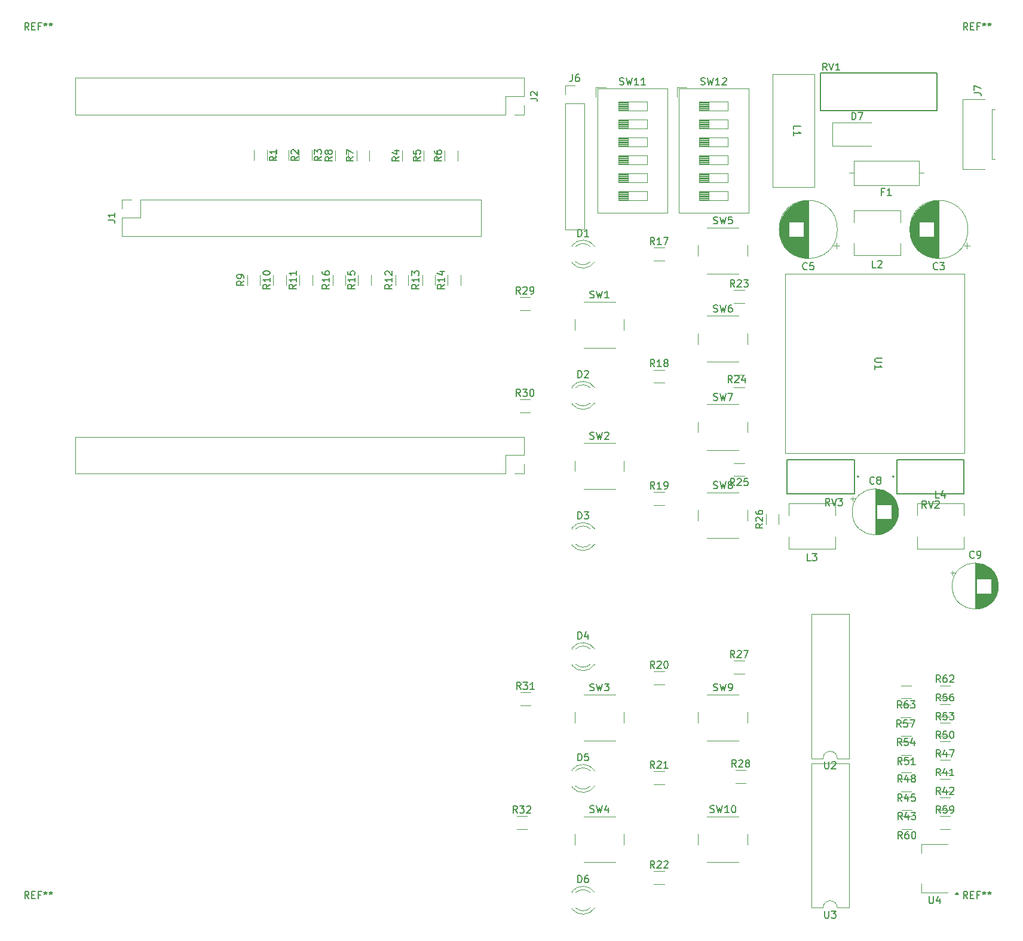
<source format=gbr>
%TF.GenerationSoftware,KiCad,Pcbnew,8.0.7-8.0.7-0~ubuntu24.10.1*%
%TF.CreationDate,2025-01-04T20:14:33+02:00*%
%TF.ProjectId,fpga_board,66706761-5f62-46f6-9172-642e6b696361,rev?*%
%TF.SameCoordinates,Original*%
%TF.FileFunction,Legend,Top*%
%TF.FilePolarity,Positive*%
%FSLAX46Y46*%
G04 Gerber Fmt 4.6, Leading zero omitted, Abs format (unit mm)*
G04 Created by KiCad (PCBNEW 8.0.7-8.0.7-0~ubuntu24.10.1) date 2025-01-04 20:14:33*
%MOMM*%
%LPD*%
G01*
G04 APERTURE LIST*
%ADD10C,0.150000*%
%ADD11C,0.120000*%
%ADD12C,0.127000*%
%ADD13C,0.200000*%
G04 APERTURE END LIST*
D10*
X147738095Y-131954819D02*
X147738095Y-132764342D01*
X147738095Y-132764342D02*
X147785714Y-132859580D01*
X147785714Y-132859580D02*
X147833333Y-132907200D01*
X147833333Y-132907200D02*
X147928571Y-132954819D01*
X147928571Y-132954819D02*
X148119047Y-132954819D01*
X148119047Y-132954819D02*
X148214285Y-132907200D01*
X148214285Y-132907200D02*
X148261904Y-132859580D01*
X148261904Y-132859580D02*
X148309523Y-132764342D01*
X148309523Y-132764342D02*
X148309523Y-131954819D01*
X149214285Y-132288152D02*
X149214285Y-132954819D01*
X148976190Y-131907200D02*
X148738095Y-132621485D01*
X148738095Y-132621485D02*
X149357142Y-132621485D01*
X143807142Y-105274819D02*
X143473809Y-104798628D01*
X143235714Y-105274819D02*
X143235714Y-104274819D01*
X143235714Y-104274819D02*
X143616666Y-104274819D01*
X143616666Y-104274819D02*
X143711904Y-104322438D01*
X143711904Y-104322438D02*
X143759523Y-104370057D01*
X143759523Y-104370057D02*
X143807142Y-104465295D01*
X143807142Y-104465295D02*
X143807142Y-104608152D01*
X143807142Y-104608152D02*
X143759523Y-104703390D01*
X143759523Y-104703390D02*
X143711904Y-104751009D01*
X143711904Y-104751009D02*
X143616666Y-104798628D01*
X143616666Y-104798628D02*
X143235714Y-104798628D01*
X144664285Y-104274819D02*
X144473809Y-104274819D01*
X144473809Y-104274819D02*
X144378571Y-104322438D01*
X144378571Y-104322438D02*
X144330952Y-104370057D01*
X144330952Y-104370057D02*
X144235714Y-104512914D01*
X144235714Y-104512914D02*
X144188095Y-104703390D01*
X144188095Y-104703390D02*
X144188095Y-105084342D01*
X144188095Y-105084342D02*
X144235714Y-105179580D01*
X144235714Y-105179580D02*
X144283333Y-105227200D01*
X144283333Y-105227200D02*
X144378571Y-105274819D01*
X144378571Y-105274819D02*
X144569047Y-105274819D01*
X144569047Y-105274819D02*
X144664285Y-105227200D01*
X144664285Y-105227200D02*
X144711904Y-105179580D01*
X144711904Y-105179580D02*
X144759523Y-105084342D01*
X144759523Y-105084342D02*
X144759523Y-104846247D01*
X144759523Y-104846247D02*
X144711904Y-104751009D01*
X144711904Y-104751009D02*
X144664285Y-104703390D01*
X144664285Y-104703390D02*
X144569047Y-104655771D01*
X144569047Y-104655771D02*
X144378571Y-104655771D01*
X144378571Y-104655771D02*
X144283333Y-104703390D01*
X144283333Y-104703390D02*
X144235714Y-104751009D01*
X144235714Y-104751009D02*
X144188095Y-104846247D01*
X145092857Y-104274819D02*
X145711904Y-104274819D01*
X145711904Y-104274819D02*
X145378571Y-104655771D01*
X145378571Y-104655771D02*
X145521428Y-104655771D01*
X145521428Y-104655771D02*
X145616666Y-104703390D01*
X145616666Y-104703390D02*
X145664285Y-104751009D01*
X145664285Y-104751009D02*
X145711904Y-104846247D01*
X145711904Y-104846247D02*
X145711904Y-105084342D01*
X145711904Y-105084342D02*
X145664285Y-105179580D01*
X145664285Y-105179580D02*
X145616666Y-105227200D01*
X145616666Y-105227200D02*
X145521428Y-105274819D01*
X145521428Y-105274819D02*
X145235714Y-105274819D01*
X145235714Y-105274819D02*
X145140476Y-105227200D01*
X145140476Y-105227200D02*
X145092857Y-105179580D01*
X149307142Y-101634819D02*
X148973809Y-101158628D01*
X148735714Y-101634819D02*
X148735714Y-100634819D01*
X148735714Y-100634819D02*
X149116666Y-100634819D01*
X149116666Y-100634819D02*
X149211904Y-100682438D01*
X149211904Y-100682438D02*
X149259523Y-100730057D01*
X149259523Y-100730057D02*
X149307142Y-100825295D01*
X149307142Y-100825295D02*
X149307142Y-100968152D01*
X149307142Y-100968152D02*
X149259523Y-101063390D01*
X149259523Y-101063390D02*
X149211904Y-101111009D01*
X149211904Y-101111009D02*
X149116666Y-101158628D01*
X149116666Y-101158628D02*
X148735714Y-101158628D01*
X150164285Y-100634819D02*
X149973809Y-100634819D01*
X149973809Y-100634819D02*
X149878571Y-100682438D01*
X149878571Y-100682438D02*
X149830952Y-100730057D01*
X149830952Y-100730057D02*
X149735714Y-100872914D01*
X149735714Y-100872914D02*
X149688095Y-101063390D01*
X149688095Y-101063390D02*
X149688095Y-101444342D01*
X149688095Y-101444342D02*
X149735714Y-101539580D01*
X149735714Y-101539580D02*
X149783333Y-101587200D01*
X149783333Y-101587200D02*
X149878571Y-101634819D01*
X149878571Y-101634819D02*
X150069047Y-101634819D01*
X150069047Y-101634819D02*
X150164285Y-101587200D01*
X150164285Y-101587200D02*
X150211904Y-101539580D01*
X150211904Y-101539580D02*
X150259523Y-101444342D01*
X150259523Y-101444342D02*
X150259523Y-101206247D01*
X150259523Y-101206247D02*
X150211904Y-101111009D01*
X150211904Y-101111009D02*
X150164285Y-101063390D01*
X150164285Y-101063390D02*
X150069047Y-101015771D01*
X150069047Y-101015771D02*
X149878571Y-101015771D01*
X149878571Y-101015771D02*
X149783333Y-101063390D01*
X149783333Y-101063390D02*
X149735714Y-101111009D01*
X149735714Y-101111009D02*
X149688095Y-101206247D01*
X150640476Y-100730057D02*
X150688095Y-100682438D01*
X150688095Y-100682438D02*
X150783333Y-100634819D01*
X150783333Y-100634819D02*
X151021428Y-100634819D01*
X151021428Y-100634819D02*
X151116666Y-100682438D01*
X151116666Y-100682438D02*
X151164285Y-100730057D01*
X151164285Y-100730057D02*
X151211904Y-100825295D01*
X151211904Y-100825295D02*
X151211904Y-100920533D01*
X151211904Y-100920533D02*
X151164285Y-101063390D01*
X151164285Y-101063390D02*
X150592857Y-101634819D01*
X150592857Y-101634819D02*
X151211904Y-101634819D01*
X143907142Y-123774819D02*
X143573809Y-123298628D01*
X143335714Y-123774819D02*
X143335714Y-122774819D01*
X143335714Y-122774819D02*
X143716666Y-122774819D01*
X143716666Y-122774819D02*
X143811904Y-122822438D01*
X143811904Y-122822438D02*
X143859523Y-122870057D01*
X143859523Y-122870057D02*
X143907142Y-122965295D01*
X143907142Y-122965295D02*
X143907142Y-123108152D01*
X143907142Y-123108152D02*
X143859523Y-123203390D01*
X143859523Y-123203390D02*
X143811904Y-123251009D01*
X143811904Y-123251009D02*
X143716666Y-123298628D01*
X143716666Y-123298628D02*
X143335714Y-123298628D01*
X144764285Y-122774819D02*
X144573809Y-122774819D01*
X144573809Y-122774819D02*
X144478571Y-122822438D01*
X144478571Y-122822438D02*
X144430952Y-122870057D01*
X144430952Y-122870057D02*
X144335714Y-123012914D01*
X144335714Y-123012914D02*
X144288095Y-123203390D01*
X144288095Y-123203390D02*
X144288095Y-123584342D01*
X144288095Y-123584342D02*
X144335714Y-123679580D01*
X144335714Y-123679580D02*
X144383333Y-123727200D01*
X144383333Y-123727200D02*
X144478571Y-123774819D01*
X144478571Y-123774819D02*
X144669047Y-123774819D01*
X144669047Y-123774819D02*
X144764285Y-123727200D01*
X144764285Y-123727200D02*
X144811904Y-123679580D01*
X144811904Y-123679580D02*
X144859523Y-123584342D01*
X144859523Y-123584342D02*
X144859523Y-123346247D01*
X144859523Y-123346247D02*
X144811904Y-123251009D01*
X144811904Y-123251009D02*
X144764285Y-123203390D01*
X144764285Y-123203390D02*
X144669047Y-123155771D01*
X144669047Y-123155771D02*
X144478571Y-123155771D01*
X144478571Y-123155771D02*
X144383333Y-123203390D01*
X144383333Y-123203390D02*
X144335714Y-123251009D01*
X144335714Y-123251009D02*
X144288095Y-123346247D01*
X145478571Y-122774819D02*
X145573809Y-122774819D01*
X145573809Y-122774819D02*
X145669047Y-122822438D01*
X145669047Y-122822438D02*
X145716666Y-122870057D01*
X145716666Y-122870057D02*
X145764285Y-122965295D01*
X145764285Y-122965295D02*
X145811904Y-123155771D01*
X145811904Y-123155771D02*
X145811904Y-123393866D01*
X145811904Y-123393866D02*
X145764285Y-123584342D01*
X145764285Y-123584342D02*
X145716666Y-123679580D01*
X145716666Y-123679580D02*
X145669047Y-123727200D01*
X145669047Y-123727200D02*
X145573809Y-123774819D01*
X145573809Y-123774819D02*
X145478571Y-123774819D01*
X145478571Y-123774819D02*
X145383333Y-123727200D01*
X145383333Y-123727200D02*
X145335714Y-123679580D01*
X145335714Y-123679580D02*
X145288095Y-123584342D01*
X145288095Y-123584342D02*
X145240476Y-123393866D01*
X145240476Y-123393866D02*
X145240476Y-123155771D01*
X145240476Y-123155771D02*
X145288095Y-122965295D01*
X145288095Y-122965295D02*
X145335714Y-122870057D01*
X145335714Y-122870057D02*
X145383333Y-122822438D01*
X145383333Y-122822438D02*
X145478571Y-122774819D01*
X149307142Y-120134819D02*
X148973809Y-119658628D01*
X148735714Y-120134819D02*
X148735714Y-119134819D01*
X148735714Y-119134819D02*
X149116666Y-119134819D01*
X149116666Y-119134819D02*
X149211904Y-119182438D01*
X149211904Y-119182438D02*
X149259523Y-119230057D01*
X149259523Y-119230057D02*
X149307142Y-119325295D01*
X149307142Y-119325295D02*
X149307142Y-119468152D01*
X149307142Y-119468152D02*
X149259523Y-119563390D01*
X149259523Y-119563390D02*
X149211904Y-119611009D01*
X149211904Y-119611009D02*
X149116666Y-119658628D01*
X149116666Y-119658628D02*
X148735714Y-119658628D01*
X150211904Y-119134819D02*
X149735714Y-119134819D01*
X149735714Y-119134819D02*
X149688095Y-119611009D01*
X149688095Y-119611009D02*
X149735714Y-119563390D01*
X149735714Y-119563390D02*
X149830952Y-119515771D01*
X149830952Y-119515771D02*
X150069047Y-119515771D01*
X150069047Y-119515771D02*
X150164285Y-119563390D01*
X150164285Y-119563390D02*
X150211904Y-119611009D01*
X150211904Y-119611009D02*
X150259523Y-119706247D01*
X150259523Y-119706247D02*
X150259523Y-119944342D01*
X150259523Y-119944342D02*
X150211904Y-120039580D01*
X150211904Y-120039580D02*
X150164285Y-120087200D01*
X150164285Y-120087200D02*
X150069047Y-120134819D01*
X150069047Y-120134819D02*
X149830952Y-120134819D01*
X149830952Y-120134819D02*
X149735714Y-120087200D01*
X149735714Y-120087200D02*
X149688095Y-120039580D01*
X150735714Y-120134819D02*
X150926190Y-120134819D01*
X150926190Y-120134819D02*
X151021428Y-120087200D01*
X151021428Y-120087200D02*
X151069047Y-120039580D01*
X151069047Y-120039580D02*
X151164285Y-119896723D01*
X151164285Y-119896723D02*
X151211904Y-119706247D01*
X151211904Y-119706247D02*
X151211904Y-119325295D01*
X151211904Y-119325295D02*
X151164285Y-119230057D01*
X151164285Y-119230057D02*
X151116666Y-119182438D01*
X151116666Y-119182438D02*
X151021428Y-119134819D01*
X151021428Y-119134819D02*
X150830952Y-119134819D01*
X150830952Y-119134819D02*
X150735714Y-119182438D01*
X150735714Y-119182438D02*
X150688095Y-119230057D01*
X150688095Y-119230057D02*
X150640476Y-119325295D01*
X150640476Y-119325295D02*
X150640476Y-119563390D01*
X150640476Y-119563390D02*
X150688095Y-119658628D01*
X150688095Y-119658628D02*
X150735714Y-119706247D01*
X150735714Y-119706247D02*
X150830952Y-119753866D01*
X150830952Y-119753866D02*
X151021428Y-119753866D01*
X151021428Y-119753866D02*
X151116666Y-119706247D01*
X151116666Y-119706247D02*
X151164285Y-119658628D01*
X151164285Y-119658628D02*
X151211904Y-119563390D01*
X143707142Y-107974819D02*
X143373809Y-107498628D01*
X143135714Y-107974819D02*
X143135714Y-106974819D01*
X143135714Y-106974819D02*
X143516666Y-106974819D01*
X143516666Y-106974819D02*
X143611904Y-107022438D01*
X143611904Y-107022438D02*
X143659523Y-107070057D01*
X143659523Y-107070057D02*
X143707142Y-107165295D01*
X143707142Y-107165295D02*
X143707142Y-107308152D01*
X143707142Y-107308152D02*
X143659523Y-107403390D01*
X143659523Y-107403390D02*
X143611904Y-107451009D01*
X143611904Y-107451009D02*
X143516666Y-107498628D01*
X143516666Y-107498628D02*
X143135714Y-107498628D01*
X144611904Y-106974819D02*
X144135714Y-106974819D01*
X144135714Y-106974819D02*
X144088095Y-107451009D01*
X144088095Y-107451009D02*
X144135714Y-107403390D01*
X144135714Y-107403390D02*
X144230952Y-107355771D01*
X144230952Y-107355771D02*
X144469047Y-107355771D01*
X144469047Y-107355771D02*
X144564285Y-107403390D01*
X144564285Y-107403390D02*
X144611904Y-107451009D01*
X144611904Y-107451009D02*
X144659523Y-107546247D01*
X144659523Y-107546247D02*
X144659523Y-107784342D01*
X144659523Y-107784342D02*
X144611904Y-107879580D01*
X144611904Y-107879580D02*
X144564285Y-107927200D01*
X144564285Y-107927200D02*
X144469047Y-107974819D01*
X144469047Y-107974819D02*
X144230952Y-107974819D01*
X144230952Y-107974819D02*
X144135714Y-107927200D01*
X144135714Y-107927200D02*
X144088095Y-107879580D01*
X144992857Y-106974819D02*
X145659523Y-106974819D01*
X145659523Y-106974819D02*
X145230952Y-107974819D01*
X149307142Y-104277676D02*
X148973809Y-103801485D01*
X148735714Y-104277676D02*
X148735714Y-103277676D01*
X148735714Y-103277676D02*
X149116666Y-103277676D01*
X149116666Y-103277676D02*
X149211904Y-103325295D01*
X149211904Y-103325295D02*
X149259523Y-103372914D01*
X149259523Y-103372914D02*
X149307142Y-103468152D01*
X149307142Y-103468152D02*
X149307142Y-103611009D01*
X149307142Y-103611009D02*
X149259523Y-103706247D01*
X149259523Y-103706247D02*
X149211904Y-103753866D01*
X149211904Y-103753866D02*
X149116666Y-103801485D01*
X149116666Y-103801485D02*
X148735714Y-103801485D01*
X150211904Y-103277676D02*
X149735714Y-103277676D01*
X149735714Y-103277676D02*
X149688095Y-103753866D01*
X149688095Y-103753866D02*
X149735714Y-103706247D01*
X149735714Y-103706247D02*
X149830952Y-103658628D01*
X149830952Y-103658628D02*
X150069047Y-103658628D01*
X150069047Y-103658628D02*
X150164285Y-103706247D01*
X150164285Y-103706247D02*
X150211904Y-103753866D01*
X150211904Y-103753866D02*
X150259523Y-103849104D01*
X150259523Y-103849104D02*
X150259523Y-104087199D01*
X150259523Y-104087199D02*
X150211904Y-104182437D01*
X150211904Y-104182437D02*
X150164285Y-104230057D01*
X150164285Y-104230057D02*
X150069047Y-104277676D01*
X150069047Y-104277676D02*
X149830952Y-104277676D01*
X149830952Y-104277676D02*
X149735714Y-104230057D01*
X149735714Y-104230057D02*
X149688095Y-104182437D01*
X151116666Y-103277676D02*
X150926190Y-103277676D01*
X150926190Y-103277676D02*
X150830952Y-103325295D01*
X150830952Y-103325295D02*
X150783333Y-103372914D01*
X150783333Y-103372914D02*
X150688095Y-103515771D01*
X150688095Y-103515771D02*
X150640476Y-103706247D01*
X150640476Y-103706247D02*
X150640476Y-104087199D01*
X150640476Y-104087199D02*
X150688095Y-104182437D01*
X150688095Y-104182437D02*
X150735714Y-104230057D01*
X150735714Y-104230057D02*
X150830952Y-104277676D01*
X150830952Y-104277676D02*
X151021428Y-104277676D01*
X151021428Y-104277676D02*
X151116666Y-104230057D01*
X151116666Y-104230057D02*
X151164285Y-104182437D01*
X151164285Y-104182437D02*
X151211904Y-104087199D01*
X151211904Y-104087199D02*
X151211904Y-103849104D01*
X151211904Y-103849104D02*
X151164285Y-103753866D01*
X151164285Y-103753866D02*
X151116666Y-103706247D01*
X151116666Y-103706247D02*
X151021428Y-103658628D01*
X151021428Y-103658628D02*
X150830952Y-103658628D01*
X150830952Y-103658628D02*
X150735714Y-103706247D01*
X150735714Y-103706247D02*
X150688095Y-103753866D01*
X150688095Y-103753866D02*
X150640476Y-103849104D01*
X143807142Y-110574819D02*
X143473809Y-110098628D01*
X143235714Y-110574819D02*
X143235714Y-109574819D01*
X143235714Y-109574819D02*
X143616666Y-109574819D01*
X143616666Y-109574819D02*
X143711904Y-109622438D01*
X143711904Y-109622438D02*
X143759523Y-109670057D01*
X143759523Y-109670057D02*
X143807142Y-109765295D01*
X143807142Y-109765295D02*
X143807142Y-109908152D01*
X143807142Y-109908152D02*
X143759523Y-110003390D01*
X143759523Y-110003390D02*
X143711904Y-110051009D01*
X143711904Y-110051009D02*
X143616666Y-110098628D01*
X143616666Y-110098628D02*
X143235714Y-110098628D01*
X144711904Y-109574819D02*
X144235714Y-109574819D01*
X144235714Y-109574819D02*
X144188095Y-110051009D01*
X144188095Y-110051009D02*
X144235714Y-110003390D01*
X144235714Y-110003390D02*
X144330952Y-109955771D01*
X144330952Y-109955771D02*
X144569047Y-109955771D01*
X144569047Y-109955771D02*
X144664285Y-110003390D01*
X144664285Y-110003390D02*
X144711904Y-110051009D01*
X144711904Y-110051009D02*
X144759523Y-110146247D01*
X144759523Y-110146247D02*
X144759523Y-110384342D01*
X144759523Y-110384342D02*
X144711904Y-110479580D01*
X144711904Y-110479580D02*
X144664285Y-110527200D01*
X144664285Y-110527200D02*
X144569047Y-110574819D01*
X144569047Y-110574819D02*
X144330952Y-110574819D01*
X144330952Y-110574819D02*
X144235714Y-110527200D01*
X144235714Y-110527200D02*
X144188095Y-110479580D01*
X145616666Y-109908152D02*
X145616666Y-110574819D01*
X145378571Y-109527200D02*
X145140476Y-110241485D01*
X145140476Y-110241485D02*
X145759523Y-110241485D01*
X149307142Y-106920533D02*
X148973809Y-106444342D01*
X148735714Y-106920533D02*
X148735714Y-105920533D01*
X148735714Y-105920533D02*
X149116666Y-105920533D01*
X149116666Y-105920533D02*
X149211904Y-105968152D01*
X149211904Y-105968152D02*
X149259523Y-106015771D01*
X149259523Y-106015771D02*
X149307142Y-106111009D01*
X149307142Y-106111009D02*
X149307142Y-106253866D01*
X149307142Y-106253866D02*
X149259523Y-106349104D01*
X149259523Y-106349104D02*
X149211904Y-106396723D01*
X149211904Y-106396723D02*
X149116666Y-106444342D01*
X149116666Y-106444342D02*
X148735714Y-106444342D01*
X150211904Y-105920533D02*
X149735714Y-105920533D01*
X149735714Y-105920533D02*
X149688095Y-106396723D01*
X149688095Y-106396723D02*
X149735714Y-106349104D01*
X149735714Y-106349104D02*
X149830952Y-106301485D01*
X149830952Y-106301485D02*
X150069047Y-106301485D01*
X150069047Y-106301485D02*
X150164285Y-106349104D01*
X150164285Y-106349104D02*
X150211904Y-106396723D01*
X150211904Y-106396723D02*
X150259523Y-106491961D01*
X150259523Y-106491961D02*
X150259523Y-106730056D01*
X150259523Y-106730056D02*
X150211904Y-106825294D01*
X150211904Y-106825294D02*
X150164285Y-106872914D01*
X150164285Y-106872914D02*
X150069047Y-106920533D01*
X150069047Y-106920533D02*
X149830952Y-106920533D01*
X149830952Y-106920533D02*
X149735714Y-106872914D01*
X149735714Y-106872914D02*
X149688095Y-106825294D01*
X150592857Y-105920533D02*
X151211904Y-105920533D01*
X151211904Y-105920533D02*
X150878571Y-106301485D01*
X150878571Y-106301485D02*
X151021428Y-106301485D01*
X151021428Y-106301485D02*
X151116666Y-106349104D01*
X151116666Y-106349104D02*
X151164285Y-106396723D01*
X151164285Y-106396723D02*
X151211904Y-106491961D01*
X151211904Y-106491961D02*
X151211904Y-106730056D01*
X151211904Y-106730056D02*
X151164285Y-106825294D01*
X151164285Y-106825294D02*
X151116666Y-106872914D01*
X151116666Y-106872914D02*
X151021428Y-106920533D01*
X151021428Y-106920533D02*
X150735714Y-106920533D01*
X150735714Y-106920533D02*
X150640476Y-106872914D01*
X150640476Y-106872914D02*
X150592857Y-106825294D01*
X143857142Y-113274819D02*
X143523809Y-112798628D01*
X143285714Y-113274819D02*
X143285714Y-112274819D01*
X143285714Y-112274819D02*
X143666666Y-112274819D01*
X143666666Y-112274819D02*
X143761904Y-112322438D01*
X143761904Y-112322438D02*
X143809523Y-112370057D01*
X143809523Y-112370057D02*
X143857142Y-112465295D01*
X143857142Y-112465295D02*
X143857142Y-112608152D01*
X143857142Y-112608152D02*
X143809523Y-112703390D01*
X143809523Y-112703390D02*
X143761904Y-112751009D01*
X143761904Y-112751009D02*
X143666666Y-112798628D01*
X143666666Y-112798628D02*
X143285714Y-112798628D01*
X144761904Y-112274819D02*
X144285714Y-112274819D01*
X144285714Y-112274819D02*
X144238095Y-112751009D01*
X144238095Y-112751009D02*
X144285714Y-112703390D01*
X144285714Y-112703390D02*
X144380952Y-112655771D01*
X144380952Y-112655771D02*
X144619047Y-112655771D01*
X144619047Y-112655771D02*
X144714285Y-112703390D01*
X144714285Y-112703390D02*
X144761904Y-112751009D01*
X144761904Y-112751009D02*
X144809523Y-112846247D01*
X144809523Y-112846247D02*
X144809523Y-113084342D01*
X144809523Y-113084342D02*
X144761904Y-113179580D01*
X144761904Y-113179580D02*
X144714285Y-113227200D01*
X144714285Y-113227200D02*
X144619047Y-113274819D01*
X144619047Y-113274819D02*
X144380952Y-113274819D01*
X144380952Y-113274819D02*
X144285714Y-113227200D01*
X144285714Y-113227200D02*
X144238095Y-113179580D01*
X145761904Y-113274819D02*
X145190476Y-113274819D01*
X145476190Y-113274819D02*
X145476190Y-112274819D01*
X145476190Y-112274819D02*
X145380952Y-112417676D01*
X145380952Y-112417676D02*
X145285714Y-112512914D01*
X145285714Y-112512914D02*
X145190476Y-112560533D01*
X149307142Y-109563390D02*
X148973809Y-109087199D01*
X148735714Y-109563390D02*
X148735714Y-108563390D01*
X148735714Y-108563390D02*
X149116666Y-108563390D01*
X149116666Y-108563390D02*
X149211904Y-108611009D01*
X149211904Y-108611009D02*
X149259523Y-108658628D01*
X149259523Y-108658628D02*
X149307142Y-108753866D01*
X149307142Y-108753866D02*
X149307142Y-108896723D01*
X149307142Y-108896723D02*
X149259523Y-108991961D01*
X149259523Y-108991961D02*
X149211904Y-109039580D01*
X149211904Y-109039580D02*
X149116666Y-109087199D01*
X149116666Y-109087199D02*
X148735714Y-109087199D01*
X150211904Y-108563390D02*
X149735714Y-108563390D01*
X149735714Y-108563390D02*
X149688095Y-109039580D01*
X149688095Y-109039580D02*
X149735714Y-108991961D01*
X149735714Y-108991961D02*
X149830952Y-108944342D01*
X149830952Y-108944342D02*
X150069047Y-108944342D01*
X150069047Y-108944342D02*
X150164285Y-108991961D01*
X150164285Y-108991961D02*
X150211904Y-109039580D01*
X150211904Y-109039580D02*
X150259523Y-109134818D01*
X150259523Y-109134818D02*
X150259523Y-109372913D01*
X150259523Y-109372913D02*
X150211904Y-109468151D01*
X150211904Y-109468151D02*
X150164285Y-109515771D01*
X150164285Y-109515771D02*
X150069047Y-109563390D01*
X150069047Y-109563390D02*
X149830952Y-109563390D01*
X149830952Y-109563390D02*
X149735714Y-109515771D01*
X149735714Y-109515771D02*
X149688095Y-109468151D01*
X150878571Y-108563390D02*
X150973809Y-108563390D01*
X150973809Y-108563390D02*
X151069047Y-108611009D01*
X151069047Y-108611009D02*
X151116666Y-108658628D01*
X151116666Y-108658628D02*
X151164285Y-108753866D01*
X151164285Y-108753866D02*
X151211904Y-108944342D01*
X151211904Y-108944342D02*
X151211904Y-109182437D01*
X151211904Y-109182437D02*
X151164285Y-109372913D01*
X151164285Y-109372913D02*
X151116666Y-109468151D01*
X151116666Y-109468151D02*
X151069047Y-109515771D01*
X151069047Y-109515771D02*
X150973809Y-109563390D01*
X150973809Y-109563390D02*
X150878571Y-109563390D01*
X150878571Y-109563390D02*
X150783333Y-109515771D01*
X150783333Y-109515771D02*
X150735714Y-109468151D01*
X150735714Y-109468151D02*
X150688095Y-109372913D01*
X150688095Y-109372913D02*
X150640476Y-109182437D01*
X150640476Y-109182437D02*
X150640476Y-108944342D01*
X150640476Y-108944342D02*
X150688095Y-108753866D01*
X150688095Y-108753866D02*
X150735714Y-108658628D01*
X150735714Y-108658628D02*
X150783333Y-108611009D01*
X150783333Y-108611009D02*
X150878571Y-108563390D01*
X143857142Y-115774819D02*
X143523809Y-115298628D01*
X143285714Y-115774819D02*
X143285714Y-114774819D01*
X143285714Y-114774819D02*
X143666666Y-114774819D01*
X143666666Y-114774819D02*
X143761904Y-114822438D01*
X143761904Y-114822438D02*
X143809523Y-114870057D01*
X143809523Y-114870057D02*
X143857142Y-114965295D01*
X143857142Y-114965295D02*
X143857142Y-115108152D01*
X143857142Y-115108152D02*
X143809523Y-115203390D01*
X143809523Y-115203390D02*
X143761904Y-115251009D01*
X143761904Y-115251009D02*
X143666666Y-115298628D01*
X143666666Y-115298628D02*
X143285714Y-115298628D01*
X144714285Y-115108152D02*
X144714285Y-115774819D01*
X144476190Y-114727200D02*
X144238095Y-115441485D01*
X144238095Y-115441485D02*
X144857142Y-115441485D01*
X145380952Y-115203390D02*
X145285714Y-115155771D01*
X145285714Y-115155771D02*
X145238095Y-115108152D01*
X145238095Y-115108152D02*
X145190476Y-115012914D01*
X145190476Y-115012914D02*
X145190476Y-114965295D01*
X145190476Y-114965295D02*
X145238095Y-114870057D01*
X145238095Y-114870057D02*
X145285714Y-114822438D01*
X145285714Y-114822438D02*
X145380952Y-114774819D01*
X145380952Y-114774819D02*
X145571428Y-114774819D01*
X145571428Y-114774819D02*
X145666666Y-114822438D01*
X145666666Y-114822438D02*
X145714285Y-114870057D01*
X145714285Y-114870057D02*
X145761904Y-114965295D01*
X145761904Y-114965295D02*
X145761904Y-115012914D01*
X145761904Y-115012914D02*
X145714285Y-115108152D01*
X145714285Y-115108152D02*
X145666666Y-115155771D01*
X145666666Y-115155771D02*
X145571428Y-115203390D01*
X145571428Y-115203390D02*
X145380952Y-115203390D01*
X145380952Y-115203390D02*
X145285714Y-115251009D01*
X145285714Y-115251009D02*
X145238095Y-115298628D01*
X145238095Y-115298628D02*
X145190476Y-115393866D01*
X145190476Y-115393866D02*
X145190476Y-115584342D01*
X145190476Y-115584342D02*
X145238095Y-115679580D01*
X145238095Y-115679580D02*
X145285714Y-115727200D01*
X145285714Y-115727200D02*
X145380952Y-115774819D01*
X145380952Y-115774819D02*
X145571428Y-115774819D01*
X145571428Y-115774819D02*
X145666666Y-115727200D01*
X145666666Y-115727200D02*
X145714285Y-115679580D01*
X145714285Y-115679580D02*
X145761904Y-115584342D01*
X145761904Y-115584342D02*
X145761904Y-115393866D01*
X145761904Y-115393866D02*
X145714285Y-115298628D01*
X145714285Y-115298628D02*
X145666666Y-115251009D01*
X145666666Y-115251009D02*
X145571428Y-115203390D01*
X149307142Y-112206247D02*
X148973809Y-111730056D01*
X148735714Y-112206247D02*
X148735714Y-111206247D01*
X148735714Y-111206247D02*
X149116666Y-111206247D01*
X149116666Y-111206247D02*
X149211904Y-111253866D01*
X149211904Y-111253866D02*
X149259523Y-111301485D01*
X149259523Y-111301485D02*
X149307142Y-111396723D01*
X149307142Y-111396723D02*
X149307142Y-111539580D01*
X149307142Y-111539580D02*
X149259523Y-111634818D01*
X149259523Y-111634818D02*
X149211904Y-111682437D01*
X149211904Y-111682437D02*
X149116666Y-111730056D01*
X149116666Y-111730056D02*
X148735714Y-111730056D01*
X150164285Y-111539580D02*
X150164285Y-112206247D01*
X149926190Y-111158628D02*
X149688095Y-111872913D01*
X149688095Y-111872913D02*
X150307142Y-111872913D01*
X150592857Y-111206247D02*
X151259523Y-111206247D01*
X151259523Y-111206247D02*
X150830952Y-112206247D01*
X143857142Y-118474819D02*
X143523809Y-117998628D01*
X143285714Y-118474819D02*
X143285714Y-117474819D01*
X143285714Y-117474819D02*
X143666666Y-117474819D01*
X143666666Y-117474819D02*
X143761904Y-117522438D01*
X143761904Y-117522438D02*
X143809523Y-117570057D01*
X143809523Y-117570057D02*
X143857142Y-117665295D01*
X143857142Y-117665295D02*
X143857142Y-117808152D01*
X143857142Y-117808152D02*
X143809523Y-117903390D01*
X143809523Y-117903390D02*
X143761904Y-117951009D01*
X143761904Y-117951009D02*
X143666666Y-117998628D01*
X143666666Y-117998628D02*
X143285714Y-117998628D01*
X144714285Y-117808152D02*
X144714285Y-118474819D01*
X144476190Y-117427200D02*
X144238095Y-118141485D01*
X144238095Y-118141485D02*
X144857142Y-118141485D01*
X145714285Y-117474819D02*
X145238095Y-117474819D01*
X145238095Y-117474819D02*
X145190476Y-117951009D01*
X145190476Y-117951009D02*
X145238095Y-117903390D01*
X145238095Y-117903390D02*
X145333333Y-117855771D01*
X145333333Y-117855771D02*
X145571428Y-117855771D01*
X145571428Y-117855771D02*
X145666666Y-117903390D01*
X145666666Y-117903390D02*
X145714285Y-117951009D01*
X145714285Y-117951009D02*
X145761904Y-118046247D01*
X145761904Y-118046247D02*
X145761904Y-118284342D01*
X145761904Y-118284342D02*
X145714285Y-118379580D01*
X145714285Y-118379580D02*
X145666666Y-118427200D01*
X145666666Y-118427200D02*
X145571428Y-118474819D01*
X145571428Y-118474819D02*
X145333333Y-118474819D01*
X145333333Y-118474819D02*
X145238095Y-118427200D01*
X145238095Y-118427200D02*
X145190476Y-118379580D01*
X143907142Y-121074819D02*
X143573809Y-120598628D01*
X143335714Y-121074819D02*
X143335714Y-120074819D01*
X143335714Y-120074819D02*
X143716666Y-120074819D01*
X143716666Y-120074819D02*
X143811904Y-120122438D01*
X143811904Y-120122438D02*
X143859523Y-120170057D01*
X143859523Y-120170057D02*
X143907142Y-120265295D01*
X143907142Y-120265295D02*
X143907142Y-120408152D01*
X143907142Y-120408152D02*
X143859523Y-120503390D01*
X143859523Y-120503390D02*
X143811904Y-120551009D01*
X143811904Y-120551009D02*
X143716666Y-120598628D01*
X143716666Y-120598628D02*
X143335714Y-120598628D01*
X144764285Y-120408152D02*
X144764285Y-121074819D01*
X144526190Y-120027200D02*
X144288095Y-120741485D01*
X144288095Y-120741485D02*
X144907142Y-120741485D01*
X145192857Y-120074819D02*
X145811904Y-120074819D01*
X145811904Y-120074819D02*
X145478571Y-120455771D01*
X145478571Y-120455771D02*
X145621428Y-120455771D01*
X145621428Y-120455771D02*
X145716666Y-120503390D01*
X145716666Y-120503390D02*
X145764285Y-120551009D01*
X145764285Y-120551009D02*
X145811904Y-120646247D01*
X145811904Y-120646247D02*
X145811904Y-120884342D01*
X145811904Y-120884342D02*
X145764285Y-120979580D01*
X145764285Y-120979580D02*
X145716666Y-121027200D01*
X145716666Y-121027200D02*
X145621428Y-121074819D01*
X145621428Y-121074819D02*
X145335714Y-121074819D01*
X145335714Y-121074819D02*
X145240476Y-121027200D01*
X145240476Y-121027200D02*
X145192857Y-120979580D01*
X149307142Y-117491961D02*
X148973809Y-117015770D01*
X148735714Y-117491961D02*
X148735714Y-116491961D01*
X148735714Y-116491961D02*
X149116666Y-116491961D01*
X149116666Y-116491961D02*
X149211904Y-116539580D01*
X149211904Y-116539580D02*
X149259523Y-116587199D01*
X149259523Y-116587199D02*
X149307142Y-116682437D01*
X149307142Y-116682437D02*
X149307142Y-116825294D01*
X149307142Y-116825294D02*
X149259523Y-116920532D01*
X149259523Y-116920532D02*
X149211904Y-116968151D01*
X149211904Y-116968151D02*
X149116666Y-117015770D01*
X149116666Y-117015770D02*
X148735714Y-117015770D01*
X150164285Y-116825294D02*
X150164285Y-117491961D01*
X149926190Y-116444342D02*
X149688095Y-117158627D01*
X149688095Y-117158627D02*
X150307142Y-117158627D01*
X150640476Y-116587199D02*
X150688095Y-116539580D01*
X150688095Y-116539580D02*
X150783333Y-116491961D01*
X150783333Y-116491961D02*
X151021428Y-116491961D01*
X151021428Y-116491961D02*
X151116666Y-116539580D01*
X151116666Y-116539580D02*
X151164285Y-116587199D01*
X151164285Y-116587199D02*
X151211904Y-116682437D01*
X151211904Y-116682437D02*
X151211904Y-116777675D01*
X151211904Y-116777675D02*
X151164285Y-116920532D01*
X151164285Y-116920532D02*
X150592857Y-117491961D01*
X150592857Y-117491961D02*
X151211904Y-117491961D01*
X97931905Y-58494819D02*
X97931905Y-57494819D01*
X97931905Y-57494819D02*
X98170000Y-57494819D01*
X98170000Y-57494819D02*
X98312857Y-57542438D01*
X98312857Y-57542438D02*
X98408095Y-57637676D01*
X98408095Y-57637676D02*
X98455714Y-57732914D01*
X98455714Y-57732914D02*
X98503333Y-57923390D01*
X98503333Y-57923390D02*
X98503333Y-58066247D01*
X98503333Y-58066247D02*
X98455714Y-58256723D01*
X98455714Y-58256723D02*
X98408095Y-58351961D01*
X98408095Y-58351961D02*
X98312857Y-58447200D01*
X98312857Y-58447200D02*
X98170000Y-58494819D01*
X98170000Y-58494819D02*
X97931905Y-58494819D01*
X98884286Y-57590057D02*
X98931905Y-57542438D01*
X98931905Y-57542438D02*
X99027143Y-57494819D01*
X99027143Y-57494819D02*
X99265238Y-57494819D01*
X99265238Y-57494819D02*
X99360476Y-57542438D01*
X99360476Y-57542438D02*
X99408095Y-57590057D01*
X99408095Y-57590057D02*
X99455714Y-57685295D01*
X99455714Y-57685295D02*
X99455714Y-57780533D01*
X99455714Y-57780533D02*
X99408095Y-57923390D01*
X99408095Y-57923390D02*
X98836667Y-58494819D01*
X98836667Y-58494819D02*
X99455714Y-58494819D01*
X61614819Y-27166666D02*
X61138628Y-27499999D01*
X61614819Y-27738094D02*
X60614819Y-27738094D01*
X60614819Y-27738094D02*
X60614819Y-27357142D01*
X60614819Y-27357142D02*
X60662438Y-27261904D01*
X60662438Y-27261904D02*
X60710057Y-27214285D01*
X60710057Y-27214285D02*
X60805295Y-27166666D01*
X60805295Y-27166666D02*
X60948152Y-27166666D01*
X60948152Y-27166666D02*
X61043390Y-27214285D01*
X61043390Y-27214285D02*
X61091009Y-27261904D01*
X61091009Y-27261904D02*
X61138628Y-27357142D01*
X61138628Y-27357142D02*
X61138628Y-27738094D01*
X60614819Y-26833332D02*
X60614819Y-26214285D01*
X60614819Y-26214285D02*
X60995771Y-26547618D01*
X60995771Y-26547618D02*
X60995771Y-26404761D01*
X60995771Y-26404761D02*
X61043390Y-26309523D01*
X61043390Y-26309523D02*
X61091009Y-26261904D01*
X61091009Y-26261904D02*
X61186247Y-26214285D01*
X61186247Y-26214285D02*
X61424342Y-26214285D01*
X61424342Y-26214285D02*
X61519580Y-26261904D01*
X61519580Y-26261904D02*
X61567200Y-26309523D01*
X61567200Y-26309523D02*
X61614819Y-26404761D01*
X61614819Y-26404761D02*
X61614819Y-26690475D01*
X61614819Y-26690475D02*
X61567200Y-26785713D01*
X61567200Y-26785713D02*
X61519580Y-26833332D01*
X148923333Y-43109580D02*
X148875714Y-43157200D01*
X148875714Y-43157200D02*
X148732857Y-43204819D01*
X148732857Y-43204819D02*
X148637619Y-43204819D01*
X148637619Y-43204819D02*
X148494762Y-43157200D01*
X148494762Y-43157200D02*
X148399524Y-43061961D01*
X148399524Y-43061961D02*
X148351905Y-42966723D01*
X148351905Y-42966723D02*
X148304286Y-42776247D01*
X148304286Y-42776247D02*
X148304286Y-42633390D01*
X148304286Y-42633390D02*
X148351905Y-42442914D01*
X148351905Y-42442914D02*
X148399524Y-42347676D01*
X148399524Y-42347676D02*
X148494762Y-42252438D01*
X148494762Y-42252438D02*
X148637619Y-42204819D01*
X148637619Y-42204819D02*
X148732857Y-42204819D01*
X148732857Y-42204819D02*
X148875714Y-42252438D01*
X148875714Y-42252438D02*
X148923333Y-42300057D01*
X149256667Y-42204819D02*
X149875714Y-42204819D01*
X149875714Y-42204819D02*
X149542381Y-42585771D01*
X149542381Y-42585771D02*
X149685238Y-42585771D01*
X149685238Y-42585771D02*
X149780476Y-42633390D01*
X149780476Y-42633390D02*
X149828095Y-42681009D01*
X149828095Y-42681009D02*
X149875714Y-42776247D01*
X149875714Y-42776247D02*
X149875714Y-43014342D01*
X149875714Y-43014342D02*
X149828095Y-43109580D01*
X149828095Y-43109580D02*
X149780476Y-43157200D01*
X149780476Y-43157200D02*
X149685238Y-43204819D01*
X149685238Y-43204819D02*
X149399524Y-43204819D01*
X149399524Y-43204819D02*
X149304286Y-43157200D01*
X149304286Y-43157200D02*
X149256667Y-43109580D01*
X54334819Y-45292857D02*
X53858628Y-45626190D01*
X54334819Y-45864285D02*
X53334819Y-45864285D01*
X53334819Y-45864285D02*
X53334819Y-45483333D01*
X53334819Y-45483333D02*
X53382438Y-45388095D01*
X53382438Y-45388095D02*
X53430057Y-45340476D01*
X53430057Y-45340476D02*
X53525295Y-45292857D01*
X53525295Y-45292857D02*
X53668152Y-45292857D01*
X53668152Y-45292857D02*
X53763390Y-45340476D01*
X53763390Y-45340476D02*
X53811009Y-45388095D01*
X53811009Y-45388095D02*
X53858628Y-45483333D01*
X53858628Y-45483333D02*
X53858628Y-45864285D01*
X54334819Y-44340476D02*
X54334819Y-44911904D01*
X54334819Y-44626190D02*
X53334819Y-44626190D01*
X53334819Y-44626190D02*
X53477676Y-44721428D01*
X53477676Y-44721428D02*
X53572914Y-44816666D01*
X53572914Y-44816666D02*
X53620533Y-44911904D01*
X53334819Y-43721428D02*
X53334819Y-43626190D01*
X53334819Y-43626190D02*
X53382438Y-43530952D01*
X53382438Y-43530952D02*
X53430057Y-43483333D01*
X53430057Y-43483333D02*
X53525295Y-43435714D01*
X53525295Y-43435714D02*
X53715771Y-43388095D01*
X53715771Y-43388095D02*
X53953866Y-43388095D01*
X53953866Y-43388095D02*
X54144342Y-43435714D01*
X54144342Y-43435714D02*
X54239580Y-43483333D01*
X54239580Y-43483333D02*
X54287200Y-43530952D01*
X54287200Y-43530952D02*
X54334819Y-43626190D01*
X54334819Y-43626190D02*
X54334819Y-43721428D01*
X54334819Y-43721428D02*
X54287200Y-43816666D01*
X54287200Y-43816666D02*
X54239580Y-43864285D01*
X54239580Y-43864285D02*
X54144342Y-43911904D01*
X54144342Y-43911904D02*
X53953866Y-43959523D01*
X53953866Y-43959523D02*
X53715771Y-43959523D01*
X53715771Y-43959523D02*
X53525295Y-43911904D01*
X53525295Y-43911904D02*
X53430057Y-43864285D01*
X53430057Y-43864285D02*
X53382438Y-43816666D01*
X53382438Y-43816666D02*
X53334819Y-43721428D01*
X50634819Y-44816666D02*
X50158628Y-45149999D01*
X50634819Y-45388094D02*
X49634819Y-45388094D01*
X49634819Y-45388094D02*
X49634819Y-45007142D01*
X49634819Y-45007142D02*
X49682438Y-44911904D01*
X49682438Y-44911904D02*
X49730057Y-44864285D01*
X49730057Y-44864285D02*
X49825295Y-44816666D01*
X49825295Y-44816666D02*
X49968152Y-44816666D01*
X49968152Y-44816666D02*
X50063390Y-44864285D01*
X50063390Y-44864285D02*
X50111009Y-44911904D01*
X50111009Y-44911904D02*
X50158628Y-45007142D01*
X50158628Y-45007142D02*
X50158628Y-45388094D01*
X50634819Y-44340475D02*
X50634819Y-44149999D01*
X50634819Y-44149999D02*
X50587200Y-44054761D01*
X50587200Y-44054761D02*
X50539580Y-44007142D01*
X50539580Y-44007142D02*
X50396723Y-43911904D01*
X50396723Y-43911904D02*
X50206247Y-43864285D01*
X50206247Y-43864285D02*
X49825295Y-43864285D01*
X49825295Y-43864285D02*
X49730057Y-43911904D01*
X49730057Y-43911904D02*
X49682438Y-43959523D01*
X49682438Y-43959523D02*
X49634819Y-44054761D01*
X49634819Y-44054761D02*
X49634819Y-44245237D01*
X49634819Y-44245237D02*
X49682438Y-44340475D01*
X49682438Y-44340475D02*
X49730057Y-44388094D01*
X49730057Y-44388094D02*
X49825295Y-44435713D01*
X49825295Y-44435713D02*
X50063390Y-44435713D01*
X50063390Y-44435713D02*
X50158628Y-44388094D01*
X50158628Y-44388094D02*
X50206247Y-44340475D01*
X50206247Y-44340475D02*
X50253866Y-44245237D01*
X50253866Y-44245237D02*
X50253866Y-44054761D01*
X50253866Y-44054761D02*
X50206247Y-43959523D01*
X50206247Y-43959523D02*
X50158628Y-43911904D01*
X50158628Y-43911904D02*
X50063390Y-43864285D01*
X120157142Y-98134819D02*
X119823809Y-97658628D01*
X119585714Y-98134819D02*
X119585714Y-97134819D01*
X119585714Y-97134819D02*
X119966666Y-97134819D01*
X119966666Y-97134819D02*
X120061904Y-97182438D01*
X120061904Y-97182438D02*
X120109523Y-97230057D01*
X120109523Y-97230057D02*
X120157142Y-97325295D01*
X120157142Y-97325295D02*
X120157142Y-97468152D01*
X120157142Y-97468152D02*
X120109523Y-97563390D01*
X120109523Y-97563390D02*
X120061904Y-97611009D01*
X120061904Y-97611009D02*
X119966666Y-97658628D01*
X119966666Y-97658628D02*
X119585714Y-97658628D01*
X120538095Y-97230057D02*
X120585714Y-97182438D01*
X120585714Y-97182438D02*
X120680952Y-97134819D01*
X120680952Y-97134819D02*
X120919047Y-97134819D01*
X120919047Y-97134819D02*
X121014285Y-97182438D01*
X121014285Y-97182438D02*
X121061904Y-97230057D01*
X121061904Y-97230057D02*
X121109523Y-97325295D01*
X121109523Y-97325295D02*
X121109523Y-97420533D01*
X121109523Y-97420533D02*
X121061904Y-97563390D01*
X121061904Y-97563390D02*
X120490476Y-98134819D01*
X120490476Y-98134819D02*
X121109523Y-98134819D01*
X121442857Y-97134819D02*
X122109523Y-97134819D01*
X122109523Y-97134819D02*
X121680952Y-98134819D01*
X133248207Y-14954819D02*
X132914874Y-14478628D01*
X132676779Y-14954819D02*
X132676779Y-13954819D01*
X132676779Y-13954819D02*
X133057731Y-13954819D01*
X133057731Y-13954819D02*
X133152969Y-14002438D01*
X133152969Y-14002438D02*
X133200588Y-14050057D01*
X133200588Y-14050057D02*
X133248207Y-14145295D01*
X133248207Y-14145295D02*
X133248207Y-14288152D01*
X133248207Y-14288152D02*
X133200588Y-14383390D01*
X133200588Y-14383390D02*
X133152969Y-14431009D01*
X133152969Y-14431009D02*
X133057731Y-14478628D01*
X133057731Y-14478628D02*
X132676779Y-14478628D01*
X133533922Y-13954819D02*
X133867255Y-14954819D01*
X133867255Y-14954819D02*
X134200588Y-13954819D01*
X135057731Y-14954819D02*
X134486303Y-14954819D01*
X134772017Y-14954819D02*
X134772017Y-13954819D01*
X134772017Y-13954819D02*
X134676779Y-14097676D01*
X134676779Y-14097676D02*
X134581541Y-14192914D01*
X134581541Y-14192914D02*
X134486303Y-14240533D01*
X116690476Y-120032200D02*
X116833333Y-120079819D01*
X116833333Y-120079819D02*
X117071428Y-120079819D01*
X117071428Y-120079819D02*
X117166666Y-120032200D01*
X117166666Y-120032200D02*
X117214285Y-119984580D01*
X117214285Y-119984580D02*
X117261904Y-119889342D01*
X117261904Y-119889342D02*
X117261904Y-119794104D01*
X117261904Y-119794104D02*
X117214285Y-119698866D01*
X117214285Y-119698866D02*
X117166666Y-119651247D01*
X117166666Y-119651247D02*
X117071428Y-119603628D01*
X117071428Y-119603628D02*
X116880952Y-119556009D01*
X116880952Y-119556009D02*
X116785714Y-119508390D01*
X116785714Y-119508390D02*
X116738095Y-119460771D01*
X116738095Y-119460771D02*
X116690476Y-119365533D01*
X116690476Y-119365533D02*
X116690476Y-119270295D01*
X116690476Y-119270295D02*
X116738095Y-119175057D01*
X116738095Y-119175057D02*
X116785714Y-119127438D01*
X116785714Y-119127438D02*
X116880952Y-119079819D01*
X116880952Y-119079819D02*
X117119047Y-119079819D01*
X117119047Y-119079819D02*
X117261904Y-119127438D01*
X117595238Y-119079819D02*
X117833333Y-120079819D01*
X117833333Y-120079819D02*
X118023809Y-119365533D01*
X118023809Y-119365533D02*
X118214285Y-120079819D01*
X118214285Y-120079819D02*
X118452381Y-119079819D01*
X119357142Y-120079819D02*
X118785714Y-120079819D01*
X119071428Y-120079819D02*
X119071428Y-119079819D01*
X119071428Y-119079819D02*
X118976190Y-119222676D01*
X118976190Y-119222676D02*
X118880952Y-119317914D01*
X118880952Y-119317914D02*
X118785714Y-119365533D01*
X119976190Y-119079819D02*
X120071428Y-119079819D01*
X120071428Y-119079819D02*
X120166666Y-119127438D01*
X120166666Y-119127438D02*
X120214285Y-119175057D01*
X120214285Y-119175057D02*
X120261904Y-119270295D01*
X120261904Y-119270295D02*
X120309523Y-119460771D01*
X120309523Y-119460771D02*
X120309523Y-119698866D01*
X120309523Y-119698866D02*
X120261904Y-119889342D01*
X120261904Y-119889342D02*
X120214285Y-119984580D01*
X120214285Y-119984580D02*
X120166666Y-120032200D01*
X120166666Y-120032200D02*
X120071428Y-120079819D01*
X120071428Y-120079819D02*
X119976190Y-120079819D01*
X119976190Y-120079819D02*
X119880952Y-120032200D01*
X119880952Y-120032200D02*
X119833333Y-119984580D01*
X119833333Y-119984580D02*
X119785714Y-119889342D01*
X119785714Y-119889342D02*
X119738095Y-119698866D01*
X119738095Y-119698866D02*
X119738095Y-119460771D01*
X119738095Y-119460771D02*
X119785714Y-119270295D01*
X119785714Y-119270295D02*
X119833333Y-119175057D01*
X119833333Y-119175057D02*
X119880952Y-119127438D01*
X119880952Y-119127438D02*
X119976190Y-119079819D01*
X133615053Y-76607381D02*
X133280292Y-76129151D01*
X133041177Y-76607381D02*
X133041177Y-75603098D01*
X133041177Y-75603098D02*
X133423761Y-75603098D01*
X133423761Y-75603098D02*
X133519407Y-75650921D01*
X133519407Y-75650921D02*
X133567230Y-75698744D01*
X133567230Y-75698744D02*
X133615053Y-75794390D01*
X133615053Y-75794390D02*
X133615053Y-75937859D01*
X133615053Y-75937859D02*
X133567230Y-76033505D01*
X133567230Y-76033505D02*
X133519407Y-76081328D01*
X133519407Y-76081328D02*
X133423761Y-76129151D01*
X133423761Y-76129151D02*
X133041177Y-76129151D01*
X133901991Y-75603098D02*
X134236752Y-76607381D01*
X134236752Y-76607381D02*
X134571513Y-75603098D01*
X134810628Y-75603098D02*
X135432327Y-75603098D01*
X135432327Y-75603098D02*
X135097566Y-75985682D01*
X135097566Y-75985682D02*
X135241035Y-75985682D01*
X135241035Y-75985682D02*
X135336681Y-76033505D01*
X135336681Y-76033505D02*
X135384504Y-76081328D01*
X135384504Y-76081328D02*
X135432327Y-76176974D01*
X135432327Y-76176974D02*
X135432327Y-76416089D01*
X135432327Y-76416089D02*
X135384504Y-76511735D01*
X135384504Y-76511735D02*
X135336681Y-76559558D01*
X135336681Y-76559558D02*
X135241035Y-76607381D01*
X135241035Y-76607381D02*
X134954097Y-76607381D01*
X134954097Y-76607381D02*
X134858451Y-76559558D01*
X134858451Y-76559558D02*
X134810628Y-76511735D01*
X117166667Y-102782200D02*
X117309524Y-102829819D01*
X117309524Y-102829819D02*
X117547619Y-102829819D01*
X117547619Y-102829819D02*
X117642857Y-102782200D01*
X117642857Y-102782200D02*
X117690476Y-102734580D01*
X117690476Y-102734580D02*
X117738095Y-102639342D01*
X117738095Y-102639342D02*
X117738095Y-102544104D01*
X117738095Y-102544104D02*
X117690476Y-102448866D01*
X117690476Y-102448866D02*
X117642857Y-102401247D01*
X117642857Y-102401247D02*
X117547619Y-102353628D01*
X117547619Y-102353628D02*
X117357143Y-102306009D01*
X117357143Y-102306009D02*
X117261905Y-102258390D01*
X117261905Y-102258390D02*
X117214286Y-102210771D01*
X117214286Y-102210771D02*
X117166667Y-102115533D01*
X117166667Y-102115533D02*
X117166667Y-102020295D01*
X117166667Y-102020295D02*
X117214286Y-101925057D01*
X117214286Y-101925057D02*
X117261905Y-101877438D01*
X117261905Y-101877438D02*
X117357143Y-101829819D01*
X117357143Y-101829819D02*
X117595238Y-101829819D01*
X117595238Y-101829819D02*
X117738095Y-101877438D01*
X118071429Y-101829819D02*
X118309524Y-102829819D01*
X118309524Y-102829819D02*
X118500000Y-102115533D01*
X118500000Y-102115533D02*
X118690476Y-102829819D01*
X118690476Y-102829819D02*
X118928572Y-101829819D01*
X119357143Y-102829819D02*
X119547619Y-102829819D01*
X119547619Y-102829819D02*
X119642857Y-102782200D01*
X119642857Y-102782200D02*
X119690476Y-102734580D01*
X119690476Y-102734580D02*
X119785714Y-102591723D01*
X119785714Y-102591723D02*
X119833333Y-102401247D01*
X119833333Y-102401247D02*
X119833333Y-102020295D01*
X119833333Y-102020295D02*
X119785714Y-101925057D01*
X119785714Y-101925057D02*
X119738095Y-101877438D01*
X119738095Y-101877438D02*
X119642857Y-101829819D01*
X119642857Y-101829819D02*
X119452381Y-101829819D01*
X119452381Y-101829819D02*
X119357143Y-101877438D01*
X119357143Y-101877438D02*
X119309524Y-101925057D01*
X119309524Y-101925057D02*
X119261905Y-102020295D01*
X119261905Y-102020295D02*
X119261905Y-102258390D01*
X119261905Y-102258390D02*
X119309524Y-102353628D01*
X119309524Y-102353628D02*
X119357143Y-102401247D01*
X119357143Y-102401247D02*
X119452381Y-102448866D01*
X119452381Y-102448866D02*
X119642857Y-102448866D01*
X119642857Y-102448866D02*
X119738095Y-102401247D01*
X119738095Y-102401247D02*
X119785714Y-102353628D01*
X119785714Y-102353628D02*
X119833333Y-102258390D01*
X117166667Y-61657200D02*
X117309524Y-61704819D01*
X117309524Y-61704819D02*
X117547619Y-61704819D01*
X117547619Y-61704819D02*
X117642857Y-61657200D01*
X117642857Y-61657200D02*
X117690476Y-61609580D01*
X117690476Y-61609580D02*
X117738095Y-61514342D01*
X117738095Y-61514342D02*
X117738095Y-61419104D01*
X117738095Y-61419104D02*
X117690476Y-61323866D01*
X117690476Y-61323866D02*
X117642857Y-61276247D01*
X117642857Y-61276247D02*
X117547619Y-61228628D01*
X117547619Y-61228628D02*
X117357143Y-61181009D01*
X117357143Y-61181009D02*
X117261905Y-61133390D01*
X117261905Y-61133390D02*
X117214286Y-61085771D01*
X117214286Y-61085771D02*
X117166667Y-60990533D01*
X117166667Y-60990533D02*
X117166667Y-60895295D01*
X117166667Y-60895295D02*
X117214286Y-60800057D01*
X117214286Y-60800057D02*
X117261905Y-60752438D01*
X117261905Y-60752438D02*
X117357143Y-60704819D01*
X117357143Y-60704819D02*
X117595238Y-60704819D01*
X117595238Y-60704819D02*
X117738095Y-60752438D01*
X118071429Y-60704819D02*
X118309524Y-61704819D01*
X118309524Y-61704819D02*
X118500000Y-60990533D01*
X118500000Y-60990533D02*
X118690476Y-61704819D01*
X118690476Y-61704819D02*
X118928572Y-60704819D01*
X119214286Y-60704819D02*
X119880952Y-60704819D01*
X119880952Y-60704819D02*
X119452381Y-61704819D01*
X132928095Y-134024819D02*
X132928095Y-134834342D01*
X132928095Y-134834342D02*
X132975714Y-134929580D01*
X132975714Y-134929580D02*
X133023333Y-134977200D01*
X133023333Y-134977200D02*
X133118571Y-135024819D01*
X133118571Y-135024819D02*
X133309047Y-135024819D01*
X133309047Y-135024819D02*
X133404285Y-134977200D01*
X133404285Y-134977200D02*
X133451904Y-134929580D01*
X133451904Y-134929580D02*
X133499523Y-134834342D01*
X133499523Y-134834342D02*
X133499523Y-134024819D01*
X133880476Y-134024819D02*
X134499523Y-134024819D01*
X134499523Y-134024819D02*
X134166190Y-134405771D01*
X134166190Y-134405771D02*
X134309047Y-134405771D01*
X134309047Y-134405771D02*
X134404285Y-134453390D01*
X134404285Y-134453390D02*
X134451904Y-134501009D01*
X134451904Y-134501009D02*
X134499523Y-134596247D01*
X134499523Y-134596247D02*
X134499523Y-134834342D01*
X134499523Y-134834342D02*
X134451904Y-134929580D01*
X134451904Y-134929580D02*
X134404285Y-134977200D01*
X134404285Y-134977200D02*
X134309047Y-135024819D01*
X134309047Y-135024819D02*
X134023333Y-135024819D01*
X134023333Y-135024819D02*
X133928095Y-134977200D01*
X133928095Y-134977200D02*
X133880476Y-134929580D01*
X130923333Y-84404819D02*
X130447143Y-84404819D01*
X130447143Y-84404819D02*
X130447143Y-83404819D01*
X131161429Y-83404819D02*
X131780476Y-83404819D01*
X131780476Y-83404819D02*
X131447143Y-83785771D01*
X131447143Y-83785771D02*
X131590000Y-83785771D01*
X131590000Y-83785771D02*
X131685238Y-83833390D01*
X131685238Y-83833390D02*
X131732857Y-83881009D01*
X131732857Y-83881009D02*
X131780476Y-83976247D01*
X131780476Y-83976247D02*
X131780476Y-84214342D01*
X131780476Y-84214342D02*
X131732857Y-84309580D01*
X131732857Y-84309580D02*
X131685238Y-84357200D01*
X131685238Y-84357200D02*
X131590000Y-84404819D01*
X131590000Y-84404819D02*
X131304286Y-84404819D01*
X131304286Y-84404819D02*
X131209048Y-84357200D01*
X131209048Y-84357200D02*
X131161429Y-84309580D01*
X99666667Y-67157200D02*
X99809524Y-67204819D01*
X99809524Y-67204819D02*
X100047619Y-67204819D01*
X100047619Y-67204819D02*
X100142857Y-67157200D01*
X100142857Y-67157200D02*
X100190476Y-67109580D01*
X100190476Y-67109580D02*
X100238095Y-67014342D01*
X100238095Y-67014342D02*
X100238095Y-66919104D01*
X100238095Y-66919104D02*
X100190476Y-66823866D01*
X100190476Y-66823866D02*
X100142857Y-66776247D01*
X100142857Y-66776247D02*
X100047619Y-66728628D01*
X100047619Y-66728628D02*
X99857143Y-66681009D01*
X99857143Y-66681009D02*
X99761905Y-66633390D01*
X99761905Y-66633390D02*
X99714286Y-66585771D01*
X99714286Y-66585771D02*
X99666667Y-66490533D01*
X99666667Y-66490533D02*
X99666667Y-66395295D01*
X99666667Y-66395295D02*
X99714286Y-66300057D01*
X99714286Y-66300057D02*
X99761905Y-66252438D01*
X99761905Y-66252438D02*
X99857143Y-66204819D01*
X99857143Y-66204819D02*
X100095238Y-66204819D01*
X100095238Y-66204819D02*
X100238095Y-66252438D01*
X100571429Y-66204819D02*
X100809524Y-67204819D01*
X100809524Y-67204819D02*
X101000000Y-66490533D01*
X101000000Y-66490533D02*
X101190476Y-67204819D01*
X101190476Y-67204819D02*
X101428572Y-66204819D01*
X101761905Y-66300057D02*
X101809524Y-66252438D01*
X101809524Y-66252438D02*
X101904762Y-66204819D01*
X101904762Y-66204819D02*
X102142857Y-66204819D01*
X102142857Y-66204819D02*
X102238095Y-66252438D01*
X102238095Y-66252438D02*
X102285714Y-66300057D01*
X102285714Y-66300057D02*
X102333333Y-66395295D01*
X102333333Y-66395295D02*
X102333333Y-66490533D01*
X102333333Y-66490533D02*
X102285714Y-66633390D01*
X102285714Y-66633390D02*
X101714286Y-67204819D01*
X101714286Y-67204819D02*
X102333333Y-67204819D01*
X55274819Y-27166666D02*
X54798628Y-27499999D01*
X55274819Y-27738094D02*
X54274819Y-27738094D01*
X54274819Y-27738094D02*
X54274819Y-27357142D01*
X54274819Y-27357142D02*
X54322438Y-27261904D01*
X54322438Y-27261904D02*
X54370057Y-27214285D01*
X54370057Y-27214285D02*
X54465295Y-27166666D01*
X54465295Y-27166666D02*
X54608152Y-27166666D01*
X54608152Y-27166666D02*
X54703390Y-27214285D01*
X54703390Y-27214285D02*
X54751009Y-27261904D01*
X54751009Y-27261904D02*
X54798628Y-27357142D01*
X54798628Y-27357142D02*
X54798628Y-27738094D01*
X55274819Y-26214285D02*
X55274819Y-26785713D01*
X55274819Y-26499999D02*
X54274819Y-26499999D01*
X54274819Y-26499999D02*
X54417676Y-26595237D01*
X54417676Y-26595237D02*
X54512914Y-26690475D01*
X54512914Y-26690475D02*
X54560533Y-26785713D01*
X120157142Y-45634819D02*
X119823809Y-45158628D01*
X119585714Y-45634819D02*
X119585714Y-44634819D01*
X119585714Y-44634819D02*
X119966666Y-44634819D01*
X119966666Y-44634819D02*
X120061904Y-44682438D01*
X120061904Y-44682438D02*
X120109523Y-44730057D01*
X120109523Y-44730057D02*
X120157142Y-44825295D01*
X120157142Y-44825295D02*
X120157142Y-44968152D01*
X120157142Y-44968152D02*
X120109523Y-45063390D01*
X120109523Y-45063390D02*
X120061904Y-45111009D01*
X120061904Y-45111009D02*
X119966666Y-45158628D01*
X119966666Y-45158628D02*
X119585714Y-45158628D01*
X120538095Y-44730057D02*
X120585714Y-44682438D01*
X120585714Y-44682438D02*
X120680952Y-44634819D01*
X120680952Y-44634819D02*
X120919047Y-44634819D01*
X120919047Y-44634819D02*
X121014285Y-44682438D01*
X121014285Y-44682438D02*
X121061904Y-44730057D01*
X121061904Y-44730057D02*
X121109523Y-44825295D01*
X121109523Y-44825295D02*
X121109523Y-44920533D01*
X121109523Y-44920533D02*
X121061904Y-45063390D01*
X121061904Y-45063390D02*
X120490476Y-45634819D01*
X120490476Y-45634819D02*
X121109523Y-45634819D01*
X121442857Y-44634819D02*
X122061904Y-44634819D01*
X122061904Y-44634819D02*
X121728571Y-45015771D01*
X121728571Y-45015771D02*
X121871428Y-45015771D01*
X121871428Y-45015771D02*
X121966666Y-45063390D01*
X121966666Y-45063390D02*
X122014285Y-45111009D01*
X122014285Y-45111009D02*
X122061904Y-45206247D01*
X122061904Y-45206247D02*
X122061904Y-45444342D01*
X122061904Y-45444342D02*
X122014285Y-45539580D01*
X122014285Y-45539580D02*
X121966666Y-45587200D01*
X121966666Y-45587200D02*
X121871428Y-45634819D01*
X121871428Y-45634819D02*
X121585714Y-45634819D01*
X121585714Y-45634819D02*
X121490476Y-45587200D01*
X121490476Y-45587200D02*
X121442857Y-45539580D01*
X89357142Y-120134819D02*
X89023809Y-119658628D01*
X88785714Y-120134819D02*
X88785714Y-119134819D01*
X88785714Y-119134819D02*
X89166666Y-119134819D01*
X89166666Y-119134819D02*
X89261904Y-119182438D01*
X89261904Y-119182438D02*
X89309523Y-119230057D01*
X89309523Y-119230057D02*
X89357142Y-119325295D01*
X89357142Y-119325295D02*
X89357142Y-119468152D01*
X89357142Y-119468152D02*
X89309523Y-119563390D01*
X89309523Y-119563390D02*
X89261904Y-119611009D01*
X89261904Y-119611009D02*
X89166666Y-119658628D01*
X89166666Y-119658628D02*
X88785714Y-119658628D01*
X89690476Y-119134819D02*
X90309523Y-119134819D01*
X90309523Y-119134819D02*
X89976190Y-119515771D01*
X89976190Y-119515771D02*
X90119047Y-119515771D01*
X90119047Y-119515771D02*
X90214285Y-119563390D01*
X90214285Y-119563390D02*
X90261904Y-119611009D01*
X90261904Y-119611009D02*
X90309523Y-119706247D01*
X90309523Y-119706247D02*
X90309523Y-119944342D01*
X90309523Y-119944342D02*
X90261904Y-120039580D01*
X90261904Y-120039580D02*
X90214285Y-120087200D01*
X90214285Y-120087200D02*
X90119047Y-120134819D01*
X90119047Y-120134819D02*
X89833333Y-120134819D01*
X89833333Y-120134819D02*
X89738095Y-120087200D01*
X89738095Y-120087200D02*
X89690476Y-120039580D01*
X90690476Y-119230057D02*
X90738095Y-119182438D01*
X90738095Y-119182438D02*
X90833333Y-119134819D01*
X90833333Y-119134819D02*
X91071428Y-119134819D01*
X91071428Y-119134819D02*
X91166666Y-119182438D01*
X91166666Y-119182438D02*
X91214285Y-119230057D01*
X91214285Y-119230057D02*
X91261904Y-119325295D01*
X91261904Y-119325295D02*
X91261904Y-119420533D01*
X91261904Y-119420533D02*
X91214285Y-119563390D01*
X91214285Y-119563390D02*
X90642857Y-120134819D01*
X90642857Y-120134819D02*
X91261904Y-120134819D01*
X66134819Y-27216666D02*
X65658628Y-27549999D01*
X66134819Y-27788094D02*
X65134819Y-27788094D01*
X65134819Y-27788094D02*
X65134819Y-27407142D01*
X65134819Y-27407142D02*
X65182438Y-27311904D01*
X65182438Y-27311904D02*
X65230057Y-27264285D01*
X65230057Y-27264285D02*
X65325295Y-27216666D01*
X65325295Y-27216666D02*
X65468152Y-27216666D01*
X65468152Y-27216666D02*
X65563390Y-27264285D01*
X65563390Y-27264285D02*
X65611009Y-27311904D01*
X65611009Y-27311904D02*
X65658628Y-27407142D01*
X65658628Y-27407142D02*
X65658628Y-27788094D01*
X65134819Y-26883332D02*
X65134819Y-26216666D01*
X65134819Y-26216666D02*
X66134819Y-26645237D01*
X117166667Y-49157200D02*
X117309524Y-49204819D01*
X117309524Y-49204819D02*
X117547619Y-49204819D01*
X117547619Y-49204819D02*
X117642857Y-49157200D01*
X117642857Y-49157200D02*
X117690476Y-49109580D01*
X117690476Y-49109580D02*
X117738095Y-49014342D01*
X117738095Y-49014342D02*
X117738095Y-48919104D01*
X117738095Y-48919104D02*
X117690476Y-48823866D01*
X117690476Y-48823866D02*
X117642857Y-48776247D01*
X117642857Y-48776247D02*
X117547619Y-48728628D01*
X117547619Y-48728628D02*
X117357143Y-48681009D01*
X117357143Y-48681009D02*
X117261905Y-48633390D01*
X117261905Y-48633390D02*
X117214286Y-48585771D01*
X117214286Y-48585771D02*
X117166667Y-48490533D01*
X117166667Y-48490533D02*
X117166667Y-48395295D01*
X117166667Y-48395295D02*
X117214286Y-48300057D01*
X117214286Y-48300057D02*
X117261905Y-48252438D01*
X117261905Y-48252438D02*
X117357143Y-48204819D01*
X117357143Y-48204819D02*
X117595238Y-48204819D01*
X117595238Y-48204819D02*
X117738095Y-48252438D01*
X118071429Y-48204819D02*
X118309524Y-49204819D01*
X118309524Y-49204819D02*
X118500000Y-48490533D01*
X118500000Y-48490533D02*
X118690476Y-49204819D01*
X118690476Y-49204819D02*
X118928572Y-48204819D01*
X119738095Y-48204819D02*
X119547619Y-48204819D01*
X119547619Y-48204819D02*
X119452381Y-48252438D01*
X119452381Y-48252438D02*
X119404762Y-48300057D01*
X119404762Y-48300057D02*
X119309524Y-48442914D01*
X119309524Y-48442914D02*
X119261905Y-48633390D01*
X119261905Y-48633390D02*
X119261905Y-49014342D01*
X119261905Y-49014342D02*
X119309524Y-49109580D01*
X119309524Y-49109580D02*
X119357143Y-49157200D01*
X119357143Y-49157200D02*
X119452381Y-49204819D01*
X119452381Y-49204819D02*
X119642857Y-49204819D01*
X119642857Y-49204819D02*
X119738095Y-49157200D01*
X119738095Y-49157200D02*
X119785714Y-49109580D01*
X119785714Y-49109580D02*
X119833333Y-49014342D01*
X119833333Y-49014342D02*
X119833333Y-48776247D01*
X119833333Y-48776247D02*
X119785714Y-48681009D01*
X119785714Y-48681009D02*
X119738095Y-48633390D01*
X119738095Y-48633390D02*
X119642857Y-48585771D01*
X119642857Y-48585771D02*
X119452381Y-48585771D01*
X119452381Y-48585771D02*
X119357143Y-48633390D01*
X119357143Y-48633390D02*
X119309524Y-48681009D01*
X119309524Y-48681009D02*
X119261905Y-48776247D01*
X117166667Y-74157200D02*
X117309524Y-74204819D01*
X117309524Y-74204819D02*
X117547619Y-74204819D01*
X117547619Y-74204819D02*
X117642857Y-74157200D01*
X117642857Y-74157200D02*
X117690476Y-74109580D01*
X117690476Y-74109580D02*
X117738095Y-74014342D01*
X117738095Y-74014342D02*
X117738095Y-73919104D01*
X117738095Y-73919104D02*
X117690476Y-73823866D01*
X117690476Y-73823866D02*
X117642857Y-73776247D01*
X117642857Y-73776247D02*
X117547619Y-73728628D01*
X117547619Y-73728628D02*
X117357143Y-73681009D01*
X117357143Y-73681009D02*
X117261905Y-73633390D01*
X117261905Y-73633390D02*
X117214286Y-73585771D01*
X117214286Y-73585771D02*
X117166667Y-73490533D01*
X117166667Y-73490533D02*
X117166667Y-73395295D01*
X117166667Y-73395295D02*
X117214286Y-73300057D01*
X117214286Y-73300057D02*
X117261905Y-73252438D01*
X117261905Y-73252438D02*
X117357143Y-73204819D01*
X117357143Y-73204819D02*
X117595238Y-73204819D01*
X117595238Y-73204819D02*
X117738095Y-73252438D01*
X118071429Y-73204819D02*
X118309524Y-74204819D01*
X118309524Y-74204819D02*
X118500000Y-73490533D01*
X118500000Y-73490533D02*
X118690476Y-74204819D01*
X118690476Y-74204819D02*
X118928572Y-73204819D01*
X119452381Y-73633390D02*
X119357143Y-73585771D01*
X119357143Y-73585771D02*
X119309524Y-73538152D01*
X119309524Y-73538152D02*
X119261905Y-73442914D01*
X119261905Y-73442914D02*
X119261905Y-73395295D01*
X119261905Y-73395295D02*
X119309524Y-73300057D01*
X119309524Y-73300057D02*
X119357143Y-73252438D01*
X119357143Y-73252438D02*
X119452381Y-73204819D01*
X119452381Y-73204819D02*
X119642857Y-73204819D01*
X119642857Y-73204819D02*
X119738095Y-73252438D01*
X119738095Y-73252438D02*
X119785714Y-73300057D01*
X119785714Y-73300057D02*
X119833333Y-73395295D01*
X119833333Y-73395295D02*
X119833333Y-73442914D01*
X119833333Y-73442914D02*
X119785714Y-73538152D01*
X119785714Y-73538152D02*
X119738095Y-73585771D01*
X119738095Y-73585771D02*
X119642857Y-73633390D01*
X119642857Y-73633390D02*
X119452381Y-73633390D01*
X119452381Y-73633390D02*
X119357143Y-73681009D01*
X119357143Y-73681009D02*
X119309524Y-73728628D01*
X119309524Y-73728628D02*
X119261905Y-73823866D01*
X119261905Y-73823866D02*
X119261905Y-74014342D01*
X119261905Y-74014342D02*
X119309524Y-74109580D01*
X119309524Y-74109580D02*
X119357143Y-74157200D01*
X119357143Y-74157200D02*
X119452381Y-74204819D01*
X119452381Y-74204819D02*
X119642857Y-74204819D01*
X119642857Y-74204819D02*
X119738095Y-74157200D01*
X119738095Y-74157200D02*
X119785714Y-74109580D01*
X119785714Y-74109580D02*
X119833333Y-74014342D01*
X119833333Y-74014342D02*
X119833333Y-73823866D01*
X119833333Y-73823866D02*
X119785714Y-73728628D01*
X119785714Y-73728628D02*
X119738095Y-73681009D01*
X119738095Y-73681009D02*
X119642857Y-73633390D01*
X91224819Y-18963333D02*
X91939104Y-18963333D01*
X91939104Y-18963333D02*
X92081961Y-19010952D01*
X92081961Y-19010952D02*
X92177200Y-19106190D01*
X92177200Y-19106190D02*
X92224819Y-19249047D01*
X92224819Y-19249047D02*
X92224819Y-19344285D01*
X91320057Y-18534761D02*
X91272438Y-18487142D01*
X91272438Y-18487142D02*
X91224819Y-18391904D01*
X91224819Y-18391904D02*
X91224819Y-18153809D01*
X91224819Y-18153809D02*
X91272438Y-18058571D01*
X91272438Y-18058571D02*
X91320057Y-18010952D01*
X91320057Y-18010952D02*
X91415295Y-17963333D01*
X91415295Y-17963333D02*
X91510533Y-17963333D01*
X91510533Y-17963333D02*
X91653390Y-18010952D01*
X91653390Y-18010952D02*
X92224819Y-18582380D01*
X92224819Y-18582380D02*
X92224819Y-17963333D01*
X20166666Y-132254819D02*
X19833333Y-131778628D01*
X19595238Y-132254819D02*
X19595238Y-131254819D01*
X19595238Y-131254819D02*
X19976190Y-131254819D01*
X19976190Y-131254819D02*
X20071428Y-131302438D01*
X20071428Y-131302438D02*
X20119047Y-131350057D01*
X20119047Y-131350057D02*
X20166666Y-131445295D01*
X20166666Y-131445295D02*
X20166666Y-131588152D01*
X20166666Y-131588152D02*
X20119047Y-131683390D01*
X20119047Y-131683390D02*
X20071428Y-131731009D01*
X20071428Y-131731009D02*
X19976190Y-131778628D01*
X19976190Y-131778628D02*
X19595238Y-131778628D01*
X20595238Y-131731009D02*
X20928571Y-131731009D01*
X21071428Y-132254819D02*
X20595238Y-132254819D01*
X20595238Y-132254819D02*
X20595238Y-131254819D01*
X20595238Y-131254819D02*
X21071428Y-131254819D01*
X21833333Y-131731009D02*
X21500000Y-131731009D01*
X21500000Y-132254819D02*
X21500000Y-131254819D01*
X21500000Y-131254819D02*
X21976190Y-131254819D01*
X22500000Y-131254819D02*
X22500000Y-131492914D01*
X22261905Y-131397676D02*
X22500000Y-131492914D01*
X22500000Y-131492914D02*
X22738095Y-131397676D01*
X22357143Y-131683390D02*
X22500000Y-131492914D01*
X22500000Y-131492914D02*
X22642857Y-131683390D01*
X23261905Y-131254819D02*
X23261905Y-131492914D01*
X23023810Y-131397676D02*
X23261905Y-131492914D01*
X23261905Y-131492914D02*
X23500000Y-131397676D01*
X23119048Y-131683390D02*
X23261905Y-131492914D01*
X23261905Y-131492914D02*
X23404762Y-131683390D01*
X89807142Y-61134819D02*
X89473809Y-60658628D01*
X89235714Y-61134819D02*
X89235714Y-60134819D01*
X89235714Y-60134819D02*
X89616666Y-60134819D01*
X89616666Y-60134819D02*
X89711904Y-60182438D01*
X89711904Y-60182438D02*
X89759523Y-60230057D01*
X89759523Y-60230057D02*
X89807142Y-60325295D01*
X89807142Y-60325295D02*
X89807142Y-60468152D01*
X89807142Y-60468152D02*
X89759523Y-60563390D01*
X89759523Y-60563390D02*
X89711904Y-60611009D01*
X89711904Y-60611009D02*
X89616666Y-60658628D01*
X89616666Y-60658628D02*
X89235714Y-60658628D01*
X90140476Y-60134819D02*
X90759523Y-60134819D01*
X90759523Y-60134819D02*
X90426190Y-60515771D01*
X90426190Y-60515771D02*
X90569047Y-60515771D01*
X90569047Y-60515771D02*
X90664285Y-60563390D01*
X90664285Y-60563390D02*
X90711904Y-60611009D01*
X90711904Y-60611009D02*
X90759523Y-60706247D01*
X90759523Y-60706247D02*
X90759523Y-60944342D01*
X90759523Y-60944342D02*
X90711904Y-61039580D01*
X90711904Y-61039580D02*
X90664285Y-61087200D01*
X90664285Y-61087200D02*
X90569047Y-61134819D01*
X90569047Y-61134819D02*
X90283333Y-61134819D01*
X90283333Y-61134819D02*
X90188095Y-61087200D01*
X90188095Y-61087200D02*
X90140476Y-61039580D01*
X91378571Y-60134819D02*
X91473809Y-60134819D01*
X91473809Y-60134819D02*
X91569047Y-60182438D01*
X91569047Y-60182438D02*
X91616666Y-60230057D01*
X91616666Y-60230057D02*
X91664285Y-60325295D01*
X91664285Y-60325295D02*
X91711904Y-60515771D01*
X91711904Y-60515771D02*
X91711904Y-60753866D01*
X91711904Y-60753866D02*
X91664285Y-60944342D01*
X91664285Y-60944342D02*
X91616666Y-61039580D01*
X91616666Y-61039580D02*
X91569047Y-61087200D01*
X91569047Y-61087200D02*
X91473809Y-61134819D01*
X91473809Y-61134819D02*
X91378571Y-61134819D01*
X91378571Y-61134819D02*
X91283333Y-61087200D01*
X91283333Y-61087200D02*
X91235714Y-61039580D01*
X91235714Y-61039580D02*
X91188095Y-60944342D01*
X91188095Y-60944342D02*
X91140476Y-60753866D01*
X91140476Y-60753866D02*
X91140476Y-60515771D01*
X91140476Y-60515771D02*
X91188095Y-60325295D01*
X91188095Y-60325295D02*
X91235714Y-60230057D01*
X91235714Y-60230057D02*
X91283333Y-60182438D01*
X91283333Y-60182438D02*
X91378571Y-60134819D01*
X117166667Y-36657200D02*
X117309524Y-36704819D01*
X117309524Y-36704819D02*
X117547619Y-36704819D01*
X117547619Y-36704819D02*
X117642857Y-36657200D01*
X117642857Y-36657200D02*
X117690476Y-36609580D01*
X117690476Y-36609580D02*
X117738095Y-36514342D01*
X117738095Y-36514342D02*
X117738095Y-36419104D01*
X117738095Y-36419104D02*
X117690476Y-36323866D01*
X117690476Y-36323866D02*
X117642857Y-36276247D01*
X117642857Y-36276247D02*
X117547619Y-36228628D01*
X117547619Y-36228628D02*
X117357143Y-36181009D01*
X117357143Y-36181009D02*
X117261905Y-36133390D01*
X117261905Y-36133390D02*
X117214286Y-36085771D01*
X117214286Y-36085771D02*
X117166667Y-35990533D01*
X117166667Y-35990533D02*
X117166667Y-35895295D01*
X117166667Y-35895295D02*
X117214286Y-35800057D01*
X117214286Y-35800057D02*
X117261905Y-35752438D01*
X117261905Y-35752438D02*
X117357143Y-35704819D01*
X117357143Y-35704819D02*
X117595238Y-35704819D01*
X117595238Y-35704819D02*
X117738095Y-35752438D01*
X118071429Y-35704819D02*
X118309524Y-36704819D01*
X118309524Y-36704819D02*
X118500000Y-35990533D01*
X118500000Y-35990533D02*
X118690476Y-36704819D01*
X118690476Y-36704819D02*
X118928572Y-35704819D01*
X119785714Y-35704819D02*
X119309524Y-35704819D01*
X119309524Y-35704819D02*
X119261905Y-36181009D01*
X119261905Y-36181009D02*
X119309524Y-36133390D01*
X119309524Y-36133390D02*
X119404762Y-36085771D01*
X119404762Y-36085771D02*
X119642857Y-36085771D01*
X119642857Y-36085771D02*
X119738095Y-36133390D01*
X119738095Y-36133390D02*
X119785714Y-36181009D01*
X119785714Y-36181009D02*
X119833333Y-36276247D01*
X119833333Y-36276247D02*
X119833333Y-36514342D01*
X119833333Y-36514342D02*
X119785714Y-36609580D01*
X119785714Y-36609580D02*
X119738095Y-36657200D01*
X119738095Y-36657200D02*
X119642857Y-36704819D01*
X119642857Y-36704819D02*
X119404762Y-36704819D01*
X119404762Y-36704819D02*
X119309524Y-36657200D01*
X119309524Y-36657200D02*
X119261905Y-36609580D01*
X141045180Y-55738095D02*
X140235657Y-55738095D01*
X140235657Y-55738095D02*
X140140419Y-55785714D01*
X140140419Y-55785714D02*
X140092800Y-55833333D01*
X140092800Y-55833333D02*
X140045180Y-55928571D01*
X140045180Y-55928571D02*
X140045180Y-56119047D01*
X140045180Y-56119047D02*
X140092800Y-56214285D01*
X140092800Y-56214285D02*
X140140419Y-56261904D01*
X140140419Y-56261904D02*
X140235657Y-56309523D01*
X140235657Y-56309523D02*
X141045180Y-56309523D01*
X140045180Y-57309523D02*
X140045180Y-56738095D01*
X140045180Y-57023809D02*
X141045180Y-57023809D01*
X141045180Y-57023809D02*
X140902323Y-56928571D01*
X140902323Y-56928571D02*
X140807085Y-56833333D01*
X140807085Y-56833333D02*
X140759466Y-56738095D01*
X63134819Y-27216666D02*
X62658628Y-27549999D01*
X63134819Y-27788094D02*
X62134819Y-27788094D01*
X62134819Y-27788094D02*
X62134819Y-27407142D01*
X62134819Y-27407142D02*
X62182438Y-27311904D01*
X62182438Y-27311904D02*
X62230057Y-27264285D01*
X62230057Y-27264285D02*
X62325295Y-27216666D01*
X62325295Y-27216666D02*
X62468152Y-27216666D01*
X62468152Y-27216666D02*
X62563390Y-27264285D01*
X62563390Y-27264285D02*
X62611009Y-27311904D01*
X62611009Y-27311904D02*
X62658628Y-27407142D01*
X62658628Y-27407142D02*
X62658628Y-27788094D01*
X62563390Y-26645237D02*
X62515771Y-26740475D01*
X62515771Y-26740475D02*
X62468152Y-26788094D01*
X62468152Y-26788094D02*
X62372914Y-26835713D01*
X62372914Y-26835713D02*
X62325295Y-26835713D01*
X62325295Y-26835713D02*
X62230057Y-26788094D01*
X62230057Y-26788094D02*
X62182438Y-26740475D01*
X62182438Y-26740475D02*
X62134819Y-26645237D01*
X62134819Y-26645237D02*
X62134819Y-26454761D01*
X62134819Y-26454761D02*
X62182438Y-26359523D01*
X62182438Y-26359523D02*
X62230057Y-26311904D01*
X62230057Y-26311904D02*
X62325295Y-26264285D01*
X62325295Y-26264285D02*
X62372914Y-26264285D01*
X62372914Y-26264285D02*
X62468152Y-26311904D01*
X62468152Y-26311904D02*
X62515771Y-26359523D01*
X62515771Y-26359523D02*
X62563390Y-26454761D01*
X62563390Y-26454761D02*
X62563390Y-26645237D01*
X62563390Y-26645237D02*
X62611009Y-26740475D01*
X62611009Y-26740475D02*
X62658628Y-26788094D01*
X62658628Y-26788094D02*
X62753866Y-26835713D01*
X62753866Y-26835713D02*
X62944342Y-26835713D01*
X62944342Y-26835713D02*
X63039580Y-26788094D01*
X63039580Y-26788094D02*
X63087200Y-26740475D01*
X63087200Y-26740475D02*
X63134819Y-26645237D01*
X63134819Y-26645237D02*
X63134819Y-26454761D01*
X63134819Y-26454761D02*
X63087200Y-26359523D01*
X63087200Y-26359523D02*
X63039580Y-26311904D01*
X63039580Y-26311904D02*
X62944342Y-26264285D01*
X62944342Y-26264285D02*
X62753866Y-26264285D01*
X62753866Y-26264285D02*
X62658628Y-26311904D01*
X62658628Y-26311904D02*
X62611009Y-26359523D01*
X62611009Y-26359523D02*
X62563390Y-26454761D01*
X58324819Y-27166666D02*
X57848628Y-27499999D01*
X58324819Y-27738094D02*
X57324819Y-27738094D01*
X57324819Y-27738094D02*
X57324819Y-27357142D01*
X57324819Y-27357142D02*
X57372438Y-27261904D01*
X57372438Y-27261904D02*
X57420057Y-27214285D01*
X57420057Y-27214285D02*
X57515295Y-27166666D01*
X57515295Y-27166666D02*
X57658152Y-27166666D01*
X57658152Y-27166666D02*
X57753390Y-27214285D01*
X57753390Y-27214285D02*
X57801009Y-27261904D01*
X57801009Y-27261904D02*
X57848628Y-27357142D01*
X57848628Y-27357142D02*
X57848628Y-27738094D01*
X57420057Y-26785713D02*
X57372438Y-26738094D01*
X57372438Y-26738094D02*
X57324819Y-26642856D01*
X57324819Y-26642856D02*
X57324819Y-26404761D01*
X57324819Y-26404761D02*
X57372438Y-26309523D01*
X57372438Y-26309523D02*
X57420057Y-26261904D01*
X57420057Y-26261904D02*
X57515295Y-26214285D01*
X57515295Y-26214285D02*
X57610533Y-26214285D01*
X57610533Y-26214285D02*
X57753390Y-26261904D01*
X57753390Y-26261904D02*
X58324819Y-26833332D01*
X58324819Y-26833332D02*
X58324819Y-26214285D01*
X97166666Y-15544819D02*
X97166666Y-16259104D01*
X97166666Y-16259104D02*
X97119047Y-16401961D01*
X97119047Y-16401961D02*
X97023809Y-16497200D01*
X97023809Y-16497200D02*
X96880952Y-16544819D01*
X96880952Y-16544819D02*
X96785714Y-16544819D01*
X98071428Y-15544819D02*
X97880952Y-15544819D01*
X97880952Y-15544819D02*
X97785714Y-15592438D01*
X97785714Y-15592438D02*
X97738095Y-15640057D01*
X97738095Y-15640057D02*
X97642857Y-15782914D01*
X97642857Y-15782914D02*
X97595238Y-15973390D01*
X97595238Y-15973390D02*
X97595238Y-16354342D01*
X97595238Y-16354342D02*
X97642857Y-16449580D01*
X97642857Y-16449580D02*
X97690476Y-16497200D01*
X97690476Y-16497200D02*
X97785714Y-16544819D01*
X97785714Y-16544819D02*
X97976190Y-16544819D01*
X97976190Y-16544819D02*
X98071428Y-16497200D01*
X98071428Y-16497200D02*
X98119047Y-16449580D01*
X98119047Y-16449580D02*
X98166666Y-16354342D01*
X98166666Y-16354342D02*
X98166666Y-16116247D01*
X98166666Y-16116247D02*
X98119047Y-16021009D01*
X98119047Y-16021009D02*
X98071428Y-15973390D01*
X98071428Y-15973390D02*
X97976190Y-15925771D01*
X97976190Y-15925771D02*
X97785714Y-15925771D01*
X97785714Y-15925771D02*
X97690476Y-15973390D01*
X97690476Y-15973390D02*
X97642857Y-16021009D01*
X97642857Y-16021009D02*
X97595238Y-16116247D01*
X99666667Y-120032200D02*
X99809524Y-120079819D01*
X99809524Y-120079819D02*
X100047619Y-120079819D01*
X100047619Y-120079819D02*
X100142857Y-120032200D01*
X100142857Y-120032200D02*
X100190476Y-119984580D01*
X100190476Y-119984580D02*
X100238095Y-119889342D01*
X100238095Y-119889342D02*
X100238095Y-119794104D01*
X100238095Y-119794104D02*
X100190476Y-119698866D01*
X100190476Y-119698866D02*
X100142857Y-119651247D01*
X100142857Y-119651247D02*
X100047619Y-119603628D01*
X100047619Y-119603628D02*
X99857143Y-119556009D01*
X99857143Y-119556009D02*
X99761905Y-119508390D01*
X99761905Y-119508390D02*
X99714286Y-119460771D01*
X99714286Y-119460771D02*
X99666667Y-119365533D01*
X99666667Y-119365533D02*
X99666667Y-119270295D01*
X99666667Y-119270295D02*
X99714286Y-119175057D01*
X99714286Y-119175057D02*
X99761905Y-119127438D01*
X99761905Y-119127438D02*
X99857143Y-119079819D01*
X99857143Y-119079819D02*
X100095238Y-119079819D01*
X100095238Y-119079819D02*
X100238095Y-119127438D01*
X100571429Y-119079819D02*
X100809524Y-120079819D01*
X100809524Y-120079819D02*
X101000000Y-119365533D01*
X101000000Y-119365533D02*
X101190476Y-120079819D01*
X101190476Y-120079819D02*
X101428572Y-119079819D01*
X102238095Y-119413152D02*
X102238095Y-120079819D01*
X102000000Y-119032200D02*
X101761905Y-119746485D01*
X101761905Y-119746485D02*
X102380952Y-119746485D01*
X99666667Y-102782200D02*
X99809524Y-102829819D01*
X99809524Y-102829819D02*
X100047619Y-102829819D01*
X100047619Y-102829819D02*
X100142857Y-102782200D01*
X100142857Y-102782200D02*
X100190476Y-102734580D01*
X100190476Y-102734580D02*
X100238095Y-102639342D01*
X100238095Y-102639342D02*
X100238095Y-102544104D01*
X100238095Y-102544104D02*
X100190476Y-102448866D01*
X100190476Y-102448866D02*
X100142857Y-102401247D01*
X100142857Y-102401247D02*
X100047619Y-102353628D01*
X100047619Y-102353628D02*
X99857143Y-102306009D01*
X99857143Y-102306009D02*
X99761905Y-102258390D01*
X99761905Y-102258390D02*
X99714286Y-102210771D01*
X99714286Y-102210771D02*
X99666667Y-102115533D01*
X99666667Y-102115533D02*
X99666667Y-102020295D01*
X99666667Y-102020295D02*
X99714286Y-101925057D01*
X99714286Y-101925057D02*
X99761905Y-101877438D01*
X99761905Y-101877438D02*
X99857143Y-101829819D01*
X99857143Y-101829819D02*
X100095238Y-101829819D01*
X100095238Y-101829819D02*
X100238095Y-101877438D01*
X100571429Y-101829819D02*
X100809524Y-102829819D01*
X100809524Y-102829819D02*
X101000000Y-102115533D01*
X101000000Y-102115533D02*
X101190476Y-102829819D01*
X101190476Y-102829819D02*
X101428572Y-101829819D01*
X101714286Y-101829819D02*
X102333333Y-101829819D01*
X102333333Y-101829819D02*
X102000000Y-102210771D01*
X102000000Y-102210771D02*
X102142857Y-102210771D01*
X102142857Y-102210771D02*
X102238095Y-102258390D01*
X102238095Y-102258390D02*
X102285714Y-102306009D01*
X102285714Y-102306009D02*
X102333333Y-102401247D01*
X102333333Y-102401247D02*
X102333333Y-102639342D01*
X102333333Y-102639342D02*
X102285714Y-102734580D01*
X102285714Y-102734580D02*
X102238095Y-102782200D01*
X102238095Y-102782200D02*
X102142857Y-102829819D01*
X102142857Y-102829819D02*
X101857143Y-102829819D01*
X101857143Y-102829819D02*
X101761905Y-102782200D01*
X101761905Y-102782200D02*
X101714286Y-102734580D01*
X120157142Y-73774819D02*
X119823809Y-73298628D01*
X119585714Y-73774819D02*
X119585714Y-72774819D01*
X119585714Y-72774819D02*
X119966666Y-72774819D01*
X119966666Y-72774819D02*
X120061904Y-72822438D01*
X120061904Y-72822438D02*
X120109523Y-72870057D01*
X120109523Y-72870057D02*
X120157142Y-72965295D01*
X120157142Y-72965295D02*
X120157142Y-73108152D01*
X120157142Y-73108152D02*
X120109523Y-73203390D01*
X120109523Y-73203390D02*
X120061904Y-73251009D01*
X120061904Y-73251009D02*
X119966666Y-73298628D01*
X119966666Y-73298628D02*
X119585714Y-73298628D01*
X120538095Y-72870057D02*
X120585714Y-72822438D01*
X120585714Y-72822438D02*
X120680952Y-72774819D01*
X120680952Y-72774819D02*
X120919047Y-72774819D01*
X120919047Y-72774819D02*
X121014285Y-72822438D01*
X121014285Y-72822438D02*
X121061904Y-72870057D01*
X121061904Y-72870057D02*
X121109523Y-72965295D01*
X121109523Y-72965295D02*
X121109523Y-73060533D01*
X121109523Y-73060533D02*
X121061904Y-73203390D01*
X121061904Y-73203390D02*
X120490476Y-73774819D01*
X120490476Y-73774819D02*
X121109523Y-73774819D01*
X122014285Y-72774819D02*
X121538095Y-72774819D01*
X121538095Y-72774819D02*
X121490476Y-73251009D01*
X121490476Y-73251009D02*
X121538095Y-73203390D01*
X121538095Y-73203390D02*
X121633333Y-73155771D01*
X121633333Y-73155771D02*
X121871428Y-73155771D01*
X121871428Y-73155771D02*
X121966666Y-73203390D01*
X121966666Y-73203390D02*
X122014285Y-73251009D01*
X122014285Y-73251009D02*
X122061904Y-73346247D01*
X122061904Y-73346247D02*
X122061904Y-73584342D01*
X122061904Y-73584342D02*
X122014285Y-73679580D01*
X122014285Y-73679580D02*
X121966666Y-73727200D01*
X121966666Y-73727200D02*
X121871428Y-73774819D01*
X121871428Y-73774819D02*
X121633333Y-73774819D01*
X121633333Y-73774819D02*
X121538095Y-73727200D01*
X121538095Y-73727200D02*
X121490476Y-73679580D01*
X108807142Y-74234819D02*
X108473809Y-73758628D01*
X108235714Y-74234819D02*
X108235714Y-73234819D01*
X108235714Y-73234819D02*
X108616666Y-73234819D01*
X108616666Y-73234819D02*
X108711904Y-73282438D01*
X108711904Y-73282438D02*
X108759523Y-73330057D01*
X108759523Y-73330057D02*
X108807142Y-73425295D01*
X108807142Y-73425295D02*
X108807142Y-73568152D01*
X108807142Y-73568152D02*
X108759523Y-73663390D01*
X108759523Y-73663390D02*
X108711904Y-73711009D01*
X108711904Y-73711009D02*
X108616666Y-73758628D01*
X108616666Y-73758628D02*
X108235714Y-73758628D01*
X109759523Y-74234819D02*
X109188095Y-74234819D01*
X109473809Y-74234819D02*
X109473809Y-73234819D01*
X109473809Y-73234819D02*
X109378571Y-73377676D01*
X109378571Y-73377676D02*
X109283333Y-73472914D01*
X109283333Y-73472914D02*
X109188095Y-73520533D01*
X110235714Y-74234819D02*
X110426190Y-74234819D01*
X110426190Y-74234819D02*
X110521428Y-74187200D01*
X110521428Y-74187200D02*
X110569047Y-74139580D01*
X110569047Y-74139580D02*
X110664285Y-73996723D01*
X110664285Y-73996723D02*
X110711904Y-73806247D01*
X110711904Y-73806247D02*
X110711904Y-73425295D01*
X110711904Y-73425295D02*
X110664285Y-73330057D01*
X110664285Y-73330057D02*
X110616666Y-73282438D01*
X110616666Y-73282438D02*
X110521428Y-73234819D01*
X110521428Y-73234819D02*
X110330952Y-73234819D01*
X110330952Y-73234819D02*
X110235714Y-73282438D01*
X110235714Y-73282438D02*
X110188095Y-73330057D01*
X110188095Y-73330057D02*
X110140476Y-73425295D01*
X110140476Y-73425295D02*
X110140476Y-73663390D01*
X110140476Y-73663390D02*
X110188095Y-73758628D01*
X110188095Y-73758628D02*
X110235714Y-73806247D01*
X110235714Y-73806247D02*
X110330952Y-73853866D01*
X110330952Y-73853866D02*
X110521428Y-73853866D01*
X110521428Y-73853866D02*
X110616666Y-73806247D01*
X110616666Y-73806247D02*
X110664285Y-73758628D01*
X110664285Y-73758628D02*
X110711904Y-73663390D01*
X79034819Y-45292857D02*
X78558628Y-45626190D01*
X79034819Y-45864285D02*
X78034819Y-45864285D01*
X78034819Y-45864285D02*
X78034819Y-45483333D01*
X78034819Y-45483333D02*
X78082438Y-45388095D01*
X78082438Y-45388095D02*
X78130057Y-45340476D01*
X78130057Y-45340476D02*
X78225295Y-45292857D01*
X78225295Y-45292857D02*
X78368152Y-45292857D01*
X78368152Y-45292857D02*
X78463390Y-45340476D01*
X78463390Y-45340476D02*
X78511009Y-45388095D01*
X78511009Y-45388095D02*
X78558628Y-45483333D01*
X78558628Y-45483333D02*
X78558628Y-45864285D01*
X79034819Y-44340476D02*
X79034819Y-44911904D01*
X79034819Y-44626190D02*
X78034819Y-44626190D01*
X78034819Y-44626190D02*
X78177676Y-44721428D01*
X78177676Y-44721428D02*
X78272914Y-44816666D01*
X78272914Y-44816666D02*
X78320533Y-44911904D01*
X78368152Y-43483333D02*
X79034819Y-43483333D01*
X77987200Y-43721428D02*
X78701485Y-43959523D01*
X78701485Y-43959523D02*
X78701485Y-43340476D01*
X89807142Y-46634819D02*
X89473809Y-46158628D01*
X89235714Y-46634819D02*
X89235714Y-45634819D01*
X89235714Y-45634819D02*
X89616666Y-45634819D01*
X89616666Y-45634819D02*
X89711904Y-45682438D01*
X89711904Y-45682438D02*
X89759523Y-45730057D01*
X89759523Y-45730057D02*
X89807142Y-45825295D01*
X89807142Y-45825295D02*
X89807142Y-45968152D01*
X89807142Y-45968152D02*
X89759523Y-46063390D01*
X89759523Y-46063390D02*
X89711904Y-46111009D01*
X89711904Y-46111009D02*
X89616666Y-46158628D01*
X89616666Y-46158628D02*
X89235714Y-46158628D01*
X90188095Y-45730057D02*
X90235714Y-45682438D01*
X90235714Y-45682438D02*
X90330952Y-45634819D01*
X90330952Y-45634819D02*
X90569047Y-45634819D01*
X90569047Y-45634819D02*
X90664285Y-45682438D01*
X90664285Y-45682438D02*
X90711904Y-45730057D01*
X90711904Y-45730057D02*
X90759523Y-45825295D01*
X90759523Y-45825295D02*
X90759523Y-45920533D01*
X90759523Y-45920533D02*
X90711904Y-46063390D01*
X90711904Y-46063390D02*
X90140476Y-46634819D01*
X90140476Y-46634819D02*
X90759523Y-46634819D01*
X91235714Y-46634819D02*
X91426190Y-46634819D01*
X91426190Y-46634819D02*
X91521428Y-46587200D01*
X91521428Y-46587200D02*
X91569047Y-46539580D01*
X91569047Y-46539580D02*
X91664285Y-46396723D01*
X91664285Y-46396723D02*
X91711904Y-46206247D01*
X91711904Y-46206247D02*
X91711904Y-45825295D01*
X91711904Y-45825295D02*
X91664285Y-45730057D01*
X91664285Y-45730057D02*
X91616666Y-45682438D01*
X91616666Y-45682438D02*
X91521428Y-45634819D01*
X91521428Y-45634819D02*
X91330952Y-45634819D01*
X91330952Y-45634819D02*
X91235714Y-45682438D01*
X91235714Y-45682438D02*
X91188095Y-45730057D01*
X91188095Y-45730057D02*
X91140476Y-45825295D01*
X91140476Y-45825295D02*
X91140476Y-46063390D01*
X91140476Y-46063390D02*
X91188095Y-46158628D01*
X91188095Y-46158628D02*
X91235714Y-46206247D01*
X91235714Y-46206247D02*
X91330952Y-46253866D01*
X91330952Y-46253866D02*
X91521428Y-46253866D01*
X91521428Y-46253866D02*
X91616666Y-46206247D01*
X91616666Y-46206247D02*
X91664285Y-46158628D01*
X91664285Y-46158628D02*
X91711904Y-46063390D01*
X71634819Y-45292857D02*
X71158628Y-45626190D01*
X71634819Y-45864285D02*
X70634819Y-45864285D01*
X70634819Y-45864285D02*
X70634819Y-45483333D01*
X70634819Y-45483333D02*
X70682438Y-45388095D01*
X70682438Y-45388095D02*
X70730057Y-45340476D01*
X70730057Y-45340476D02*
X70825295Y-45292857D01*
X70825295Y-45292857D02*
X70968152Y-45292857D01*
X70968152Y-45292857D02*
X71063390Y-45340476D01*
X71063390Y-45340476D02*
X71111009Y-45388095D01*
X71111009Y-45388095D02*
X71158628Y-45483333D01*
X71158628Y-45483333D02*
X71158628Y-45864285D01*
X71634819Y-44340476D02*
X71634819Y-44911904D01*
X71634819Y-44626190D02*
X70634819Y-44626190D01*
X70634819Y-44626190D02*
X70777676Y-44721428D01*
X70777676Y-44721428D02*
X70872914Y-44816666D01*
X70872914Y-44816666D02*
X70920533Y-44911904D01*
X70730057Y-43959523D02*
X70682438Y-43911904D01*
X70682438Y-43911904D02*
X70634819Y-43816666D01*
X70634819Y-43816666D02*
X70634819Y-43578571D01*
X70634819Y-43578571D02*
X70682438Y-43483333D01*
X70682438Y-43483333D02*
X70730057Y-43435714D01*
X70730057Y-43435714D02*
X70825295Y-43388095D01*
X70825295Y-43388095D02*
X70920533Y-43388095D01*
X70920533Y-43388095D02*
X71063390Y-43435714D01*
X71063390Y-43435714D02*
X71634819Y-44007142D01*
X71634819Y-44007142D02*
X71634819Y-43388095D01*
X141316666Y-32151009D02*
X140983333Y-32151009D01*
X140983333Y-32674819D02*
X140983333Y-31674819D01*
X140983333Y-31674819D02*
X141459523Y-31674819D01*
X142364285Y-32674819D02*
X141792857Y-32674819D01*
X142078571Y-32674819D02*
X142078571Y-31674819D01*
X142078571Y-31674819D02*
X141983333Y-31817676D01*
X141983333Y-31817676D02*
X141888095Y-31912914D01*
X141888095Y-31912914D02*
X141792857Y-31960533D01*
X20166666Y-9254819D02*
X19833333Y-8778628D01*
X19595238Y-9254819D02*
X19595238Y-8254819D01*
X19595238Y-8254819D02*
X19976190Y-8254819D01*
X19976190Y-8254819D02*
X20071428Y-8302438D01*
X20071428Y-8302438D02*
X20119047Y-8350057D01*
X20119047Y-8350057D02*
X20166666Y-8445295D01*
X20166666Y-8445295D02*
X20166666Y-8588152D01*
X20166666Y-8588152D02*
X20119047Y-8683390D01*
X20119047Y-8683390D02*
X20071428Y-8731009D01*
X20071428Y-8731009D02*
X19976190Y-8778628D01*
X19976190Y-8778628D02*
X19595238Y-8778628D01*
X20595238Y-8731009D02*
X20928571Y-8731009D01*
X21071428Y-9254819D02*
X20595238Y-9254819D01*
X20595238Y-9254819D02*
X20595238Y-8254819D01*
X20595238Y-8254819D02*
X21071428Y-8254819D01*
X21833333Y-8731009D02*
X21500000Y-8731009D01*
X21500000Y-9254819D02*
X21500000Y-8254819D01*
X21500000Y-8254819D02*
X21976190Y-8254819D01*
X22500000Y-8254819D02*
X22500000Y-8492914D01*
X22261905Y-8397676D02*
X22500000Y-8492914D01*
X22500000Y-8492914D02*
X22738095Y-8397676D01*
X22357143Y-8683390D02*
X22500000Y-8492914D01*
X22500000Y-8492914D02*
X22642857Y-8683390D01*
X23261905Y-8254819D02*
X23261905Y-8492914D01*
X23023810Y-8397676D02*
X23261905Y-8492914D01*
X23261905Y-8492914D02*
X23500000Y-8397676D01*
X23119048Y-8683390D02*
X23261905Y-8492914D01*
X23261905Y-8492914D02*
X23404762Y-8683390D01*
X147322213Y-76956801D02*
X146987452Y-76478571D01*
X146748337Y-76956801D02*
X146748337Y-75952518D01*
X146748337Y-75952518D02*
X147130921Y-75952518D01*
X147130921Y-75952518D02*
X147226567Y-76000341D01*
X147226567Y-76000341D02*
X147274390Y-76048164D01*
X147274390Y-76048164D02*
X147322213Y-76143810D01*
X147322213Y-76143810D02*
X147322213Y-76287279D01*
X147322213Y-76287279D02*
X147274390Y-76382925D01*
X147274390Y-76382925D02*
X147226567Y-76430748D01*
X147226567Y-76430748D02*
X147130921Y-76478571D01*
X147130921Y-76478571D02*
X146748337Y-76478571D01*
X147609151Y-75952518D02*
X147943912Y-76956801D01*
X147943912Y-76956801D02*
X148278673Y-75952518D01*
X148565611Y-76048164D02*
X148613434Y-76000341D01*
X148613434Y-76000341D02*
X148709080Y-75952518D01*
X148709080Y-75952518D02*
X148948195Y-75952518D01*
X148948195Y-75952518D02*
X149043841Y-76000341D01*
X149043841Y-76000341D02*
X149091664Y-76048164D01*
X149091664Y-76048164D02*
X149139487Y-76143810D01*
X149139487Y-76143810D02*
X149139487Y-76239456D01*
X149139487Y-76239456D02*
X149091664Y-76382925D01*
X149091664Y-76382925D02*
X148517788Y-76956801D01*
X148517788Y-76956801D02*
X149139487Y-76956801D01*
X97931905Y-95494819D02*
X97931905Y-94494819D01*
X97931905Y-94494819D02*
X98170000Y-94494819D01*
X98170000Y-94494819D02*
X98312857Y-94542438D01*
X98312857Y-94542438D02*
X98408095Y-94637676D01*
X98408095Y-94637676D02*
X98455714Y-94732914D01*
X98455714Y-94732914D02*
X98503333Y-94923390D01*
X98503333Y-94923390D02*
X98503333Y-95066247D01*
X98503333Y-95066247D02*
X98455714Y-95256723D01*
X98455714Y-95256723D02*
X98408095Y-95351961D01*
X98408095Y-95351961D02*
X98312857Y-95447200D01*
X98312857Y-95447200D02*
X98170000Y-95494819D01*
X98170000Y-95494819D02*
X97931905Y-95494819D01*
X99360476Y-94828152D02*
X99360476Y-95494819D01*
X99122381Y-94447200D02*
X98884286Y-95161485D01*
X98884286Y-95161485D02*
X99503333Y-95161485D01*
X154083333Y-83959580D02*
X154035714Y-84007200D01*
X154035714Y-84007200D02*
X153892857Y-84054819D01*
X153892857Y-84054819D02*
X153797619Y-84054819D01*
X153797619Y-84054819D02*
X153654762Y-84007200D01*
X153654762Y-84007200D02*
X153559524Y-83911961D01*
X153559524Y-83911961D02*
X153511905Y-83816723D01*
X153511905Y-83816723D02*
X153464286Y-83626247D01*
X153464286Y-83626247D02*
X153464286Y-83483390D01*
X153464286Y-83483390D02*
X153511905Y-83292914D01*
X153511905Y-83292914D02*
X153559524Y-83197676D01*
X153559524Y-83197676D02*
X153654762Y-83102438D01*
X153654762Y-83102438D02*
X153797619Y-83054819D01*
X153797619Y-83054819D02*
X153892857Y-83054819D01*
X153892857Y-83054819D02*
X154035714Y-83102438D01*
X154035714Y-83102438D02*
X154083333Y-83150057D01*
X154559524Y-84054819D02*
X154750000Y-84054819D01*
X154750000Y-84054819D02*
X154845238Y-84007200D01*
X154845238Y-84007200D02*
X154892857Y-83959580D01*
X154892857Y-83959580D02*
X154988095Y-83816723D01*
X154988095Y-83816723D02*
X155035714Y-83626247D01*
X155035714Y-83626247D02*
X155035714Y-83245295D01*
X155035714Y-83245295D02*
X154988095Y-83150057D01*
X154988095Y-83150057D02*
X154940476Y-83102438D01*
X154940476Y-83102438D02*
X154845238Y-83054819D01*
X154845238Y-83054819D02*
X154654762Y-83054819D01*
X154654762Y-83054819D02*
X154559524Y-83102438D01*
X154559524Y-83102438D02*
X154511905Y-83150057D01*
X154511905Y-83150057D02*
X154464286Y-83245295D01*
X154464286Y-83245295D02*
X154464286Y-83483390D01*
X154464286Y-83483390D02*
X154511905Y-83578628D01*
X154511905Y-83578628D02*
X154559524Y-83626247D01*
X154559524Y-83626247D02*
X154654762Y-83673866D01*
X154654762Y-83673866D02*
X154845238Y-83673866D01*
X154845238Y-83673866D02*
X154940476Y-83626247D01*
X154940476Y-83626247D02*
X154988095Y-83578628D01*
X154988095Y-83578628D02*
X155035714Y-83483390D01*
X97931905Y-112744819D02*
X97931905Y-111744819D01*
X97931905Y-111744819D02*
X98170000Y-111744819D01*
X98170000Y-111744819D02*
X98312857Y-111792438D01*
X98312857Y-111792438D02*
X98408095Y-111887676D01*
X98408095Y-111887676D02*
X98455714Y-111982914D01*
X98455714Y-111982914D02*
X98503333Y-112173390D01*
X98503333Y-112173390D02*
X98503333Y-112316247D01*
X98503333Y-112316247D02*
X98455714Y-112506723D01*
X98455714Y-112506723D02*
X98408095Y-112601961D01*
X98408095Y-112601961D02*
X98312857Y-112697200D01*
X98312857Y-112697200D02*
X98170000Y-112744819D01*
X98170000Y-112744819D02*
X97931905Y-112744819D01*
X99408095Y-111744819D02*
X98931905Y-111744819D01*
X98931905Y-111744819D02*
X98884286Y-112221009D01*
X98884286Y-112221009D02*
X98931905Y-112173390D01*
X98931905Y-112173390D02*
X99027143Y-112125771D01*
X99027143Y-112125771D02*
X99265238Y-112125771D01*
X99265238Y-112125771D02*
X99360476Y-112173390D01*
X99360476Y-112173390D02*
X99408095Y-112221009D01*
X99408095Y-112221009D02*
X99455714Y-112316247D01*
X99455714Y-112316247D02*
X99455714Y-112554342D01*
X99455714Y-112554342D02*
X99408095Y-112649580D01*
X99408095Y-112649580D02*
X99360476Y-112697200D01*
X99360476Y-112697200D02*
X99265238Y-112744819D01*
X99265238Y-112744819D02*
X99027143Y-112744819D01*
X99027143Y-112744819D02*
X98931905Y-112697200D01*
X98931905Y-112697200D02*
X98884286Y-112649580D01*
X154054819Y-18133333D02*
X154769104Y-18133333D01*
X154769104Y-18133333D02*
X154911961Y-18180952D01*
X154911961Y-18180952D02*
X155007200Y-18276190D01*
X155007200Y-18276190D02*
X155054819Y-18419047D01*
X155054819Y-18419047D02*
X155054819Y-18514285D01*
X154054819Y-17752380D02*
X154054819Y-17085714D01*
X154054819Y-17085714D02*
X155054819Y-17514285D01*
X75634819Y-27216666D02*
X75158628Y-27549999D01*
X75634819Y-27788094D02*
X74634819Y-27788094D01*
X74634819Y-27788094D02*
X74634819Y-27407142D01*
X74634819Y-27407142D02*
X74682438Y-27311904D01*
X74682438Y-27311904D02*
X74730057Y-27264285D01*
X74730057Y-27264285D02*
X74825295Y-27216666D01*
X74825295Y-27216666D02*
X74968152Y-27216666D01*
X74968152Y-27216666D02*
X75063390Y-27264285D01*
X75063390Y-27264285D02*
X75111009Y-27311904D01*
X75111009Y-27311904D02*
X75158628Y-27407142D01*
X75158628Y-27407142D02*
X75158628Y-27788094D01*
X74634819Y-26311904D02*
X74634819Y-26788094D01*
X74634819Y-26788094D02*
X75111009Y-26835713D01*
X75111009Y-26835713D02*
X75063390Y-26788094D01*
X75063390Y-26788094D02*
X75015771Y-26692856D01*
X75015771Y-26692856D02*
X75015771Y-26454761D01*
X75015771Y-26454761D02*
X75063390Y-26359523D01*
X75063390Y-26359523D02*
X75111009Y-26311904D01*
X75111009Y-26311904D02*
X75206247Y-26264285D01*
X75206247Y-26264285D02*
X75444342Y-26264285D01*
X75444342Y-26264285D02*
X75539580Y-26311904D01*
X75539580Y-26311904D02*
X75587200Y-26359523D01*
X75587200Y-26359523D02*
X75634819Y-26454761D01*
X75634819Y-26454761D02*
X75634819Y-26692856D01*
X75634819Y-26692856D02*
X75587200Y-26788094D01*
X75587200Y-26788094D02*
X75539580Y-26835713D01*
X58034819Y-45292857D02*
X57558628Y-45626190D01*
X58034819Y-45864285D02*
X57034819Y-45864285D01*
X57034819Y-45864285D02*
X57034819Y-45483333D01*
X57034819Y-45483333D02*
X57082438Y-45388095D01*
X57082438Y-45388095D02*
X57130057Y-45340476D01*
X57130057Y-45340476D02*
X57225295Y-45292857D01*
X57225295Y-45292857D02*
X57368152Y-45292857D01*
X57368152Y-45292857D02*
X57463390Y-45340476D01*
X57463390Y-45340476D02*
X57511009Y-45388095D01*
X57511009Y-45388095D02*
X57558628Y-45483333D01*
X57558628Y-45483333D02*
X57558628Y-45864285D01*
X58034819Y-44340476D02*
X58034819Y-44911904D01*
X58034819Y-44626190D02*
X57034819Y-44626190D01*
X57034819Y-44626190D02*
X57177676Y-44721428D01*
X57177676Y-44721428D02*
X57272914Y-44816666D01*
X57272914Y-44816666D02*
X57320533Y-44911904D01*
X58034819Y-43388095D02*
X58034819Y-43959523D01*
X58034819Y-43673809D02*
X57034819Y-43673809D01*
X57034819Y-43673809D02*
X57177676Y-43769047D01*
X57177676Y-43769047D02*
X57272914Y-43864285D01*
X57272914Y-43864285D02*
X57320533Y-43959523D01*
X31359819Y-36178333D02*
X32074104Y-36178333D01*
X32074104Y-36178333D02*
X32216961Y-36225952D01*
X32216961Y-36225952D02*
X32312200Y-36321190D01*
X32312200Y-36321190D02*
X32359819Y-36464047D01*
X32359819Y-36464047D02*
X32359819Y-36559285D01*
X32359819Y-35178333D02*
X32359819Y-35749761D01*
X32359819Y-35464047D02*
X31359819Y-35464047D01*
X31359819Y-35464047D02*
X31502676Y-35559285D01*
X31502676Y-35559285D02*
X31597914Y-35654523D01*
X31597914Y-35654523D02*
X31645533Y-35749761D01*
X108807142Y-99634819D02*
X108473809Y-99158628D01*
X108235714Y-99634819D02*
X108235714Y-98634819D01*
X108235714Y-98634819D02*
X108616666Y-98634819D01*
X108616666Y-98634819D02*
X108711904Y-98682438D01*
X108711904Y-98682438D02*
X108759523Y-98730057D01*
X108759523Y-98730057D02*
X108807142Y-98825295D01*
X108807142Y-98825295D02*
X108807142Y-98968152D01*
X108807142Y-98968152D02*
X108759523Y-99063390D01*
X108759523Y-99063390D02*
X108711904Y-99111009D01*
X108711904Y-99111009D02*
X108616666Y-99158628D01*
X108616666Y-99158628D02*
X108235714Y-99158628D01*
X109188095Y-98730057D02*
X109235714Y-98682438D01*
X109235714Y-98682438D02*
X109330952Y-98634819D01*
X109330952Y-98634819D02*
X109569047Y-98634819D01*
X109569047Y-98634819D02*
X109664285Y-98682438D01*
X109664285Y-98682438D02*
X109711904Y-98730057D01*
X109711904Y-98730057D02*
X109759523Y-98825295D01*
X109759523Y-98825295D02*
X109759523Y-98920533D01*
X109759523Y-98920533D02*
X109711904Y-99063390D01*
X109711904Y-99063390D02*
X109140476Y-99634819D01*
X109140476Y-99634819D02*
X109759523Y-99634819D01*
X110378571Y-98634819D02*
X110473809Y-98634819D01*
X110473809Y-98634819D02*
X110569047Y-98682438D01*
X110569047Y-98682438D02*
X110616666Y-98730057D01*
X110616666Y-98730057D02*
X110664285Y-98825295D01*
X110664285Y-98825295D02*
X110711904Y-99015771D01*
X110711904Y-99015771D02*
X110711904Y-99253866D01*
X110711904Y-99253866D02*
X110664285Y-99444342D01*
X110664285Y-99444342D02*
X110616666Y-99539580D01*
X110616666Y-99539580D02*
X110569047Y-99587200D01*
X110569047Y-99587200D02*
X110473809Y-99634819D01*
X110473809Y-99634819D02*
X110378571Y-99634819D01*
X110378571Y-99634819D02*
X110283333Y-99587200D01*
X110283333Y-99587200D02*
X110235714Y-99539580D01*
X110235714Y-99539580D02*
X110188095Y-99444342D01*
X110188095Y-99444342D02*
X110140476Y-99253866D01*
X110140476Y-99253866D02*
X110140476Y-99015771D01*
X110140476Y-99015771D02*
X110188095Y-98825295D01*
X110188095Y-98825295D02*
X110235714Y-98730057D01*
X110235714Y-98730057D02*
X110283333Y-98682438D01*
X110283333Y-98682438D02*
X110378571Y-98634819D01*
X97931905Y-38494819D02*
X97931905Y-37494819D01*
X97931905Y-37494819D02*
X98170000Y-37494819D01*
X98170000Y-37494819D02*
X98312857Y-37542438D01*
X98312857Y-37542438D02*
X98408095Y-37637676D01*
X98408095Y-37637676D02*
X98455714Y-37732914D01*
X98455714Y-37732914D02*
X98503333Y-37923390D01*
X98503333Y-37923390D02*
X98503333Y-38066247D01*
X98503333Y-38066247D02*
X98455714Y-38256723D01*
X98455714Y-38256723D02*
X98408095Y-38351961D01*
X98408095Y-38351961D02*
X98312857Y-38447200D01*
X98312857Y-38447200D02*
X98170000Y-38494819D01*
X98170000Y-38494819D02*
X97931905Y-38494819D01*
X99455714Y-38494819D02*
X98884286Y-38494819D01*
X99170000Y-38494819D02*
X99170000Y-37494819D01*
X99170000Y-37494819D02*
X99074762Y-37637676D01*
X99074762Y-37637676D02*
X98979524Y-37732914D01*
X98979524Y-37732914D02*
X98884286Y-37780533D01*
X75434819Y-45292857D02*
X74958628Y-45626190D01*
X75434819Y-45864285D02*
X74434819Y-45864285D01*
X74434819Y-45864285D02*
X74434819Y-45483333D01*
X74434819Y-45483333D02*
X74482438Y-45388095D01*
X74482438Y-45388095D02*
X74530057Y-45340476D01*
X74530057Y-45340476D02*
X74625295Y-45292857D01*
X74625295Y-45292857D02*
X74768152Y-45292857D01*
X74768152Y-45292857D02*
X74863390Y-45340476D01*
X74863390Y-45340476D02*
X74911009Y-45388095D01*
X74911009Y-45388095D02*
X74958628Y-45483333D01*
X74958628Y-45483333D02*
X74958628Y-45864285D01*
X75434819Y-44340476D02*
X75434819Y-44911904D01*
X75434819Y-44626190D02*
X74434819Y-44626190D01*
X74434819Y-44626190D02*
X74577676Y-44721428D01*
X74577676Y-44721428D02*
X74672914Y-44816666D01*
X74672914Y-44816666D02*
X74720533Y-44911904D01*
X74434819Y-44007142D02*
X74434819Y-43388095D01*
X74434819Y-43388095D02*
X74815771Y-43721428D01*
X74815771Y-43721428D02*
X74815771Y-43578571D01*
X74815771Y-43578571D02*
X74863390Y-43483333D01*
X74863390Y-43483333D02*
X74911009Y-43435714D01*
X74911009Y-43435714D02*
X75006247Y-43388095D01*
X75006247Y-43388095D02*
X75244342Y-43388095D01*
X75244342Y-43388095D02*
X75339580Y-43435714D01*
X75339580Y-43435714D02*
X75387200Y-43483333D01*
X75387200Y-43483333D02*
X75434819Y-43578571D01*
X75434819Y-43578571D02*
X75434819Y-43864285D01*
X75434819Y-43864285D02*
X75387200Y-43959523D01*
X75387200Y-43959523D02*
X75339580Y-44007142D01*
X115380476Y-16987200D02*
X115523333Y-17034819D01*
X115523333Y-17034819D02*
X115761428Y-17034819D01*
X115761428Y-17034819D02*
X115856666Y-16987200D01*
X115856666Y-16987200D02*
X115904285Y-16939580D01*
X115904285Y-16939580D02*
X115951904Y-16844342D01*
X115951904Y-16844342D02*
X115951904Y-16749104D01*
X115951904Y-16749104D02*
X115904285Y-16653866D01*
X115904285Y-16653866D02*
X115856666Y-16606247D01*
X115856666Y-16606247D02*
X115761428Y-16558628D01*
X115761428Y-16558628D02*
X115570952Y-16511009D01*
X115570952Y-16511009D02*
X115475714Y-16463390D01*
X115475714Y-16463390D02*
X115428095Y-16415771D01*
X115428095Y-16415771D02*
X115380476Y-16320533D01*
X115380476Y-16320533D02*
X115380476Y-16225295D01*
X115380476Y-16225295D02*
X115428095Y-16130057D01*
X115428095Y-16130057D02*
X115475714Y-16082438D01*
X115475714Y-16082438D02*
X115570952Y-16034819D01*
X115570952Y-16034819D02*
X115809047Y-16034819D01*
X115809047Y-16034819D02*
X115951904Y-16082438D01*
X116285238Y-16034819D02*
X116523333Y-17034819D01*
X116523333Y-17034819D02*
X116713809Y-16320533D01*
X116713809Y-16320533D02*
X116904285Y-17034819D01*
X116904285Y-17034819D02*
X117142381Y-16034819D01*
X118047142Y-17034819D02*
X117475714Y-17034819D01*
X117761428Y-17034819D02*
X117761428Y-16034819D01*
X117761428Y-16034819D02*
X117666190Y-16177676D01*
X117666190Y-16177676D02*
X117570952Y-16272914D01*
X117570952Y-16272914D02*
X117475714Y-16320533D01*
X118428095Y-16130057D02*
X118475714Y-16082438D01*
X118475714Y-16082438D02*
X118570952Y-16034819D01*
X118570952Y-16034819D02*
X118809047Y-16034819D01*
X118809047Y-16034819D02*
X118904285Y-16082438D01*
X118904285Y-16082438D02*
X118951904Y-16130057D01*
X118951904Y-16130057D02*
X118999523Y-16225295D01*
X118999523Y-16225295D02*
X118999523Y-16320533D01*
X118999523Y-16320533D02*
X118951904Y-16463390D01*
X118951904Y-16463390D02*
X118380476Y-17034819D01*
X118380476Y-17034819D02*
X118999523Y-17034819D01*
X72634819Y-27216666D02*
X72158628Y-27549999D01*
X72634819Y-27788094D02*
X71634819Y-27788094D01*
X71634819Y-27788094D02*
X71634819Y-27407142D01*
X71634819Y-27407142D02*
X71682438Y-27311904D01*
X71682438Y-27311904D02*
X71730057Y-27264285D01*
X71730057Y-27264285D02*
X71825295Y-27216666D01*
X71825295Y-27216666D02*
X71968152Y-27216666D01*
X71968152Y-27216666D02*
X72063390Y-27264285D01*
X72063390Y-27264285D02*
X72111009Y-27311904D01*
X72111009Y-27311904D02*
X72158628Y-27407142D01*
X72158628Y-27407142D02*
X72158628Y-27788094D01*
X71968152Y-26359523D02*
X72634819Y-26359523D01*
X71587200Y-26597618D02*
X72301485Y-26835713D01*
X72301485Y-26835713D02*
X72301485Y-26216666D01*
X128545180Y-23333333D02*
X128545180Y-22857143D01*
X128545180Y-22857143D02*
X129545180Y-22857143D01*
X128545180Y-24190476D02*
X128545180Y-23619048D01*
X128545180Y-23904762D02*
X129545180Y-23904762D01*
X129545180Y-23904762D02*
X129402323Y-23809524D01*
X129402323Y-23809524D02*
X129307085Y-23714286D01*
X129307085Y-23714286D02*
X129259466Y-23619048D01*
X108807142Y-39634819D02*
X108473809Y-39158628D01*
X108235714Y-39634819D02*
X108235714Y-38634819D01*
X108235714Y-38634819D02*
X108616666Y-38634819D01*
X108616666Y-38634819D02*
X108711904Y-38682438D01*
X108711904Y-38682438D02*
X108759523Y-38730057D01*
X108759523Y-38730057D02*
X108807142Y-38825295D01*
X108807142Y-38825295D02*
X108807142Y-38968152D01*
X108807142Y-38968152D02*
X108759523Y-39063390D01*
X108759523Y-39063390D02*
X108711904Y-39111009D01*
X108711904Y-39111009D02*
X108616666Y-39158628D01*
X108616666Y-39158628D02*
X108235714Y-39158628D01*
X109759523Y-39634819D02*
X109188095Y-39634819D01*
X109473809Y-39634819D02*
X109473809Y-38634819D01*
X109473809Y-38634819D02*
X109378571Y-38777676D01*
X109378571Y-38777676D02*
X109283333Y-38872914D01*
X109283333Y-38872914D02*
X109188095Y-38920533D01*
X110092857Y-38634819D02*
X110759523Y-38634819D01*
X110759523Y-38634819D02*
X110330952Y-39634819D01*
X97931905Y-129994819D02*
X97931905Y-128994819D01*
X97931905Y-128994819D02*
X98170000Y-128994819D01*
X98170000Y-128994819D02*
X98312857Y-129042438D01*
X98312857Y-129042438D02*
X98408095Y-129137676D01*
X98408095Y-129137676D02*
X98455714Y-129232914D01*
X98455714Y-129232914D02*
X98503333Y-129423390D01*
X98503333Y-129423390D02*
X98503333Y-129566247D01*
X98503333Y-129566247D02*
X98455714Y-129756723D01*
X98455714Y-129756723D02*
X98408095Y-129851961D01*
X98408095Y-129851961D02*
X98312857Y-129947200D01*
X98312857Y-129947200D02*
X98170000Y-129994819D01*
X98170000Y-129994819D02*
X97931905Y-129994819D01*
X99360476Y-128994819D02*
X99170000Y-128994819D01*
X99170000Y-128994819D02*
X99074762Y-129042438D01*
X99074762Y-129042438D02*
X99027143Y-129090057D01*
X99027143Y-129090057D02*
X98931905Y-129232914D01*
X98931905Y-129232914D02*
X98884286Y-129423390D01*
X98884286Y-129423390D02*
X98884286Y-129804342D01*
X98884286Y-129804342D02*
X98931905Y-129899580D01*
X98931905Y-129899580D02*
X98979524Y-129947200D01*
X98979524Y-129947200D02*
X99074762Y-129994819D01*
X99074762Y-129994819D02*
X99265238Y-129994819D01*
X99265238Y-129994819D02*
X99360476Y-129947200D01*
X99360476Y-129947200D02*
X99408095Y-129899580D01*
X99408095Y-129899580D02*
X99455714Y-129804342D01*
X99455714Y-129804342D02*
X99455714Y-129566247D01*
X99455714Y-129566247D02*
X99408095Y-129471009D01*
X99408095Y-129471009D02*
X99360476Y-129423390D01*
X99360476Y-129423390D02*
X99265238Y-129375771D01*
X99265238Y-129375771D02*
X99074762Y-129375771D01*
X99074762Y-129375771D02*
X98979524Y-129423390D01*
X98979524Y-129423390D02*
X98931905Y-129471009D01*
X98931905Y-129471009D02*
X98884286Y-129566247D01*
X136761905Y-21954819D02*
X136761905Y-20954819D01*
X136761905Y-20954819D02*
X137000000Y-20954819D01*
X137000000Y-20954819D02*
X137142857Y-21002438D01*
X137142857Y-21002438D02*
X137238095Y-21097676D01*
X137238095Y-21097676D02*
X137285714Y-21192914D01*
X137285714Y-21192914D02*
X137333333Y-21383390D01*
X137333333Y-21383390D02*
X137333333Y-21526247D01*
X137333333Y-21526247D02*
X137285714Y-21716723D01*
X137285714Y-21716723D02*
X137238095Y-21811961D01*
X137238095Y-21811961D02*
X137142857Y-21907200D01*
X137142857Y-21907200D02*
X137000000Y-21954819D01*
X137000000Y-21954819D02*
X136761905Y-21954819D01*
X137666667Y-20954819D02*
X138333333Y-20954819D01*
X138333333Y-20954819D02*
X137904762Y-21954819D01*
X132928095Y-112864819D02*
X132928095Y-113674342D01*
X132928095Y-113674342D02*
X132975714Y-113769580D01*
X132975714Y-113769580D02*
X133023333Y-113817200D01*
X133023333Y-113817200D02*
X133118571Y-113864819D01*
X133118571Y-113864819D02*
X133309047Y-113864819D01*
X133309047Y-113864819D02*
X133404285Y-113817200D01*
X133404285Y-113817200D02*
X133451904Y-113769580D01*
X133451904Y-113769580D02*
X133499523Y-113674342D01*
X133499523Y-113674342D02*
X133499523Y-112864819D01*
X133928095Y-112960057D02*
X133975714Y-112912438D01*
X133975714Y-112912438D02*
X134070952Y-112864819D01*
X134070952Y-112864819D02*
X134309047Y-112864819D01*
X134309047Y-112864819D02*
X134404285Y-112912438D01*
X134404285Y-112912438D02*
X134451904Y-112960057D01*
X134451904Y-112960057D02*
X134499523Y-113055295D01*
X134499523Y-113055295D02*
X134499523Y-113150533D01*
X134499523Y-113150533D02*
X134451904Y-113293390D01*
X134451904Y-113293390D02*
X133880476Y-113864819D01*
X133880476Y-113864819D02*
X134499523Y-113864819D01*
X120357142Y-113634819D02*
X120023809Y-113158628D01*
X119785714Y-113634819D02*
X119785714Y-112634819D01*
X119785714Y-112634819D02*
X120166666Y-112634819D01*
X120166666Y-112634819D02*
X120261904Y-112682438D01*
X120261904Y-112682438D02*
X120309523Y-112730057D01*
X120309523Y-112730057D02*
X120357142Y-112825295D01*
X120357142Y-112825295D02*
X120357142Y-112968152D01*
X120357142Y-112968152D02*
X120309523Y-113063390D01*
X120309523Y-113063390D02*
X120261904Y-113111009D01*
X120261904Y-113111009D02*
X120166666Y-113158628D01*
X120166666Y-113158628D02*
X119785714Y-113158628D01*
X120738095Y-112730057D02*
X120785714Y-112682438D01*
X120785714Y-112682438D02*
X120880952Y-112634819D01*
X120880952Y-112634819D02*
X121119047Y-112634819D01*
X121119047Y-112634819D02*
X121214285Y-112682438D01*
X121214285Y-112682438D02*
X121261904Y-112730057D01*
X121261904Y-112730057D02*
X121309523Y-112825295D01*
X121309523Y-112825295D02*
X121309523Y-112920533D01*
X121309523Y-112920533D02*
X121261904Y-113063390D01*
X121261904Y-113063390D02*
X120690476Y-113634819D01*
X120690476Y-113634819D02*
X121309523Y-113634819D01*
X121880952Y-113063390D02*
X121785714Y-113015771D01*
X121785714Y-113015771D02*
X121738095Y-112968152D01*
X121738095Y-112968152D02*
X121690476Y-112872914D01*
X121690476Y-112872914D02*
X121690476Y-112825295D01*
X121690476Y-112825295D02*
X121738095Y-112730057D01*
X121738095Y-112730057D02*
X121785714Y-112682438D01*
X121785714Y-112682438D02*
X121880952Y-112634819D01*
X121880952Y-112634819D02*
X122071428Y-112634819D01*
X122071428Y-112634819D02*
X122166666Y-112682438D01*
X122166666Y-112682438D02*
X122214285Y-112730057D01*
X122214285Y-112730057D02*
X122261904Y-112825295D01*
X122261904Y-112825295D02*
X122261904Y-112872914D01*
X122261904Y-112872914D02*
X122214285Y-112968152D01*
X122214285Y-112968152D02*
X122166666Y-113015771D01*
X122166666Y-113015771D02*
X122071428Y-113063390D01*
X122071428Y-113063390D02*
X121880952Y-113063390D01*
X121880952Y-113063390D02*
X121785714Y-113111009D01*
X121785714Y-113111009D02*
X121738095Y-113158628D01*
X121738095Y-113158628D02*
X121690476Y-113253866D01*
X121690476Y-113253866D02*
X121690476Y-113444342D01*
X121690476Y-113444342D02*
X121738095Y-113539580D01*
X121738095Y-113539580D02*
X121785714Y-113587200D01*
X121785714Y-113587200D02*
X121880952Y-113634819D01*
X121880952Y-113634819D02*
X122071428Y-113634819D01*
X122071428Y-113634819D02*
X122166666Y-113587200D01*
X122166666Y-113587200D02*
X122214285Y-113539580D01*
X122214285Y-113539580D02*
X122261904Y-113444342D01*
X122261904Y-113444342D02*
X122261904Y-113253866D01*
X122261904Y-113253866D02*
X122214285Y-113158628D01*
X122214285Y-113158628D02*
X122166666Y-113111009D01*
X122166666Y-113111009D02*
X122071428Y-113063390D01*
X103880476Y-16987200D02*
X104023333Y-17034819D01*
X104023333Y-17034819D02*
X104261428Y-17034819D01*
X104261428Y-17034819D02*
X104356666Y-16987200D01*
X104356666Y-16987200D02*
X104404285Y-16939580D01*
X104404285Y-16939580D02*
X104451904Y-16844342D01*
X104451904Y-16844342D02*
X104451904Y-16749104D01*
X104451904Y-16749104D02*
X104404285Y-16653866D01*
X104404285Y-16653866D02*
X104356666Y-16606247D01*
X104356666Y-16606247D02*
X104261428Y-16558628D01*
X104261428Y-16558628D02*
X104070952Y-16511009D01*
X104070952Y-16511009D02*
X103975714Y-16463390D01*
X103975714Y-16463390D02*
X103928095Y-16415771D01*
X103928095Y-16415771D02*
X103880476Y-16320533D01*
X103880476Y-16320533D02*
X103880476Y-16225295D01*
X103880476Y-16225295D02*
X103928095Y-16130057D01*
X103928095Y-16130057D02*
X103975714Y-16082438D01*
X103975714Y-16082438D02*
X104070952Y-16034819D01*
X104070952Y-16034819D02*
X104309047Y-16034819D01*
X104309047Y-16034819D02*
X104451904Y-16082438D01*
X104785238Y-16034819D02*
X105023333Y-17034819D01*
X105023333Y-17034819D02*
X105213809Y-16320533D01*
X105213809Y-16320533D02*
X105404285Y-17034819D01*
X105404285Y-17034819D02*
X105642381Y-16034819D01*
X106547142Y-17034819D02*
X105975714Y-17034819D01*
X106261428Y-17034819D02*
X106261428Y-16034819D01*
X106261428Y-16034819D02*
X106166190Y-16177676D01*
X106166190Y-16177676D02*
X106070952Y-16272914D01*
X106070952Y-16272914D02*
X105975714Y-16320533D01*
X107499523Y-17034819D02*
X106928095Y-17034819D01*
X107213809Y-17034819D02*
X107213809Y-16034819D01*
X107213809Y-16034819D02*
X107118571Y-16177676D01*
X107118571Y-16177676D02*
X107023333Y-16272914D01*
X107023333Y-16272914D02*
X106928095Y-16320533D01*
X108807142Y-113784819D02*
X108473809Y-113308628D01*
X108235714Y-113784819D02*
X108235714Y-112784819D01*
X108235714Y-112784819D02*
X108616666Y-112784819D01*
X108616666Y-112784819D02*
X108711904Y-112832438D01*
X108711904Y-112832438D02*
X108759523Y-112880057D01*
X108759523Y-112880057D02*
X108807142Y-112975295D01*
X108807142Y-112975295D02*
X108807142Y-113118152D01*
X108807142Y-113118152D02*
X108759523Y-113213390D01*
X108759523Y-113213390D02*
X108711904Y-113261009D01*
X108711904Y-113261009D02*
X108616666Y-113308628D01*
X108616666Y-113308628D02*
X108235714Y-113308628D01*
X109188095Y-112880057D02*
X109235714Y-112832438D01*
X109235714Y-112832438D02*
X109330952Y-112784819D01*
X109330952Y-112784819D02*
X109569047Y-112784819D01*
X109569047Y-112784819D02*
X109664285Y-112832438D01*
X109664285Y-112832438D02*
X109711904Y-112880057D01*
X109711904Y-112880057D02*
X109759523Y-112975295D01*
X109759523Y-112975295D02*
X109759523Y-113070533D01*
X109759523Y-113070533D02*
X109711904Y-113213390D01*
X109711904Y-113213390D02*
X109140476Y-113784819D01*
X109140476Y-113784819D02*
X109759523Y-113784819D01*
X110711904Y-113784819D02*
X110140476Y-113784819D01*
X110426190Y-113784819D02*
X110426190Y-112784819D01*
X110426190Y-112784819D02*
X110330952Y-112927676D01*
X110330952Y-112927676D02*
X110235714Y-113022914D01*
X110235714Y-113022914D02*
X110140476Y-113070533D01*
X89857142Y-102634819D02*
X89523809Y-102158628D01*
X89285714Y-102634819D02*
X89285714Y-101634819D01*
X89285714Y-101634819D02*
X89666666Y-101634819D01*
X89666666Y-101634819D02*
X89761904Y-101682438D01*
X89761904Y-101682438D02*
X89809523Y-101730057D01*
X89809523Y-101730057D02*
X89857142Y-101825295D01*
X89857142Y-101825295D02*
X89857142Y-101968152D01*
X89857142Y-101968152D02*
X89809523Y-102063390D01*
X89809523Y-102063390D02*
X89761904Y-102111009D01*
X89761904Y-102111009D02*
X89666666Y-102158628D01*
X89666666Y-102158628D02*
X89285714Y-102158628D01*
X90190476Y-101634819D02*
X90809523Y-101634819D01*
X90809523Y-101634819D02*
X90476190Y-102015771D01*
X90476190Y-102015771D02*
X90619047Y-102015771D01*
X90619047Y-102015771D02*
X90714285Y-102063390D01*
X90714285Y-102063390D02*
X90761904Y-102111009D01*
X90761904Y-102111009D02*
X90809523Y-102206247D01*
X90809523Y-102206247D02*
X90809523Y-102444342D01*
X90809523Y-102444342D02*
X90761904Y-102539580D01*
X90761904Y-102539580D02*
X90714285Y-102587200D01*
X90714285Y-102587200D02*
X90619047Y-102634819D01*
X90619047Y-102634819D02*
X90333333Y-102634819D01*
X90333333Y-102634819D02*
X90238095Y-102587200D01*
X90238095Y-102587200D02*
X90190476Y-102539580D01*
X91761904Y-102634819D02*
X91190476Y-102634819D01*
X91476190Y-102634819D02*
X91476190Y-101634819D01*
X91476190Y-101634819D02*
X91380952Y-101777676D01*
X91380952Y-101777676D02*
X91285714Y-101872914D01*
X91285714Y-101872914D02*
X91190476Y-101920533D01*
X78634819Y-27216666D02*
X78158628Y-27549999D01*
X78634819Y-27788094D02*
X77634819Y-27788094D01*
X77634819Y-27788094D02*
X77634819Y-27407142D01*
X77634819Y-27407142D02*
X77682438Y-27311904D01*
X77682438Y-27311904D02*
X77730057Y-27264285D01*
X77730057Y-27264285D02*
X77825295Y-27216666D01*
X77825295Y-27216666D02*
X77968152Y-27216666D01*
X77968152Y-27216666D02*
X78063390Y-27264285D01*
X78063390Y-27264285D02*
X78111009Y-27311904D01*
X78111009Y-27311904D02*
X78158628Y-27407142D01*
X78158628Y-27407142D02*
X78158628Y-27788094D01*
X77634819Y-26359523D02*
X77634819Y-26549999D01*
X77634819Y-26549999D02*
X77682438Y-26645237D01*
X77682438Y-26645237D02*
X77730057Y-26692856D01*
X77730057Y-26692856D02*
X77872914Y-26788094D01*
X77872914Y-26788094D02*
X78063390Y-26835713D01*
X78063390Y-26835713D02*
X78444342Y-26835713D01*
X78444342Y-26835713D02*
X78539580Y-26788094D01*
X78539580Y-26788094D02*
X78587200Y-26740475D01*
X78587200Y-26740475D02*
X78634819Y-26645237D01*
X78634819Y-26645237D02*
X78634819Y-26454761D01*
X78634819Y-26454761D02*
X78587200Y-26359523D01*
X78587200Y-26359523D02*
X78539580Y-26311904D01*
X78539580Y-26311904D02*
X78444342Y-26264285D01*
X78444342Y-26264285D02*
X78206247Y-26264285D01*
X78206247Y-26264285D02*
X78111009Y-26311904D01*
X78111009Y-26311904D02*
X78063390Y-26359523D01*
X78063390Y-26359523D02*
X78015771Y-26454761D01*
X78015771Y-26454761D02*
X78015771Y-26645237D01*
X78015771Y-26645237D02*
X78063390Y-26740475D01*
X78063390Y-26740475D02*
X78111009Y-26788094D01*
X78111009Y-26788094D02*
X78206247Y-26835713D01*
X124134819Y-79192857D02*
X123658628Y-79526190D01*
X124134819Y-79764285D02*
X123134819Y-79764285D01*
X123134819Y-79764285D02*
X123134819Y-79383333D01*
X123134819Y-79383333D02*
X123182438Y-79288095D01*
X123182438Y-79288095D02*
X123230057Y-79240476D01*
X123230057Y-79240476D02*
X123325295Y-79192857D01*
X123325295Y-79192857D02*
X123468152Y-79192857D01*
X123468152Y-79192857D02*
X123563390Y-79240476D01*
X123563390Y-79240476D02*
X123611009Y-79288095D01*
X123611009Y-79288095D02*
X123658628Y-79383333D01*
X123658628Y-79383333D02*
X123658628Y-79764285D01*
X123230057Y-78811904D02*
X123182438Y-78764285D01*
X123182438Y-78764285D02*
X123134819Y-78669047D01*
X123134819Y-78669047D02*
X123134819Y-78430952D01*
X123134819Y-78430952D02*
X123182438Y-78335714D01*
X123182438Y-78335714D02*
X123230057Y-78288095D01*
X123230057Y-78288095D02*
X123325295Y-78240476D01*
X123325295Y-78240476D02*
X123420533Y-78240476D01*
X123420533Y-78240476D02*
X123563390Y-78288095D01*
X123563390Y-78288095D02*
X124134819Y-78859523D01*
X124134819Y-78859523D02*
X124134819Y-78240476D01*
X123134819Y-77383333D02*
X123134819Y-77573809D01*
X123134819Y-77573809D02*
X123182438Y-77669047D01*
X123182438Y-77669047D02*
X123230057Y-77716666D01*
X123230057Y-77716666D02*
X123372914Y-77811904D01*
X123372914Y-77811904D02*
X123563390Y-77859523D01*
X123563390Y-77859523D02*
X123944342Y-77859523D01*
X123944342Y-77859523D02*
X124039580Y-77811904D01*
X124039580Y-77811904D02*
X124087200Y-77764285D01*
X124087200Y-77764285D02*
X124134819Y-77669047D01*
X124134819Y-77669047D02*
X124134819Y-77478571D01*
X124134819Y-77478571D02*
X124087200Y-77383333D01*
X124087200Y-77383333D02*
X124039580Y-77335714D01*
X124039580Y-77335714D02*
X123944342Y-77288095D01*
X123944342Y-77288095D02*
X123706247Y-77288095D01*
X123706247Y-77288095D02*
X123611009Y-77335714D01*
X123611009Y-77335714D02*
X123563390Y-77383333D01*
X123563390Y-77383333D02*
X123515771Y-77478571D01*
X123515771Y-77478571D02*
X123515771Y-77669047D01*
X123515771Y-77669047D02*
X123563390Y-77764285D01*
X123563390Y-77764285D02*
X123611009Y-77811904D01*
X123611009Y-77811904D02*
X123706247Y-77859523D01*
X153166666Y-132254819D02*
X152833333Y-131778628D01*
X152595238Y-132254819D02*
X152595238Y-131254819D01*
X152595238Y-131254819D02*
X152976190Y-131254819D01*
X152976190Y-131254819D02*
X153071428Y-131302438D01*
X153071428Y-131302438D02*
X153119047Y-131350057D01*
X153119047Y-131350057D02*
X153166666Y-131445295D01*
X153166666Y-131445295D02*
X153166666Y-131588152D01*
X153166666Y-131588152D02*
X153119047Y-131683390D01*
X153119047Y-131683390D02*
X153071428Y-131731009D01*
X153071428Y-131731009D02*
X152976190Y-131778628D01*
X152976190Y-131778628D02*
X152595238Y-131778628D01*
X153595238Y-131731009D02*
X153928571Y-131731009D01*
X154071428Y-132254819D02*
X153595238Y-132254819D01*
X153595238Y-132254819D02*
X153595238Y-131254819D01*
X153595238Y-131254819D02*
X154071428Y-131254819D01*
X154833333Y-131731009D02*
X154500000Y-131731009D01*
X154500000Y-132254819D02*
X154500000Y-131254819D01*
X154500000Y-131254819D02*
X154976190Y-131254819D01*
X155500000Y-131254819D02*
X155500000Y-131492914D01*
X155261905Y-131397676D02*
X155500000Y-131492914D01*
X155500000Y-131492914D02*
X155738095Y-131397676D01*
X155357143Y-131683390D02*
X155500000Y-131492914D01*
X155500000Y-131492914D02*
X155642857Y-131683390D01*
X156261905Y-131254819D02*
X156261905Y-131492914D01*
X156023810Y-131397676D02*
X156261905Y-131492914D01*
X156261905Y-131492914D02*
X156500000Y-131397676D01*
X156119048Y-131683390D02*
X156261905Y-131492914D01*
X156261905Y-131492914D02*
X156404762Y-131683390D01*
X66334819Y-45292857D02*
X65858628Y-45626190D01*
X66334819Y-45864285D02*
X65334819Y-45864285D01*
X65334819Y-45864285D02*
X65334819Y-45483333D01*
X65334819Y-45483333D02*
X65382438Y-45388095D01*
X65382438Y-45388095D02*
X65430057Y-45340476D01*
X65430057Y-45340476D02*
X65525295Y-45292857D01*
X65525295Y-45292857D02*
X65668152Y-45292857D01*
X65668152Y-45292857D02*
X65763390Y-45340476D01*
X65763390Y-45340476D02*
X65811009Y-45388095D01*
X65811009Y-45388095D02*
X65858628Y-45483333D01*
X65858628Y-45483333D02*
X65858628Y-45864285D01*
X66334819Y-44340476D02*
X66334819Y-44911904D01*
X66334819Y-44626190D02*
X65334819Y-44626190D01*
X65334819Y-44626190D02*
X65477676Y-44721428D01*
X65477676Y-44721428D02*
X65572914Y-44816666D01*
X65572914Y-44816666D02*
X65620533Y-44911904D01*
X65334819Y-43435714D02*
X65334819Y-43911904D01*
X65334819Y-43911904D02*
X65811009Y-43959523D01*
X65811009Y-43959523D02*
X65763390Y-43911904D01*
X65763390Y-43911904D02*
X65715771Y-43816666D01*
X65715771Y-43816666D02*
X65715771Y-43578571D01*
X65715771Y-43578571D02*
X65763390Y-43483333D01*
X65763390Y-43483333D02*
X65811009Y-43435714D01*
X65811009Y-43435714D02*
X65906247Y-43388095D01*
X65906247Y-43388095D02*
X66144342Y-43388095D01*
X66144342Y-43388095D02*
X66239580Y-43435714D01*
X66239580Y-43435714D02*
X66287200Y-43483333D01*
X66287200Y-43483333D02*
X66334819Y-43578571D01*
X66334819Y-43578571D02*
X66334819Y-43816666D01*
X66334819Y-43816666D02*
X66287200Y-43911904D01*
X66287200Y-43911904D02*
X66239580Y-43959523D01*
X149173333Y-75504819D02*
X148697143Y-75504819D01*
X148697143Y-75504819D02*
X148697143Y-74504819D01*
X149935238Y-74838152D02*
X149935238Y-75504819D01*
X149697143Y-74457200D02*
X149459048Y-75171485D01*
X149459048Y-75171485D02*
X150078095Y-75171485D01*
X153166666Y-9254819D02*
X152833333Y-8778628D01*
X152595238Y-9254819D02*
X152595238Y-8254819D01*
X152595238Y-8254819D02*
X152976190Y-8254819D01*
X152976190Y-8254819D02*
X153071428Y-8302438D01*
X153071428Y-8302438D02*
X153119047Y-8350057D01*
X153119047Y-8350057D02*
X153166666Y-8445295D01*
X153166666Y-8445295D02*
X153166666Y-8588152D01*
X153166666Y-8588152D02*
X153119047Y-8683390D01*
X153119047Y-8683390D02*
X153071428Y-8731009D01*
X153071428Y-8731009D02*
X152976190Y-8778628D01*
X152976190Y-8778628D02*
X152595238Y-8778628D01*
X153595238Y-8731009D02*
X153928571Y-8731009D01*
X154071428Y-9254819D02*
X153595238Y-9254819D01*
X153595238Y-9254819D02*
X153595238Y-8254819D01*
X153595238Y-8254819D02*
X154071428Y-8254819D01*
X154833333Y-8731009D02*
X154500000Y-8731009D01*
X154500000Y-9254819D02*
X154500000Y-8254819D01*
X154500000Y-8254819D02*
X154976190Y-8254819D01*
X155500000Y-8254819D02*
X155500000Y-8492914D01*
X155261905Y-8397676D02*
X155500000Y-8492914D01*
X155500000Y-8492914D02*
X155738095Y-8397676D01*
X155357143Y-8683390D02*
X155500000Y-8492914D01*
X155500000Y-8492914D02*
X155642857Y-8683390D01*
X156261905Y-8254819D02*
X156261905Y-8492914D01*
X156023810Y-8397676D02*
X156261905Y-8492914D01*
X156261905Y-8492914D02*
X156500000Y-8397676D01*
X156119048Y-8683390D02*
X156261905Y-8492914D01*
X156261905Y-8492914D02*
X156404762Y-8683390D01*
X62734819Y-45292857D02*
X62258628Y-45626190D01*
X62734819Y-45864285D02*
X61734819Y-45864285D01*
X61734819Y-45864285D02*
X61734819Y-45483333D01*
X61734819Y-45483333D02*
X61782438Y-45388095D01*
X61782438Y-45388095D02*
X61830057Y-45340476D01*
X61830057Y-45340476D02*
X61925295Y-45292857D01*
X61925295Y-45292857D02*
X62068152Y-45292857D01*
X62068152Y-45292857D02*
X62163390Y-45340476D01*
X62163390Y-45340476D02*
X62211009Y-45388095D01*
X62211009Y-45388095D02*
X62258628Y-45483333D01*
X62258628Y-45483333D02*
X62258628Y-45864285D01*
X62734819Y-44340476D02*
X62734819Y-44911904D01*
X62734819Y-44626190D02*
X61734819Y-44626190D01*
X61734819Y-44626190D02*
X61877676Y-44721428D01*
X61877676Y-44721428D02*
X61972914Y-44816666D01*
X61972914Y-44816666D02*
X62020533Y-44911904D01*
X61734819Y-43483333D02*
X61734819Y-43673809D01*
X61734819Y-43673809D02*
X61782438Y-43769047D01*
X61782438Y-43769047D02*
X61830057Y-43816666D01*
X61830057Y-43816666D02*
X61972914Y-43911904D01*
X61972914Y-43911904D02*
X62163390Y-43959523D01*
X62163390Y-43959523D02*
X62544342Y-43959523D01*
X62544342Y-43959523D02*
X62639580Y-43911904D01*
X62639580Y-43911904D02*
X62687200Y-43864285D01*
X62687200Y-43864285D02*
X62734819Y-43769047D01*
X62734819Y-43769047D02*
X62734819Y-43578571D01*
X62734819Y-43578571D02*
X62687200Y-43483333D01*
X62687200Y-43483333D02*
X62639580Y-43435714D01*
X62639580Y-43435714D02*
X62544342Y-43388095D01*
X62544342Y-43388095D02*
X62306247Y-43388095D01*
X62306247Y-43388095D02*
X62211009Y-43435714D01*
X62211009Y-43435714D02*
X62163390Y-43483333D01*
X62163390Y-43483333D02*
X62115771Y-43578571D01*
X62115771Y-43578571D02*
X62115771Y-43769047D01*
X62115771Y-43769047D02*
X62163390Y-43864285D01*
X62163390Y-43864285D02*
X62211009Y-43911904D01*
X62211009Y-43911904D02*
X62306247Y-43959523D01*
X119807142Y-59194819D02*
X119473809Y-58718628D01*
X119235714Y-59194819D02*
X119235714Y-58194819D01*
X119235714Y-58194819D02*
X119616666Y-58194819D01*
X119616666Y-58194819D02*
X119711904Y-58242438D01*
X119711904Y-58242438D02*
X119759523Y-58290057D01*
X119759523Y-58290057D02*
X119807142Y-58385295D01*
X119807142Y-58385295D02*
X119807142Y-58528152D01*
X119807142Y-58528152D02*
X119759523Y-58623390D01*
X119759523Y-58623390D02*
X119711904Y-58671009D01*
X119711904Y-58671009D02*
X119616666Y-58718628D01*
X119616666Y-58718628D02*
X119235714Y-58718628D01*
X120188095Y-58290057D02*
X120235714Y-58242438D01*
X120235714Y-58242438D02*
X120330952Y-58194819D01*
X120330952Y-58194819D02*
X120569047Y-58194819D01*
X120569047Y-58194819D02*
X120664285Y-58242438D01*
X120664285Y-58242438D02*
X120711904Y-58290057D01*
X120711904Y-58290057D02*
X120759523Y-58385295D01*
X120759523Y-58385295D02*
X120759523Y-58480533D01*
X120759523Y-58480533D02*
X120711904Y-58623390D01*
X120711904Y-58623390D02*
X120140476Y-59194819D01*
X120140476Y-59194819D02*
X120759523Y-59194819D01*
X121616666Y-58528152D02*
X121616666Y-59194819D01*
X121378571Y-58147200D02*
X121140476Y-58861485D01*
X121140476Y-58861485D02*
X121759523Y-58861485D01*
X108807142Y-56934819D02*
X108473809Y-56458628D01*
X108235714Y-56934819D02*
X108235714Y-55934819D01*
X108235714Y-55934819D02*
X108616666Y-55934819D01*
X108616666Y-55934819D02*
X108711904Y-55982438D01*
X108711904Y-55982438D02*
X108759523Y-56030057D01*
X108759523Y-56030057D02*
X108807142Y-56125295D01*
X108807142Y-56125295D02*
X108807142Y-56268152D01*
X108807142Y-56268152D02*
X108759523Y-56363390D01*
X108759523Y-56363390D02*
X108711904Y-56411009D01*
X108711904Y-56411009D02*
X108616666Y-56458628D01*
X108616666Y-56458628D02*
X108235714Y-56458628D01*
X109759523Y-56934819D02*
X109188095Y-56934819D01*
X109473809Y-56934819D02*
X109473809Y-55934819D01*
X109473809Y-55934819D02*
X109378571Y-56077676D01*
X109378571Y-56077676D02*
X109283333Y-56172914D01*
X109283333Y-56172914D02*
X109188095Y-56220533D01*
X110330952Y-56363390D02*
X110235714Y-56315771D01*
X110235714Y-56315771D02*
X110188095Y-56268152D01*
X110188095Y-56268152D02*
X110140476Y-56172914D01*
X110140476Y-56172914D02*
X110140476Y-56125295D01*
X110140476Y-56125295D02*
X110188095Y-56030057D01*
X110188095Y-56030057D02*
X110235714Y-55982438D01*
X110235714Y-55982438D02*
X110330952Y-55934819D01*
X110330952Y-55934819D02*
X110521428Y-55934819D01*
X110521428Y-55934819D02*
X110616666Y-55982438D01*
X110616666Y-55982438D02*
X110664285Y-56030057D01*
X110664285Y-56030057D02*
X110711904Y-56125295D01*
X110711904Y-56125295D02*
X110711904Y-56172914D01*
X110711904Y-56172914D02*
X110664285Y-56268152D01*
X110664285Y-56268152D02*
X110616666Y-56315771D01*
X110616666Y-56315771D02*
X110521428Y-56363390D01*
X110521428Y-56363390D02*
X110330952Y-56363390D01*
X110330952Y-56363390D02*
X110235714Y-56411009D01*
X110235714Y-56411009D02*
X110188095Y-56458628D01*
X110188095Y-56458628D02*
X110140476Y-56553866D01*
X110140476Y-56553866D02*
X110140476Y-56744342D01*
X110140476Y-56744342D02*
X110188095Y-56839580D01*
X110188095Y-56839580D02*
X110235714Y-56887200D01*
X110235714Y-56887200D02*
X110330952Y-56934819D01*
X110330952Y-56934819D02*
X110521428Y-56934819D01*
X110521428Y-56934819D02*
X110616666Y-56887200D01*
X110616666Y-56887200D02*
X110664285Y-56839580D01*
X110664285Y-56839580D02*
X110711904Y-56744342D01*
X110711904Y-56744342D02*
X110711904Y-56553866D01*
X110711904Y-56553866D02*
X110664285Y-56458628D01*
X110664285Y-56458628D02*
X110616666Y-56411009D01*
X110616666Y-56411009D02*
X110521428Y-56363390D01*
X130423333Y-43109580D02*
X130375714Y-43157200D01*
X130375714Y-43157200D02*
X130232857Y-43204819D01*
X130232857Y-43204819D02*
X130137619Y-43204819D01*
X130137619Y-43204819D02*
X129994762Y-43157200D01*
X129994762Y-43157200D02*
X129899524Y-43061961D01*
X129899524Y-43061961D02*
X129851905Y-42966723D01*
X129851905Y-42966723D02*
X129804286Y-42776247D01*
X129804286Y-42776247D02*
X129804286Y-42633390D01*
X129804286Y-42633390D02*
X129851905Y-42442914D01*
X129851905Y-42442914D02*
X129899524Y-42347676D01*
X129899524Y-42347676D02*
X129994762Y-42252438D01*
X129994762Y-42252438D02*
X130137619Y-42204819D01*
X130137619Y-42204819D02*
X130232857Y-42204819D01*
X130232857Y-42204819D02*
X130375714Y-42252438D01*
X130375714Y-42252438D02*
X130423333Y-42300057D01*
X131328095Y-42204819D02*
X130851905Y-42204819D01*
X130851905Y-42204819D02*
X130804286Y-42681009D01*
X130804286Y-42681009D02*
X130851905Y-42633390D01*
X130851905Y-42633390D02*
X130947143Y-42585771D01*
X130947143Y-42585771D02*
X131185238Y-42585771D01*
X131185238Y-42585771D02*
X131280476Y-42633390D01*
X131280476Y-42633390D02*
X131328095Y-42681009D01*
X131328095Y-42681009D02*
X131375714Y-42776247D01*
X131375714Y-42776247D02*
X131375714Y-43014342D01*
X131375714Y-43014342D02*
X131328095Y-43109580D01*
X131328095Y-43109580D02*
X131280476Y-43157200D01*
X131280476Y-43157200D02*
X131185238Y-43204819D01*
X131185238Y-43204819D02*
X130947143Y-43204819D01*
X130947143Y-43204819D02*
X130851905Y-43157200D01*
X130851905Y-43157200D02*
X130804286Y-43109580D01*
X97931905Y-78494819D02*
X97931905Y-77494819D01*
X97931905Y-77494819D02*
X98170000Y-77494819D01*
X98170000Y-77494819D02*
X98312857Y-77542438D01*
X98312857Y-77542438D02*
X98408095Y-77637676D01*
X98408095Y-77637676D02*
X98455714Y-77732914D01*
X98455714Y-77732914D02*
X98503333Y-77923390D01*
X98503333Y-77923390D02*
X98503333Y-78066247D01*
X98503333Y-78066247D02*
X98455714Y-78256723D01*
X98455714Y-78256723D02*
X98408095Y-78351961D01*
X98408095Y-78351961D02*
X98312857Y-78447200D01*
X98312857Y-78447200D02*
X98170000Y-78494819D01*
X98170000Y-78494819D02*
X97931905Y-78494819D01*
X98836667Y-77494819D02*
X99455714Y-77494819D01*
X99455714Y-77494819D02*
X99122381Y-77875771D01*
X99122381Y-77875771D02*
X99265238Y-77875771D01*
X99265238Y-77875771D02*
X99360476Y-77923390D01*
X99360476Y-77923390D02*
X99408095Y-77971009D01*
X99408095Y-77971009D02*
X99455714Y-78066247D01*
X99455714Y-78066247D02*
X99455714Y-78304342D01*
X99455714Y-78304342D02*
X99408095Y-78399580D01*
X99408095Y-78399580D02*
X99360476Y-78447200D01*
X99360476Y-78447200D02*
X99265238Y-78494819D01*
X99265238Y-78494819D02*
X98979524Y-78494819D01*
X98979524Y-78494819D02*
X98884286Y-78447200D01*
X98884286Y-78447200D02*
X98836667Y-78399580D01*
X139923333Y-73459580D02*
X139875714Y-73507200D01*
X139875714Y-73507200D02*
X139732857Y-73554819D01*
X139732857Y-73554819D02*
X139637619Y-73554819D01*
X139637619Y-73554819D02*
X139494762Y-73507200D01*
X139494762Y-73507200D02*
X139399524Y-73411961D01*
X139399524Y-73411961D02*
X139351905Y-73316723D01*
X139351905Y-73316723D02*
X139304286Y-73126247D01*
X139304286Y-73126247D02*
X139304286Y-72983390D01*
X139304286Y-72983390D02*
X139351905Y-72792914D01*
X139351905Y-72792914D02*
X139399524Y-72697676D01*
X139399524Y-72697676D02*
X139494762Y-72602438D01*
X139494762Y-72602438D02*
X139637619Y-72554819D01*
X139637619Y-72554819D02*
X139732857Y-72554819D01*
X139732857Y-72554819D02*
X139875714Y-72602438D01*
X139875714Y-72602438D02*
X139923333Y-72650057D01*
X140494762Y-72983390D02*
X140399524Y-72935771D01*
X140399524Y-72935771D02*
X140351905Y-72888152D01*
X140351905Y-72888152D02*
X140304286Y-72792914D01*
X140304286Y-72792914D02*
X140304286Y-72745295D01*
X140304286Y-72745295D02*
X140351905Y-72650057D01*
X140351905Y-72650057D02*
X140399524Y-72602438D01*
X140399524Y-72602438D02*
X140494762Y-72554819D01*
X140494762Y-72554819D02*
X140685238Y-72554819D01*
X140685238Y-72554819D02*
X140780476Y-72602438D01*
X140780476Y-72602438D02*
X140828095Y-72650057D01*
X140828095Y-72650057D02*
X140875714Y-72745295D01*
X140875714Y-72745295D02*
X140875714Y-72792914D01*
X140875714Y-72792914D02*
X140828095Y-72888152D01*
X140828095Y-72888152D02*
X140780476Y-72935771D01*
X140780476Y-72935771D02*
X140685238Y-72983390D01*
X140685238Y-72983390D02*
X140494762Y-72983390D01*
X140494762Y-72983390D02*
X140399524Y-73031009D01*
X140399524Y-73031009D02*
X140351905Y-73078628D01*
X140351905Y-73078628D02*
X140304286Y-73173866D01*
X140304286Y-73173866D02*
X140304286Y-73364342D01*
X140304286Y-73364342D02*
X140351905Y-73459580D01*
X140351905Y-73459580D02*
X140399524Y-73507200D01*
X140399524Y-73507200D02*
X140494762Y-73554819D01*
X140494762Y-73554819D02*
X140685238Y-73554819D01*
X140685238Y-73554819D02*
X140780476Y-73507200D01*
X140780476Y-73507200D02*
X140828095Y-73459580D01*
X140828095Y-73459580D02*
X140875714Y-73364342D01*
X140875714Y-73364342D02*
X140875714Y-73173866D01*
X140875714Y-73173866D02*
X140828095Y-73078628D01*
X140828095Y-73078628D02*
X140780476Y-73031009D01*
X140780476Y-73031009D02*
X140685238Y-72983390D01*
X149307142Y-114849104D02*
X148973809Y-114372913D01*
X148735714Y-114849104D02*
X148735714Y-113849104D01*
X148735714Y-113849104D02*
X149116666Y-113849104D01*
X149116666Y-113849104D02*
X149211904Y-113896723D01*
X149211904Y-113896723D02*
X149259523Y-113944342D01*
X149259523Y-113944342D02*
X149307142Y-114039580D01*
X149307142Y-114039580D02*
X149307142Y-114182437D01*
X149307142Y-114182437D02*
X149259523Y-114277675D01*
X149259523Y-114277675D02*
X149211904Y-114325294D01*
X149211904Y-114325294D02*
X149116666Y-114372913D01*
X149116666Y-114372913D02*
X148735714Y-114372913D01*
X150164285Y-114182437D02*
X150164285Y-114849104D01*
X149926190Y-113801485D02*
X149688095Y-114515770D01*
X149688095Y-114515770D02*
X150307142Y-114515770D01*
X151211904Y-114849104D02*
X150640476Y-114849104D01*
X150926190Y-114849104D02*
X150926190Y-113849104D01*
X150926190Y-113849104D02*
X150830952Y-113991961D01*
X150830952Y-113991961D02*
X150735714Y-114087199D01*
X150735714Y-114087199D02*
X150640476Y-114134818D01*
X140173333Y-42904819D02*
X139697143Y-42904819D01*
X139697143Y-42904819D02*
X139697143Y-41904819D01*
X140459048Y-42000057D02*
X140506667Y-41952438D01*
X140506667Y-41952438D02*
X140601905Y-41904819D01*
X140601905Y-41904819D02*
X140840000Y-41904819D01*
X140840000Y-41904819D02*
X140935238Y-41952438D01*
X140935238Y-41952438D02*
X140982857Y-42000057D01*
X140982857Y-42000057D02*
X141030476Y-42095295D01*
X141030476Y-42095295D02*
X141030476Y-42190533D01*
X141030476Y-42190533D02*
X140982857Y-42333390D01*
X140982857Y-42333390D02*
X140411429Y-42904819D01*
X140411429Y-42904819D02*
X141030476Y-42904819D01*
X108807142Y-127934819D02*
X108473809Y-127458628D01*
X108235714Y-127934819D02*
X108235714Y-126934819D01*
X108235714Y-126934819D02*
X108616666Y-126934819D01*
X108616666Y-126934819D02*
X108711904Y-126982438D01*
X108711904Y-126982438D02*
X108759523Y-127030057D01*
X108759523Y-127030057D02*
X108807142Y-127125295D01*
X108807142Y-127125295D02*
X108807142Y-127268152D01*
X108807142Y-127268152D02*
X108759523Y-127363390D01*
X108759523Y-127363390D02*
X108711904Y-127411009D01*
X108711904Y-127411009D02*
X108616666Y-127458628D01*
X108616666Y-127458628D02*
X108235714Y-127458628D01*
X109188095Y-127030057D02*
X109235714Y-126982438D01*
X109235714Y-126982438D02*
X109330952Y-126934819D01*
X109330952Y-126934819D02*
X109569047Y-126934819D01*
X109569047Y-126934819D02*
X109664285Y-126982438D01*
X109664285Y-126982438D02*
X109711904Y-127030057D01*
X109711904Y-127030057D02*
X109759523Y-127125295D01*
X109759523Y-127125295D02*
X109759523Y-127220533D01*
X109759523Y-127220533D02*
X109711904Y-127363390D01*
X109711904Y-127363390D02*
X109140476Y-127934819D01*
X109140476Y-127934819D02*
X109759523Y-127934819D01*
X110140476Y-127030057D02*
X110188095Y-126982438D01*
X110188095Y-126982438D02*
X110283333Y-126934819D01*
X110283333Y-126934819D02*
X110521428Y-126934819D01*
X110521428Y-126934819D02*
X110616666Y-126982438D01*
X110616666Y-126982438D02*
X110664285Y-127030057D01*
X110664285Y-127030057D02*
X110711904Y-127125295D01*
X110711904Y-127125295D02*
X110711904Y-127220533D01*
X110711904Y-127220533D02*
X110664285Y-127363390D01*
X110664285Y-127363390D02*
X110092857Y-127934819D01*
X110092857Y-127934819D02*
X110711904Y-127934819D01*
X99666667Y-47157200D02*
X99809524Y-47204819D01*
X99809524Y-47204819D02*
X100047619Y-47204819D01*
X100047619Y-47204819D02*
X100142857Y-47157200D01*
X100142857Y-47157200D02*
X100190476Y-47109580D01*
X100190476Y-47109580D02*
X100238095Y-47014342D01*
X100238095Y-47014342D02*
X100238095Y-46919104D01*
X100238095Y-46919104D02*
X100190476Y-46823866D01*
X100190476Y-46823866D02*
X100142857Y-46776247D01*
X100142857Y-46776247D02*
X100047619Y-46728628D01*
X100047619Y-46728628D02*
X99857143Y-46681009D01*
X99857143Y-46681009D02*
X99761905Y-46633390D01*
X99761905Y-46633390D02*
X99714286Y-46585771D01*
X99714286Y-46585771D02*
X99666667Y-46490533D01*
X99666667Y-46490533D02*
X99666667Y-46395295D01*
X99666667Y-46395295D02*
X99714286Y-46300057D01*
X99714286Y-46300057D02*
X99761905Y-46252438D01*
X99761905Y-46252438D02*
X99857143Y-46204819D01*
X99857143Y-46204819D02*
X100095238Y-46204819D01*
X100095238Y-46204819D02*
X100238095Y-46252438D01*
X100571429Y-46204819D02*
X100809524Y-47204819D01*
X100809524Y-47204819D02*
X101000000Y-46490533D01*
X101000000Y-46490533D02*
X101190476Y-47204819D01*
X101190476Y-47204819D02*
X101428572Y-46204819D01*
X102333333Y-47204819D02*
X101761905Y-47204819D01*
X102047619Y-47204819D02*
X102047619Y-46204819D01*
X102047619Y-46204819D02*
X101952381Y-46347676D01*
X101952381Y-46347676D02*
X101857143Y-46442914D01*
X101857143Y-46442914D02*
X101761905Y-46490533D01*
D11*
%TO.C,U4*%
X150350000Y-131410000D02*
X146590000Y-131410000D01*
X150350000Y-124590000D02*
X146590000Y-124590000D01*
X146590000Y-131410000D02*
X146590000Y-130150000D01*
X146590000Y-124590000D02*
X146590000Y-125850000D01*
X151870000Y-131640000D02*
X151390000Y-131640000D01*
X151630000Y-131310000D01*
X151870000Y-131640000D01*
G36*
X151870000Y-131640000D02*
G01*
X151390000Y-131640000D01*
X151630000Y-131310000D01*
X151870000Y-131640000D01*
G37*
%TO.C,R63*%
X145177064Y-103910000D02*
X143722936Y-103910000D01*
X145177064Y-102090000D02*
X143722936Y-102090000D01*
%TO.C,R62*%
X149222936Y-102090000D02*
X150677064Y-102090000D01*
X149222936Y-103910000D02*
X150677064Y-103910000D01*
%TO.C,R60*%
X145277064Y-122410000D02*
X143822936Y-122410000D01*
X145277064Y-120590000D02*
X143822936Y-120590000D01*
%TO.C,R59*%
X149222936Y-120590000D02*
X150677064Y-120590000D01*
X149222936Y-122410000D02*
X150677064Y-122410000D01*
%TO.C,R57*%
X145077064Y-106610000D02*
X143622936Y-106610000D01*
X145077064Y-104790000D02*
X143622936Y-104790000D01*
%TO.C,R56*%
X149222936Y-104732857D02*
X150677064Y-104732857D01*
X149222936Y-106552857D02*
X150677064Y-106552857D01*
%TO.C,R54*%
X145177064Y-109210000D02*
X143722936Y-109210000D01*
X145177064Y-107390000D02*
X143722936Y-107390000D01*
%TO.C,R53*%
X149222936Y-107375714D02*
X150677064Y-107375714D01*
X149222936Y-109195714D02*
X150677064Y-109195714D01*
%TO.C,R51*%
X145227064Y-111910000D02*
X143772936Y-111910000D01*
X145227064Y-110090000D02*
X143772936Y-110090000D01*
%TO.C,R50*%
X149222936Y-110018571D02*
X150677064Y-110018571D01*
X149222936Y-111838571D02*
X150677064Y-111838571D01*
%TO.C,R48*%
X145227064Y-114410000D02*
X143772936Y-114410000D01*
X145227064Y-112590000D02*
X143772936Y-112590000D01*
%TO.C,R47*%
X149222936Y-112661428D02*
X150677064Y-112661428D01*
X149222936Y-114481428D02*
X150677064Y-114481428D01*
%TO.C,R45*%
X145227064Y-117110000D02*
X143772936Y-117110000D01*
X145227064Y-115290000D02*
X143772936Y-115290000D01*
%TO.C,R43*%
X145277064Y-119710000D02*
X143822936Y-119710000D01*
X145277064Y-117890000D02*
X143822936Y-117890000D01*
%TO.C,R42*%
X149222936Y-117947142D02*
X150677064Y-117947142D01*
X149222936Y-119767142D02*
X150677064Y-119767142D01*
%TO.C,D2*%
X97110000Y-59764000D02*
X97110000Y-59920000D01*
X97110000Y-62080000D02*
X97110000Y-62236000D01*
X97110000Y-59764484D02*
G75*
G02*
X100341397Y-59919939I1560000J-1235516D01*
G01*
X97629039Y-59920000D02*
G75*
G02*
X99710910Y-59919951I1040961J-1080000D01*
G01*
X99710910Y-62080049D02*
G75*
G02*
X97629039Y-62080000I-1040910J1080049D01*
G01*
X100341397Y-62080061D02*
G75*
G02*
X97110000Y-62235516I-1671397J1080061D01*
G01*
%TO.C,R3*%
X58430000Y-26272936D02*
X58430000Y-27727064D01*
X60250000Y-26272936D02*
X60250000Y-27727064D01*
%TO.C,C3*%
X145009000Y-38033000D02*
X145009000Y-36967000D01*
X145049000Y-38268000D02*
X145049000Y-36732000D01*
X145089000Y-38448000D02*
X145089000Y-36552000D01*
X145129000Y-38598000D02*
X145129000Y-36402000D01*
X145169000Y-38729000D02*
X145169000Y-36271000D01*
X145209000Y-38846000D02*
X145209000Y-36154000D01*
X145249000Y-38953000D02*
X145249000Y-36047000D01*
X145289000Y-39052000D02*
X145289000Y-35948000D01*
X145329000Y-39145000D02*
X145329000Y-35855000D01*
X145369000Y-39231000D02*
X145369000Y-35769000D01*
X145409000Y-39313000D02*
X145409000Y-35687000D01*
X145449000Y-39390000D02*
X145449000Y-35610000D01*
X145489000Y-39464000D02*
X145489000Y-35536000D01*
X145529000Y-39534000D02*
X145529000Y-35466000D01*
X145569000Y-39602000D02*
X145569000Y-35398000D01*
X145609000Y-39666000D02*
X145609000Y-35334000D01*
X145649000Y-39728000D02*
X145649000Y-35272000D01*
X145689000Y-39787000D02*
X145689000Y-35213000D01*
X145729000Y-39845000D02*
X145729000Y-35155000D01*
X145769000Y-39900000D02*
X145769000Y-35100000D01*
X145809000Y-39954000D02*
X145809000Y-35046000D01*
X145849000Y-40005000D02*
X145849000Y-34995000D01*
X145889000Y-40056000D02*
X145889000Y-34944000D01*
X145929000Y-40104000D02*
X145929000Y-34896000D01*
X145969000Y-40151000D02*
X145969000Y-34849000D01*
X146009000Y-40197000D02*
X146009000Y-34803000D01*
X146049000Y-40241000D02*
X146049000Y-34759000D01*
X146089000Y-40284000D02*
X146089000Y-34716000D01*
X146129000Y-40326000D02*
X146129000Y-34674000D01*
X146169000Y-40367000D02*
X146169000Y-34633000D01*
X146209000Y-40407000D02*
X146209000Y-34593000D01*
X146249000Y-40445000D02*
X146249000Y-34555000D01*
X146289000Y-40483000D02*
X146289000Y-34517000D01*
X146329000Y-36460000D02*
X146329000Y-34481000D01*
X146329000Y-40519000D02*
X146329000Y-38540000D01*
X146369000Y-36460000D02*
X146369000Y-34445000D01*
X146369000Y-40555000D02*
X146369000Y-38540000D01*
X146409000Y-36460000D02*
X146409000Y-34410000D01*
X146409000Y-40590000D02*
X146409000Y-38540000D01*
X146449000Y-36460000D02*
X146449000Y-34376000D01*
X146449000Y-40624000D02*
X146449000Y-38540000D01*
X146489000Y-36460000D02*
X146489000Y-34344000D01*
X146489000Y-40656000D02*
X146489000Y-38540000D01*
X146529000Y-36460000D02*
X146529000Y-34311000D01*
X146529000Y-40689000D02*
X146529000Y-38540000D01*
X146569000Y-36460000D02*
X146569000Y-34280000D01*
X146569000Y-40720000D02*
X146569000Y-38540000D01*
X146609000Y-36460000D02*
X146609000Y-34250000D01*
X146609000Y-40750000D02*
X146609000Y-38540000D01*
X146649000Y-36460000D02*
X146649000Y-34220000D01*
X146649000Y-40780000D02*
X146649000Y-38540000D01*
X146689000Y-36460000D02*
X146689000Y-34191000D01*
X146689000Y-40809000D02*
X146689000Y-38540000D01*
X146729000Y-36460000D02*
X146729000Y-34162000D01*
X146729000Y-40838000D02*
X146729000Y-38540000D01*
X146769000Y-36460000D02*
X146769000Y-34135000D01*
X146769000Y-40865000D02*
X146769000Y-38540000D01*
X146809000Y-36460000D02*
X146809000Y-34108000D01*
X146809000Y-40892000D02*
X146809000Y-38540000D01*
X146849000Y-36460000D02*
X146849000Y-34082000D01*
X146849000Y-40918000D02*
X146849000Y-38540000D01*
X146889000Y-36460000D02*
X146889000Y-34056000D01*
X146889000Y-40944000D02*
X146889000Y-38540000D01*
X146929000Y-36460000D02*
X146929000Y-34031000D01*
X146929000Y-40969000D02*
X146929000Y-38540000D01*
X146969000Y-36460000D02*
X146969000Y-34007000D01*
X146969000Y-40993000D02*
X146969000Y-38540000D01*
X147009000Y-36460000D02*
X147009000Y-33983000D01*
X147009000Y-41017000D02*
X147009000Y-38540000D01*
X147049000Y-36460000D02*
X147049000Y-33960000D01*
X147049000Y-41040000D02*
X147049000Y-38540000D01*
X147089000Y-36460000D02*
X147089000Y-33938000D01*
X147089000Y-41062000D02*
X147089000Y-38540000D01*
X147129000Y-36460000D02*
X147129000Y-33916000D01*
X147129000Y-41084000D02*
X147129000Y-38540000D01*
X147169000Y-36460000D02*
X147169000Y-33894000D01*
X147169000Y-41106000D02*
X147169000Y-38540000D01*
X147209000Y-36460000D02*
X147209000Y-33873000D01*
X147209000Y-41127000D02*
X147209000Y-38540000D01*
X147249000Y-36460000D02*
X147249000Y-33853000D01*
X147249000Y-41147000D02*
X147249000Y-38540000D01*
X147289000Y-36460000D02*
X147289000Y-33834000D01*
X147289000Y-41166000D02*
X147289000Y-38540000D01*
X147329000Y-36460000D02*
X147329000Y-33814000D01*
X147329000Y-41186000D02*
X147329000Y-38540000D01*
X147369000Y-36460000D02*
X147369000Y-33796000D01*
X147369000Y-41204000D02*
X147369000Y-38540000D01*
X147409000Y-36460000D02*
X147409000Y-33778000D01*
X147409000Y-41222000D02*
X147409000Y-38540000D01*
X147449000Y-36460000D02*
X147449000Y-33760000D01*
X147449000Y-41240000D02*
X147449000Y-38540000D01*
X147489000Y-36460000D02*
X147489000Y-33743000D01*
X147489000Y-41257000D02*
X147489000Y-38540000D01*
X147529000Y-36460000D02*
X147529000Y-33726000D01*
X147529000Y-41274000D02*
X147529000Y-38540000D01*
X147569000Y-36460000D02*
X147569000Y-33710000D01*
X147569000Y-41290000D02*
X147569000Y-38540000D01*
X147609000Y-36460000D02*
X147609000Y-33695000D01*
X147609000Y-41305000D02*
X147609000Y-38540000D01*
X147649000Y-36460000D02*
X147649000Y-33679000D01*
X147649000Y-41321000D02*
X147649000Y-38540000D01*
X147689000Y-36460000D02*
X147689000Y-33665000D01*
X147689000Y-41335000D02*
X147689000Y-38540000D01*
X147729000Y-36460000D02*
X147729000Y-33650000D01*
X147729000Y-41350000D02*
X147729000Y-38540000D01*
X147769000Y-36460000D02*
X147769000Y-33637000D01*
X147769000Y-41363000D02*
X147769000Y-38540000D01*
X147809000Y-36460000D02*
X147809000Y-33623000D01*
X147809000Y-41377000D02*
X147809000Y-38540000D01*
X147849000Y-36460000D02*
X147849000Y-33611000D01*
X147849000Y-41389000D02*
X147849000Y-38540000D01*
X147889000Y-36460000D02*
X147889000Y-33598000D01*
X147889000Y-41402000D02*
X147889000Y-38540000D01*
X147929000Y-36460000D02*
X147929000Y-33586000D01*
X147929000Y-41414000D02*
X147929000Y-38540000D01*
X147969000Y-36460000D02*
X147969000Y-33575000D01*
X147969000Y-41425000D02*
X147969000Y-38540000D01*
X148009000Y-36460000D02*
X148009000Y-33564000D01*
X148009000Y-41436000D02*
X148009000Y-38540000D01*
X148049000Y-36460000D02*
X148049000Y-33553000D01*
X148049000Y-41447000D02*
X148049000Y-38540000D01*
X148089000Y-36460000D02*
X148089000Y-33543000D01*
X148089000Y-41457000D02*
X148089000Y-38540000D01*
X148129000Y-36460000D02*
X148129000Y-33533000D01*
X148129000Y-41467000D02*
X148129000Y-38540000D01*
X148169000Y-36460000D02*
X148169000Y-33524000D01*
X148169000Y-41476000D02*
X148169000Y-38540000D01*
X148209000Y-36460000D02*
X148209000Y-33515000D01*
X148209000Y-41485000D02*
X148209000Y-38540000D01*
X148249000Y-36460000D02*
X148249000Y-33506000D01*
X148249000Y-41494000D02*
X148249000Y-38540000D01*
X148289000Y-36460000D02*
X148289000Y-33498000D01*
X148289000Y-41502000D02*
X148289000Y-38540000D01*
X148329000Y-36460000D02*
X148329000Y-33490000D01*
X148329000Y-41510000D02*
X148329000Y-38540000D01*
X148369000Y-36460000D02*
X148369000Y-33483000D01*
X148369000Y-41517000D02*
X148369000Y-38540000D01*
X148410000Y-41524000D02*
X148410000Y-33476000D01*
X148450000Y-41530000D02*
X148450000Y-33470000D01*
X148490000Y-41537000D02*
X148490000Y-33463000D01*
X148530000Y-41542000D02*
X148530000Y-33458000D01*
X148570000Y-41548000D02*
X148570000Y-33452000D01*
X148610000Y-41552000D02*
X148610000Y-33448000D01*
X148650000Y-41557000D02*
X148650000Y-33443000D01*
X148690000Y-41561000D02*
X148690000Y-33439000D01*
X148730000Y-41565000D02*
X148730000Y-33435000D01*
X148770000Y-41568000D02*
X148770000Y-33432000D01*
X148810000Y-41571000D02*
X148810000Y-33429000D01*
X148850000Y-41574000D02*
X148850000Y-33426000D01*
X148890000Y-41576000D02*
X148890000Y-33424000D01*
X148930000Y-41577000D02*
X148930000Y-33423000D01*
X148970000Y-41579000D02*
X148970000Y-33421000D01*
X149010000Y-41580000D02*
X149010000Y-33420000D01*
X149050000Y-41580000D02*
X149050000Y-33420000D01*
X149090000Y-41580000D02*
X149090000Y-33420000D01*
X153099698Y-40215000D02*
X153099698Y-39415000D01*
X153499698Y-39815000D02*
X152699698Y-39815000D01*
X153210000Y-37500000D02*
G75*
G02*
X144970000Y-37500000I-4120000J0D01*
G01*
X144970000Y-37500000D02*
G75*
G02*
X153210000Y-37500000I4120000J0D01*
G01*
%TO.C,R10*%
X54790000Y-45377064D02*
X54790000Y-43922936D01*
X56610000Y-45377064D02*
X56610000Y-43922936D01*
%TO.C,R9*%
X51090000Y-45377064D02*
X51090000Y-43922936D01*
X52910000Y-45377064D02*
X52910000Y-43922936D01*
%TO.C,R27*%
X120072936Y-98590000D02*
X121527064Y-98590000D01*
X120072936Y-100410000D02*
X121527064Y-100410000D01*
D10*
%TO.C,RV1*%
X132340000Y-15300000D02*
X148840000Y-15300000D01*
X132340000Y-20700000D02*
X132340000Y-15300000D01*
X132340000Y-20700000D02*
X148840000Y-20700000D01*
X148840000Y-20700000D02*
X148840000Y-15300000D01*
D11*
%TO.C,SW10*%
X115000000Y-123125000D02*
X115000000Y-124625000D01*
X116250000Y-127125000D02*
X120750000Y-127125000D01*
X120750000Y-120625000D02*
X116250000Y-120625000D01*
X122000000Y-124625000D02*
X122000000Y-123125000D01*
D12*
%TO.C,RV3*%
X127615000Y-70090000D02*
X137145000Y-70090000D01*
X127615000Y-74920000D02*
X127615000Y-70090000D01*
X137145000Y-70090000D02*
X137145000Y-74920000D01*
X137145000Y-74920000D02*
X127615000Y-74920000D01*
D13*
X137730000Y-72500000D02*
G75*
G02*
X137530000Y-72500000I-100000J0D01*
G01*
X137530000Y-72500000D02*
G75*
G02*
X137730000Y-72500000I100000J0D01*
G01*
D11*
%TO.C,SW9*%
X115000000Y-105875000D02*
X115000000Y-107375000D01*
X116250000Y-109875000D02*
X120750000Y-109875000D01*
X120750000Y-103375000D02*
X116250000Y-103375000D01*
X122000000Y-107375000D02*
X122000000Y-105875000D01*
%TO.C,SW7*%
X115000000Y-64750000D02*
X115000000Y-66250000D01*
X116250000Y-68750000D02*
X120750000Y-68750000D01*
X120750000Y-62250000D02*
X116250000Y-62250000D01*
X122000000Y-66250000D02*
X122000000Y-64750000D01*
%TO.C,U3*%
X132690000Y-133570000D02*
G75*
G02*
X134690000Y-133570000I1000000J0D01*
G01*
X136340000Y-133570000D02*
X136340000Y-113130000D01*
X136340000Y-113130000D02*
X131040000Y-113130000D01*
X134690000Y-133570000D02*
X136340000Y-133570000D01*
X131040000Y-133570000D02*
X132690000Y-133570000D01*
X131040000Y-113130000D02*
X131040000Y-133570000D01*
%TO.C,L3*%
X127790000Y-76300000D02*
X134390000Y-76300000D01*
X127790000Y-78000000D02*
X127790000Y-76300000D01*
X127790000Y-82700000D02*
X127790000Y-81000000D01*
X134390000Y-76300000D02*
X134390000Y-78000000D01*
X134390000Y-81000000D02*
X134390000Y-82700000D01*
X134390000Y-82700000D02*
X127790000Y-82700000D01*
%TO.C,SW2*%
X97500000Y-70250000D02*
X97500000Y-71750000D01*
X98750000Y-74250000D02*
X103250000Y-74250000D01*
X103250000Y-67750000D02*
X98750000Y-67750000D01*
X104500000Y-71750000D02*
X104500000Y-70250000D01*
%TO.C,R1*%
X52090000Y-26272936D02*
X52090000Y-27727064D01*
X53910000Y-26272936D02*
X53910000Y-27727064D01*
%TO.C,R23*%
X120072936Y-46090000D02*
X121527064Y-46090000D01*
X120072936Y-47910000D02*
X121527064Y-47910000D01*
%TO.C,R32*%
X89272936Y-120590000D02*
X90727064Y-120590000D01*
X89272936Y-122410000D02*
X90727064Y-122410000D01*
%TO.C,R7*%
X66590000Y-27777064D02*
X66590000Y-26322936D01*
X68410000Y-27777064D02*
X68410000Y-26322936D01*
%TO.C,SW6*%
X115000000Y-52250000D02*
X115000000Y-53750000D01*
X116250000Y-56250000D02*
X120750000Y-56250000D01*
X120750000Y-49750000D02*
X116250000Y-49750000D01*
X122000000Y-53750000D02*
X122000000Y-52250000D01*
%TO.C,SW8*%
X115000000Y-77250000D02*
X115000000Y-78750000D01*
X116250000Y-81250000D02*
X120750000Y-81250000D01*
X120750000Y-74750000D02*
X116250000Y-74750000D01*
X122000000Y-78750000D02*
X122000000Y-77250000D01*
%TO.C,J2*%
X26710000Y-16030000D02*
X26710000Y-21230000D01*
X26710000Y-66870000D02*
X26710000Y-72070000D01*
X87730000Y-18630000D02*
X87730000Y-21230000D01*
X87730000Y-21230000D02*
X26710000Y-21230000D01*
X87730000Y-69470000D02*
X87730000Y-72070000D01*
X87730000Y-72070000D02*
X26710000Y-72070000D01*
X90330000Y-16030000D02*
X26710000Y-16030000D01*
X90330000Y-16030000D02*
X90330000Y-18630000D01*
X90330000Y-18630000D02*
X87730000Y-18630000D01*
X90330000Y-19900000D02*
X90330000Y-21230000D01*
X90330000Y-21230000D02*
X89000000Y-21230000D01*
X90330000Y-66870000D02*
X26710000Y-66870000D01*
X90330000Y-66870000D02*
X90330000Y-69470000D01*
X90330000Y-69470000D02*
X87730000Y-69470000D01*
X90330000Y-70740000D02*
X90330000Y-72070000D01*
X90330000Y-72070000D02*
X89000000Y-72070000D01*
%TO.C,R30*%
X89722936Y-61590000D02*
X91177064Y-61590000D01*
X89722936Y-63410000D02*
X91177064Y-63410000D01*
%TO.C,SW5*%
X115000000Y-39750000D02*
X115000000Y-41250000D01*
X116250000Y-43750000D02*
X120750000Y-43750000D01*
X120750000Y-37250000D02*
X116250000Y-37250000D01*
X122000000Y-41250000D02*
X122000000Y-39750000D01*
%TO.C,U1*%
X152700000Y-43800000D02*
X127300000Y-43800000D01*
X127300000Y-69200000D01*
X152700000Y-69200000D01*
X152700000Y-43800000D01*
%TO.C,R8*%
X63590000Y-27777064D02*
X63590000Y-26322936D01*
X65410000Y-27777064D02*
X65410000Y-26322936D01*
%TO.C,R2*%
X55140000Y-26272936D02*
X55140000Y-27727064D01*
X56960000Y-26272936D02*
X56960000Y-27727064D01*
%TO.C,J6*%
X96170000Y-17090000D02*
X97500000Y-17090000D01*
X96170000Y-18420000D02*
X96170000Y-17090000D01*
X96170000Y-19690000D02*
X96170000Y-37530000D01*
X96170000Y-19690000D02*
X98830000Y-19690000D01*
X96170000Y-37530000D02*
X98830000Y-37530000D01*
X98830000Y-19690000D02*
X98830000Y-37530000D01*
%TO.C,SW4*%
X97500000Y-123125000D02*
X97500000Y-124625000D01*
X98750000Y-127125000D02*
X103250000Y-127125000D01*
X103250000Y-120625000D02*
X98750000Y-120625000D01*
X104500000Y-124625000D02*
X104500000Y-123125000D01*
%TO.C,SW3*%
X97500000Y-105875000D02*
X97500000Y-107375000D01*
X98750000Y-109875000D02*
X103250000Y-109875000D01*
X103250000Y-103375000D02*
X98750000Y-103375000D01*
X104500000Y-107375000D02*
X104500000Y-105875000D01*
%TO.C,R25*%
X121527064Y-70590000D02*
X120072936Y-70590000D01*
X121527064Y-72410000D02*
X120072936Y-72410000D01*
%TO.C,R19*%
X108722936Y-74690000D02*
X110177064Y-74690000D01*
X108722936Y-76510000D02*
X110177064Y-76510000D01*
%TO.C,R14*%
X79490000Y-45377064D02*
X79490000Y-43922936D01*
X81310000Y-45377064D02*
X81310000Y-43922936D01*
%TO.C,R29*%
X89722936Y-47090000D02*
X91177064Y-47090000D01*
X89722936Y-48910000D02*
X91177064Y-48910000D01*
%TO.C,R12*%
X72090000Y-45377064D02*
X72090000Y-43922936D01*
X73910000Y-45377064D02*
X73910000Y-43922936D01*
%TO.C,F1*%
X136340000Y-29500000D02*
X137030000Y-29500000D01*
X137030000Y-27780000D02*
X137030000Y-31220000D01*
X137030000Y-31220000D02*
X146270000Y-31220000D01*
X146270000Y-27780000D02*
X137030000Y-27780000D01*
X146270000Y-31220000D02*
X146270000Y-27780000D01*
X146960000Y-29500000D02*
X146270000Y-29500000D01*
D12*
%TO.C,RV2*%
X143115000Y-70080000D02*
X152645000Y-70080000D01*
X143115000Y-74910000D02*
X143115000Y-70080000D01*
X152645000Y-70080000D02*
X152645000Y-74910000D01*
X152645000Y-74910000D02*
X143115000Y-74910000D01*
D13*
X142730000Y-72500000D02*
G75*
G02*
X142530000Y-72500000I-100000J0D01*
G01*
X142530000Y-72500000D02*
G75*
G02*
X142730000Y-72500000I100000J0D01*
G01*
D11*
%TO.C,D4*%
X97110000Y-96764000D02*
X97110000Y-96920000D01*
X97110000Y-99080000D02*
X97110000Y-99236000D01*
X97110000Y-96764484D02*
G75*
G02*
X100341397Y-96919939I1560000J-1235516D01*
G01*
X97629039Y-96920000D02*
G75*
G02*
X99710910Y-96919951I1040961J-1080000D01*
G01*
X99710910Y-99080049D02*
G75*
G02*
X97629039Y-99080000I-1040910J1080049D01*
G01*
X100341397Y-99080061D02*
G75*
G02*
X97110000Y-99235516I-1671397J1080061D01*
G01*
%TO.C,C9*%
X150749759Y-86161000D02*
X151379759Y-86161000D01*
X151064759Y-85846000D02*
X151064759Y-86476000D01*
X154250000Y-84770000D02*
X154250000Y-91230000D01*
X154290000Y-84770000D02*
X154290000Y-91230000D01*
X154330000Y-84770000D02*
X154330000Y-91230000D01*
X154370000Y-84772000D02*
X154370000Y-91228000D01*
X154410000Y-84773000D02*
X154410000Y-91227000D01*
X154450000Y-84776000D02*
X154450000Y-91224000D01*
X154490000Y-84778000D02*
X154490000Y-86960000D01*
X154490000Y-89040000D02*
X154490000Y-91222000D01*
X154530000Y-84782000D02*
X154530000Y-86960000D01*
X154530000Y-89040000D02*
X154530000Y-91218000D01*
X154570000Y-84785000D02*
X154570000Y-86960000D01*
X154570000Y-89040000D02*
X154570000Y-91215000D01*
X154610000Y-84789000D02*
X154610000Y-86960000D01*
X154610000Y-89040000D02*
X154610000Y-91211000D01*
X154650000Y-84794000D02*
X154650000Y-86960000D01*
X154650000Y-89040000D02*
X154650000Y-91206000D01*
X154690000Y-84799000D02*
X154690000Y-86960000D01*
X154690000Y-89040000D02*
X154690000Y-91201000D01*
X154730000Y-84805000D02*
X154730000Y-86960000D01*
X154730000Y-89040000D02*
X154730000Y-91195000D01*
X154770000Y-84811000D02*
X154770000Y-86960000D01*
X154770000Y-89040000D02*
X154770000Y-91189000D01*
X154810000Y-84818000D02*
X154810000Y-86960000D01*
X154810000Y-89040000D02*
X154810000Y-91182000D01*
X154850000Y-84825000D02*
X154850000Y-86960000D01*
X154850000Y-89040000D02*
X154850000Y-91175000D01*
X154890000Y-84833000D02*
X154890000Y-86960000D01*
X154890000Y-89040000D02*
X154890000Y-91167000D01*
X154930000Y-84841000D02*
X154930000Y-86960000D01*
X154930000Y-89040000D02*
X154930000Y-91159000D01*
X154971000Y-84850000D02*
X154971000Y-86960000D01*
X154971000Y-89040000D02*
X154971000Y-91150000D01*
X155011000Y-84859000D02*
X155011000Y-86960000D01*
X155011000Y-89040000D02*
X155011000Y-91141000D01*
X155051000Y-84869000D02*
X155051000Y-86960000D01*
X155051000Y-89040000D02*
X155051000Y-91131000D01*
X155091000Y-84879000D02*
X155091000Y-86960000D01*
X155091000Y-89040000D02*
X155091000Y-91121000D01*
X155131000Y-84890000D02*
X155131000Y-86960000D01*
X155131000Y-89040000D02*
X155131000Y-91110000D01*
X155171000Y-84902000D02*
X155171000Y-86960000D01*
X155171000Y-89040000D02*
X155171000Y-91098000D01*
X155211000Y-84914000D02*
X155211000Y-86960000D01*
X155211000Y-89040000D02*
X155211000Y-91086000D01*
X155251000Y-84926000D02*
X155251000Y-86960000D01*
X155251000Y-89040000D02*
X155251000Y-91074000D01*
X155291000Y-84939000D02*
X155291000Y-86960000D01*
X155291000Y-89040000D02*
X155291000Y-91061000D01*
X155331000Y-84953000D02*
X155331000Y-86960000D01*
X155331000Y-89040000D02*
X155331000Y-91047000D01*
X155371000Y-84967000D02*
X155371000Y-86960000D01*
X155371000Y-89040000D02*
X155371000Y-91033000D01*
X155411000Y-84982000D02*
X155411000Y-86960000D01*
X155411000Y-89040000D02*
X155411000Y-91018000D01*
X155451000Y-84998000D02*
X155451000Y-86960000D01*
X155451000Y-89040000D02*
X155451000Y-91002000D01*
X155491000Y-85014000D02*
X155491000Y-86960000D01*
X155491000Y-89040000D02*
X155491000Y-90986000D01*
X155531000Y-85030000D02*
X155531000Y-86960000D01*
X155531000Y-89040000D02*
X155531000Y-90970000D01*
X155571000Y-85048000D02*
X155571000Y-86960000D01*
X155571000Y-89040000D02*
X155571000Y-90952000D01*
X155611000Y-85066000D02*
X155611000Y-86960000D01*
X155611000Y-89040000D02*
X155611000Y-90934000D01*
X155651000Y-85084000D02*
X155651000Y-86960000D01*
X155651000Y-89040000D02*
X155651000Y-90916000D01*
X155691000Y-85104000D02*
X155691000Y-86960000D01*
X155691000Y-89040000D02*
X155691000Y-90896000D01*
X155731000Y-85124000D02*
X155731000Y-86960000D01*
X155731000Y-89040000D02*
X155731000Y-90876000D01*
X155771000Y-85144000D02*
X155771000Y-86960000D01*
X155771000Y-89040000D02*
X155771000Y-90856000D01*
X155811000Y-85166000D02*
X155811000Y-86960000D01*
X155811000Y-89040000D02*
X155811000Y-90834000D01*
X155851000Y-85188000D02*
X155851000Y-86960000D01*
X155851000Y-89040000D02*
X155851000Y-90812000D01*
X155891000Y-85210000D02*
X155891000Y-86960000D01*
X155891000Y-89040000D02*
X155891000Y-90790000D01*
X155931000Y-85234000D02*
X155931000Y-86960000D01*
X155931000Y-89040000D02*
X155931000Y-90766000D01*
X155971000Y-85258000D02*
X155971000Y-86960000D01*
X155971000Y-89040000D02*
X155971000Y-90742000D01*
X156011000Y-85284000D02*
X156011000Y-86960000D01*
X156011000Y-89040000D02*
X156011000Y-90716000D01*
X156051000Y-85310000D02*
X156051000Y-86960000D01*
X156051000Y-89040000D02*
X156051000Y-90690000D01*
X156091000Y-85336000D02*
X156091000Y-86960000D01*
X156091000Y-89040000D02*
X156091000Y-90664000D01*
X156131000Y-85364000D02*
X156131000Y-86960000D01*
X156131000Y-89040000D02*
X156131000Y-90636000D01*
X156171000Y-85393000D02*
X156171000Y-86960000D01*
X156171000Y-89040000D02*
X156171000Y-90607000D01*
X156211000Y-85422000D02*
X156211000Y-86960000D01*
X156211000Y-89040000D02*
X156211000Y-90578000D01*
X156251000Y-85452000D02*
X156251000Y-86960000D01*
X156251000Y-89040000D02*
X156251000Y-90548000D01*
X156291000Y-85484000D02*
X156291000Y-86960000D01*
X156291000Y-89040000D02*
X156291000Y-90516000D01*
X156331000Y-85516000D02*
X156331000Y-86960000D01*
X156331000Y-89040000D02*
X156331000Y-90484000D01*
X156371000Y-85550000D02*
X156371000Y-86960000D01*
X156371000Y-89040000D02*
X156371000Y-90450000D01*
X156411000Y-85584000D02*
X156411000Y-86960000D01*
X156411000Y-89040000D02*
X156411000Y-90416000D01*
X156451000Y-85620000D02*
X156451000Y-86960000D01*
X156451000Y-89040000D02*
X156451000Y-90380000D01*
X156491000Y-85657000D02*
X156491000Y-86960000D01*
X156491000Y-89040000D02*
X156491000Y-90343000D01*
X156531000Y-85695000D02*
X156531000Y-86960000D01*
X156531000Y-89040000D02*
X156531000Y-90305000D01*
X156571000Y-85735000D02*
X156571000Y-90265000D01*
X156611000Y-85776000D02*
X156611000Y-90224000D01*
X156651000Y-85818000D02*
X156651000Y-90182000D01*
X156691000Y-85863000D02*
X156691000Y-90137000D01*
X156731000Y-85908000D02*
X156731000Y-90092000D01*
X156771000Y-85956000D02*
X156771000Y-90044000D01*
X156811000Y-86005000D02*
X156811000Y-89995000D01*
X156851000Y-86056000D02*
X156851000Y-89944000D01*
X156891000Y-86110000D02*
X156891000Y-89890000D01*
X156931000Y-86166000D02*
X156931000Y-89834000D01*
X156971000Y-86224000D02*
X156971000Y-89776000D01*
X157011000Y-86286000D02*
X157011000Y-89714000D01*
X157051000Y-86350000D02*
X157051000Y-89650000D01*
X157091000Y-86419000D02*
X157091000Y-89581000D01*
X157131000Y-86491000D02*
X157131000Y-89509000D01*
X157171000Y-86568000D02*
X157171000Y-89432000D01*
X157211000Y-86650000D02*
X157211000Y-89350000D01*
X157251000Y-86738000D02*
X157251000Y-89262000D01*
X157291000Y-86835000D02*
X157291000Y-89165000D01*
X157331000Y-86941000D02*
X157331000Y-89059000D01*
X157371000Y-87060000D02*
X157371000Y-88940000D01*
X157411000Y-87198000D02*
X157411000Y-88802000D01*
X157451000Y-87367000D02*
X157451000Y-88633000D01*
X157491000Y-87598000D02*
X157491000Y-88402000D01*
X157520000Y-88000000D02*
G75*
G02*
X150980000Y-88000000I-3270000J0D01*
G01*
X150980000Y-88000000D02*
G75*
G02*
X157520000Y-88000000I3270000J0D01*
G01*
%TO.C,D5*%
X97110000Y-114014000D02*
X97110000Y-114170000D01*
X97110000Y-116330000D02*
X97110000Y-116486000D01*
X97110000Y-114014484D02*
G75*
G02*
X100341397Y-114169939I1560000J-1235516D01*
G01*
X97629039Y-114170000D02*
G75*
G02*
X99710910Y-114169951I1040961J-1080000D01*
G01*
X99710910Y-116330049D02*
G75*
G02*
X97629039Y-116330000I-1040910J1080049D01*
G01*
X100341397Y-116330061D02*
G75*
G02*
X97110000Y-116485516I-1671397J1080061D01*
G01*
%TO.C,J7*%
X157080000Y-27515000D02*
X157080000Y-27495000D01*
X157080000Y-20505000D02*
X157080000Y-20485000D01*
X157080000Y-20485000D02*
X156580000Y-20485000D01*
X156580000Y-27515000D02*
X157080000Y-27515000D01*
X156580000Y-20485000D02*
X156580000Y-27515000D01*
X155565000Y-19065000D02*
X152490000Y-19065000D01*
X152490000Y-28935000D02*
X155565000Y-28935000D01*
X152490000Y-19065000D02*
X152490000Y-28935000D01*
%TO.C,R5*%
X76090000Y-27777064D02*
X76090000Y-26322936D01*
X77910000Y-27777064D02*
X77910000Y-26322936D01*
%TO.C,R11*%
X58490000Y-45377064D02*
X58490000Y-43922936D01*
X60310000Y-45377064D02*
X60310000Y-43922936D01*
%TO.C,J1*%
X84265000Y-38445000D02*
X84265000Y-33245000D01*
X35945000Y-35845000D02*
X35945000Y-33245000D01*
X35945000Y-33245000D02*
X84265000Y-33245000D01*
X33345000Y-38445000D02*
X84265000Y-38445000D01*
X33345000Y-38445000D02*
X33345000Y-35845000D01*
X33345000Y-35845000D02*
X35945000Y-35845000D01*
X33345000Y-34575000D02*
X33345000Y-33245000D01*
X33345000Y-33245000D02*
X34675000Y-33245000D01*
%TO.C,R20*%
X108722936Y-100090000D02*
X110177064Y-100090000D01*
X108722936Y-101910000D02*
X110177064Y-101910000D01*
%TO.C,D1*%
X97110000Y-39764000D02*
X97110000Y-39920000D01*
X97110000Y-42080000D02*
X97110000Y-42236000D01*
X97110000Y-39764484D02*
G75*
G02*
X100341397Y-39919939I1560000J-1235516D01*
G01*
X97629039Y-39920000D02*
G75*
G02*
X99710910Y-39919951I1040961J-1080000D01*
G01*
X99710910Y-42080049D02*
G75*
G02*
X97629039Y-42080000I-1040910J1080049D01*
G01*
X100341397Y-42080061D02*
G75*
G02*
X97110000Y-42235516I-1671397J1080061D01*
G01*
%TO.C,R13*%
X75890000Y-45377064D02*
X75890000Y-43922936D01*
X77710000Y-45377064D02*
X77710000Y-43922936D01*
%TO.C,SW12*%
X122140000Y-17580000D02*
X122140000Y-35120000D01*
X119220000Y-33335000D02*
X119220000Y-32065000D01*
X119220000Y-32065000D02*
X115160000Y-32065000D01*
X119220000Y-30795000D02*
X119220000Y-29525000D01*
X119220000Y-29525000D02*
X115160000Y-29525000D01*
X119220000Y-28255000D02*
X119220000Y-26985000D01*
X119220000Y-26985000D02*
X115160000Y-26985000D01*
X119220000Y-25715000D02*
X119220000Y-24445000D01*
X119220000Y-24445000D02*
X115160000Y-24445000D01*
X119220000Y-23175000D02*
X119220000Y-21905000D01*
X119220000Y-21905000D02*
X115160000Y-21905000D01*
X119220000Y-20635000D02*
X119220000Y-19365000D01*
X119220000Y-19365000D02*
X115160000Y-19365000D01*
X116513333Y-32065000D02*
X116513333Y-33335000D01*
X116513333Y-29525000D02*
X116513333Y-30795000D01*
X116513333Y-26985000D02*
X116513333Y-28255000D01*
X116513333Y-24445000D02*
X116513333Y-25715000D01*
X116513333Y-21905000D02*
X116513333Y-23175000D01*
X116513333Y-19365000D02*
X116513333Y-20635000D01*
X115160000Y-33335000D02*
X119220000Y-33335000D01*
X115160000Y-33265000D02*
X116513333Y-33265000D01*
X115160000Y-33145000D02*
X116513333Y-33145000D01*
X115160000Y-33025000D02*
X116513333Y-33025000D01*
X115160000Y-32905000D02*
X116513333Y-32905000D01*
X115160000Y-32785000D02*
X116513333Y-32785000D01*
X115160000Y-32665000D02*
X116513333Y-32665000D01*
X115160000Y-32545000D02*
X116513333Y-32545000D01*
X115160000Y-32425000D02*
X116513333Y-32425000D01*
X115160000Y-32305000D02*
X116513333Y-32305000D01*
X115160000Y-32185000D02*
X116513333Y-32185000D01*
X115160000Y-32065000D02*
X115160000Y-33335000D01*
X115160000Y-30795000D02*
X119220000Y-30795000D01*
X115160000Y-30725000D02*
X116513333Y-30725000D01*
X115160000Y-30605000D02*
X116513333Y-30605000D01*
X115160000Y-30485000D02*
X116513333Y-30485000D01*
X115160000Y-30365000D02*
X116513333Y-30365000D01*
X115160000Y-30245000D02*
X116513333Y-30245000D01*
X115160000Y-30125000D02*
X116513333Y-30125000D01*
X115160000Y-30005000D02*
X116513333Y-30005000D01*
X115160000Y-29885000D02*
X116513333Y-29885000D01*
X115160000Y-29765000D02*
X116513333Y-29765000D01*
X115160000Y-29645000D02*
X116513333Y-29645000D01*
X115160000Y-29525000D02*
X115160000Y-30795000D01*
X115160000Y-28255000D02*
X119220000Y-28255000D01*
X115160000Y-28185000D02*
X116513333Y-28185000D01*
X115160000Y-28065000D02*
X116513333Y-28065000D01*
X115160000Y-27945000D02*
X116513333Y-27945000D01*
X115160000Y-27825000D02*
X116513333Y-27825000D01*
X115160000Y-27705000D02*
X116513333Y-27705000D01*
X115160000Y-27585000D02*
X116513333Y-27585000D01*
X115160000Y-27465000D02*
X116513333Y-27465000D01*
X115160000Y-27345000D02*
X116513333Y-27345000D01*
X115160000Y-27225000D02*
X116513333Y-27225000D01*
X115160000Y-27105000D02*
X116513333Y-27105000D01*
X115160000Y-26985000D02*
X115160000Y-28255000D01*
X115160000Y-25715000D02*
X119220000Y-25715000D01*
X115160000Y-25645000D02*
X116513333Y-25645000D01*
X115160000Y-25525000D02*
X116513333Y-25525000D01*
X115160000Y-25405000D02*
X116513333Y-25405000D01*
X115160000Y-25285000D02*
X116513333Y-25285000D01*
X115160000Y-25165000D02*
X116513333Y-25165000D01*
X115160000Y-25045000D02*
X116513333Y-25045000D01*
X115160000Y-24925000D02*
X116513333Y-24925000D01*
X115160000Y-24805000D02*
X116513333Y-24805000D01*
X115160000Y-24685000D02*
X116513333Y-24685000D01*
X115160000Y-24565000D02*
X116513333Y-24565000D01*
X115160000Y-24445000D02*
X115160000Y-25715000D01*
X115160000Y-23175000D02*
X119220000Y-23175000D01*
X115160000Y-23105000D02*
X116513333Y-23105000D01*
X115160000Y-22985000D02*
X116513333Y-22985000D01*
X115160000Y-22865000D02*
X116513333Y-22865000D01*
X115160000Y-22745000D02*
X116513333Y-22745000D01*
X115160000Y-22625000D02*
X116513333Y-22625000D01*
X115160000Y-22505000D02*
X116513333Y-22505000D01*
X115160000Y-22385000D02*
X116513333Y-22385000D01*
X115160000Y-22265000D02*
X116513333Y-22265000D01*
X115160000Y-22145000D02*
X116513333Y-22145000D01*
X115160000Y-22025000D02*
X116513333Y-22025000D01*
X115160000Y-21905000D02*
X115160000Y-23175000D01*
X115160000Y-20635000D02*
X119220000Y-20635000D01*
X115160000Y-20565000D02*
X116513333Y-20565000D01*
X115160000Y-20445000D02*
X116513333Y-20445000D01*
X115160000Y-20325000D02*
X116513333Y-20325000D01*
X115160000Y-20205000D02*
X116513333Y-20205000D01*
X115160000Y-20085000D02*
X116513333Y-20085000D01*
X115160000Y-19965000D02*
X116513333Y-19965000D01*
X115160000Y-19845000D02*
X116513333Y-19845000D01*
X115160000Y-19725000D02*
X116513333Y-19725000D01*
X115160000Y-19605000D02*
X116513333Y-19605000D01*
X115160000Y-19485000D02*
X116513333Y-19485000D01*
X115160000Y-19365000D02*
X115160000Y-20635000D01*
X112240000Y-35120000D02*
X122140000Y-35120000D01*
X112240000Y-17580000D02*
X122140000Y-17580000D01*
X112240000Y-17580000D02*
X112240000Y-35120000D01*
X112000000Y-17340000D02*
X113384000Y-17340000D01*
X112000000Y-17340000D02*
X112000000Y-18723000D01*
%TO.C,R4*%
X73090000Y-27777064D02*
X73090000Y-26322936D01*
X74910000Y-27777064D02*
X74910000Y-26322936D01*
%TO.C,L1*%
X131500000Y-15500000D02*
X125500000Y-15500000D01*
X125500000Y-31500000D01*
X131500000Y-31500000D01*
X131500000Y-15500000D01*
%TO.C,R17*%
X108722936Y-40090000D02*
X110177064Y-40090000D01*
X108722936Y-41910000D02*
X110177064Y-41910000D01*
%TO.C,D6*%
X97110000Y-131264000D02*
X97110000Y-131420000D01*
X97110000Y-133580000D02*
X97110000Y-133736000D01*
X97110000Y-131264484D02*
G75*
G02*
X100341397Y-131419939I1560000J-1235516D01*
G01*
X97629039Y-131420000D02*
G75*
G02*
X99710910Y-131419951I1040961J-1080000D01*
G01*
X99710910Y-133580049D02*
G75*
G02*
X97629039Y-133580000I-1040910J1080049D01*
G01*
X100341397Y-133580061D02*
G75*
G02*
X97110000Y-133735516I-1671397J1080061D01*
G01*
%TO.C,D7*%
X133990000Y-22350000D02*
X133990000Y-25650000D01*
X133990000Y-22350000D02*
X139500000Y-22350000D01*
X133990000Y-25650000D02*
X139500000Y-25650000D01*
%TO.C,U2*%
X132690000Y-112410000D02*
G75*
G02*
X134690000Y-112410000I1000000J0D01*
G01*
X136340000Y-112410000D02*
X136340000Y-91970000D01*
X136340000Y-91970000D02*
X131040000Y-91970000D01*
X134690000Y-112410000D02*
X136340000Y-112410000D01*
X131040000Y-112410000D02*
X132690000Y-112410000D01*
X131040000Y-91970000D02*
X131040000Y-112410000D01*
%TO.C,R28*%
X120272936Y-114090000D02*
X121727064Y-114090000D01*
X120272936Y-115910000D02*
X121727064Y-115910000D01*
%TO.C,SW11*%
X100500000Y-17340000D02*
X100500000Y-18723000D01*
X100500000Y-17340000D02*
X101884000Y-17340000D01*
X100740000Y-17580000D02*
X100740000Y-35120000D01*
X100740000Y-17580000D02*
X110640000Y-17580000D01*
X100740000Y-35120000D02*
X110640000Y-35120000D01*
X103660000Y-19365000D02*
X103660000Y-20635000D01*
X103660000Y-19485000D02*
X105013333Y-19485000D01*
X103660000Y-19605000D02*
X105013333Y-19605000D01*
X103660000Y-19725000D02*
X105013333Y-19725000D01*
X103660000Y-19845000D02*
X105013333Y-19845000D01*
X103660000Y-19965000D02*
X105013333Y-19965000D01*
X103660000Y-20085000D02*
X105013333Y-20085000D01*
X103660000Y-20205000D02*
X105013333Y-20205000D01*
X103660000Y-20325000D02*
X105013333Y-20325000D01*
X103660000Y-20445000D02*
X105013333Y-20445000D01*
X103660000Y-20565000D02*
X105013333Y-20565000D01*
X103660000Y-20635000D02*
X107720000Y-20635000D01*
X103660000Y-21905000D02*
X103660000Y-23175000D01*
X103660000Y-22025000D02*
X105013333Y-22025000D01*
X103660000Y-22145000D02*
X105013333Y-22145000D01*
X103660000Y-22265000D02*
X105013333Y-22265000D01*
X103660000Y-22385000D02*
X105013333Y-22385000D01*
X103660000Y-22505000D02*
X105013333Y-22505000D01*
X103660000Y-22625000D02*
X105013333Y-22625000D01*
X103660000Y-22745000D02*
X105013333Y-22745000D01*
X103660000Y-22865000D02*
X105013333Y-22865000D01*
X103660000Y-22985000D02*
X105013333Y-22985000D01*
X103660000Y-23105000D02*
X105013333Y-23105000D01*
X103660000Y-23175000D02*
X107720000Y-23175000D01*
X103660000Y-24445000D02*
X103660000Y-25715000D01*
X103660000Y-24565000D02*
X105013333Y-24565000D01*
X103660000Y-24685000D02*
X105013333Y-24685000D01*
X103660000Y-24805000D02*
X105013333Y-24805000D01*
X103660000Y-24925000D02*
X105013333Y-24925000D01*
X103660000Y-25045000D02*
X105013333Y-25045000D01*
X103660000Y-25165000D02*
X105013333Y-25165000D01*
X103660000Y-25285000D02*
X105013333Y-25285000D01*
X103660000Y-25405000D02*
X105013333Y-25405000D01*
X103660000Y-25525000D02*
X105013333Y-25525000D01*
X103660000Y-25645000D02*
X105013333Y-25645000D01*
X103660000Y-25715000D02*
X107720000Y-25715000D01*
X103660000Y-26985000D02*
X103660000Y-28255000D01*
X103660000Y-27105000D02*
X105013333Y-27105000D01*
X103660000Y-27225000D02*
X105013333Y-27225000D01*
X103660000Y-27345000D02*
X105013333Y-27345000D01*
X103660000Y-27465000D02*
X105013333Y-27465000D01*
X103660000Y-27585000D02*
X105013333Y-27585000D01*
X103660000Y-27705000D02*
X105013333Y-27705000D01*
X103660000Y-27825000D02*
X105013333Y-27825000D01*
X103660000Y-27945000D02*
X105013333Y-27945000D01*
X103660000Y-28065000D02*
X105013333Y-28065000D01*
X103660000Y-28185000D02*
X105013333Y-28185000D01*
X103660000Y-28255000D02*
X107720000Y-28255000D01*
X103660000Y-29525000D02*
X103660000Y-30795000D01*
X103660000Y-29645000D02*
X105013333Y-29645000D01*
X103660000Y-29765000D02*
X105013333Y-29765000D01*
X103660000Y-29885000D02*
X105013333Y-29885000D01*
X103660000Y-30005000D02*
X105013333Y-30005000D01*
X103660000Y-30125000D02*
X105013333Y-30125000D01*
X103660000Y-30245000D02*
X105013333Y-30245000D01*
X103660000Y-30365000D02*
X105013333Y-30365000D01*
X103660000Y-30485000D02*
X105013333Y-30485000D01*
X103660000Y-30605000D02*
X105013333Y-30605000D01*
X103660000Y-30725000D02*
X105013333Y-30725000D01*
X103660000Y-30795000D02*
X107720000Y-30795000D01*
X103660000Y-32065000D02*
X103660000Y-33335000D01*
X103660000Y-32185000D02*
X105013333Y-32185000D01*
X103660000Y-32305000D02*
X105013333Y-32305000D01*
X103660000Y-32425000D02*
X105013333Y-32425000D01*
X103660000Y-32545000D02*
X105013333Y-32545000D01*
X103660000Y-32665000D02*
X105013333Y-32665000D01*
X103660000Y-32785000D02*
X105013333Y-32785000D01*
X103660000Y-32905000D02*
X105013333Y-32905000D01*
X103660000Y-33025000D02*
X105013333Y-33025000D01*
X103660000Y-33145000D02*
X105013333Y-33145000D01*
X103660000Y-33265000D02*
X105013333Y-33265000D01*
X103660000Y-33335000D02*
X107720000Y-33335000D01*
X105013333Y-19365000D02*
X105013333Y-20635000D01*
X105013333Y-21905000D02*
X105013333Y-23175000D01*
X105013333Y-24445000D02*
X105013333Y-25715000D01*
X105013333Y-26985000D02*
X105013333Y-28255000D01*
X105013333Y-29525000D02*
X105013333Y-30795000D01*
X105013333Y-32065000D02*
X105013333Y-33335000D01*
X107720000Y-19365000D02*
X103660000Y-19365000D01*
X107720000Y-20635000D02*
X107720000Y-19365000D01*
X107720000Y-21905000D02*
X103660000Y-21905000D01*
X107720000Y-23175000D02*
X107720000Y-21905000D01*
X107720000Y-24445000D02*
X103660000Y-24445000D01*
X107720000Y-25715000D02*
X107720000Y-24445000D01*
X107720000Y-26985000D02*
X103660000Y-26985000D01*
X107720000Y-28255000D02*
X107720000Y-26985000D01*
X107720000Y-29525000D02*
X103660000Y-29525000D01*
X107720000Y-30795000D02*
X107720000Y-29525000D01*
X107720000Y-32065000D02*
X103660000Y-32065000D01*
X107720000Y-33335000D02*
X107720000Y-32065000D01*
X110640000Y-17580000D02*
X110640000Y-35120000D01*
%TO.C,R21*%
X108722936Y-114240000D02*
X110177064Y-114240000D01*
X108722936Y-116060000D02*
X110177064Y-116060000D01*
%TO.C,R31*%
X89772936Y-103090000D02*
X91227064Y-103090000D01*
X89772936Y-104910000D02*
X91227064Y-104910000D01*
%TO.C,R6*%
X79090000Y-27777064D02*
X79090000Y-26322936D01*
X80910000Y-27777064D02*
X80910000Y-26322936D01*
%TO.C,R26*%
X124590000Y-79277064D02*
X124590000Y-77822936D01*
X126410000Y-79277064D02*
X126410000Y-77822936D01*
%TO.C,R15*%
X66790000Y-45377064D02*
X66790000Y-43922936D01*
X68610000Y-45377064D02*
X68610000Y-43922936D01*
%TO.C,L4*%
X146040000Y-76300000D02*
X152640000Y-76300000D01*
X146040000Y-78000000D02*
X146040000Y-76300000D01*
X146040000Y-82700000D02*
X146040000Y-81000000D01*
X152640000Y-76300000D02*
X152640000Y-78000000D01*
X152640000Y-81000000D02*
X152640000Y-82700000D01*
X152640000Y-82700000D02*
X146040000Y-82700000D01*
%TO.C,R16*%
X63190000Y-45377064D02*
X63190000Y-43922936D01*
X65010000Y-45377064D02*
X65010000Y-43922936D01*
%TO.C,R24*%
X121527064Y-58090000D02*
X120072936Y-58090000D01*
X121527064Y-59910000D02*
X120072936Y-59910000D01*
%TO.C,R18*%
X108722936Y-57390000D02*
X110177064Y-57390000D01*
X108722936Y-59210000D02*
X110177064Y-59210000D01*
%TO.C,C5*%
X126509000Y-38033000D02*
X126509000Y-36967000D01*
X126549000Y-38268000D02*
X126549000Y-36732000D01*
X126589000Y-38448000D02*
X126589000Y-36552000D01*
X126629000Y-38598000D02*
X126629000Y-36402000D01*
X126669000Y-38729000D02*
X126669000Y-36271000D01*
X126709000Y-38846000D02*
X126709000Y-36154000D01*
X126749000Y-38953000D02*
X126749000Y-36047000D01*
X126789000Y-39052000D02*
X126789000Y-35948000D01*
X126829000Y-39145000D02*
X126829000Y-35855000D01*
X126869000Y-39231000D02*
X126869000Y-35769000D01*
X126909000Y-39313000D02*
X126909000Y-35687000D01*
X126949000Y-39390000D02*
X126949000Y-35610000D01*
X126989000Y-39464000D02*
X126989000Y-35536000D01*
X127029000Y-39534000D02*
X127029000Y-35466000D01*
X127069000Y-39602000D02*
X127069000Y-35398000D01*
X127109000Y-39666000D02*
X127109000Y-35334000D01*
X127149000Y-39728000D02*
X127149000Y-35272000D01*
X127189000Y-39787000D02*
X127189000Y-35213000D01*
X127229000Y-39845000D02*
X127229000Y-35155000D01*
X127269000Y-39900000D02*
X127269000Y-35100000D01*
X127309000Y-39954000D02*
X127309000Y-35046000D01*
X127349000Y-40005000D02*
X127349000Y-34995000D01*
X127389000Y-40056000D02*
X127389000Y-34944000D01*
X127429000Y-40104000D02*
X127429000Y-34896000D01*
X127469000Y-40151000D02*
X127469000Y-34849000D01*
X127509000Y-40197000D02*
X127509000Y-34803000D01*
X127549000Y-40241000D02*
X127549000Y-34759000D01*
X127589000Y-40284000D02*
X127589000Y-34716000D01*
X127629000Y-40326000D02*
X127629000Y-34674000D01*
X127669000Y-40367000D02*
X127669000Y-34633000D01*
X127709000Y-40407000D02*
X127709000Y-34593000D01*
X127749000Y-40445000D02*
X127749000Y-34555000D01*
X127789000Y-40483000D02*
X127789000Y-34517000D01*
X127829000Y-36460000D02*
X127829000Y-34481000D01*
X127829000Y-40519000D02*
X127829000Y-38540000D01*
X127869000Y-36460000D02*
X127869000Y-34445000D01*
X127869000Y-40555000D02*
X127869000Y-38540000D01*
X127909000Y-36460000D02*
X127909000Y-34410000D01*
X127909000Y-40590000D02*
X127909000Y-38540000D01*
X127949000Y-36460000D02*
X127949000Y-34376000D01*
X127949000Y-40624000D02*
X127949000Y-38540000D01*
X127989000Y-36460000D02*
X127989000Y-34344000D01*
X127989000Y-40656000D02*
X127989000Y-38540000D01*
X128029000Y-36460000D02*
X128029000Y-34311000D01*
X128029000Y-40689000D02*
X128029000Y-38540000D01*
X128069000Y-36460000D02*
X128069000Y-34280000D01*
X128069000Y-40720000D02*
X128069000Y-38540000D01*
X128109000Y-36460000D02*
X128109000Y-34250000D01*
X128109000Y-40750000D02*
X128109000Y-38540000D01*
X128149000Y-36460000D02*
X128149000Y-34220000D01*
X128149000Y-40780000D02*
X128149000Y-38540000D01*
X128189000Y-36460000D02*
X128189000Y-34191000D01*
X128189000Y-40809000D02*
X128189000Y-38540000D01*
X128229000Y-36460000D02*
X128229000Y-34162000D01*
X128229000Y-40838000D02*
X128229000Y-38540000D01*
X128269000Y-36460000D02*
X128269000Y-34135000D01*
X128269000Y-40865000D02*
X128269000Y-38540000D01*
X128309000Y-36460000D02*
X128309000Y-34108000D01*
X128309000Y-40892000D02*
X128309000Y-38540000D01*
X128349000Y-36460000D02*
X128349000Y-34082000D01*
X128349000Y-40918000D02*
X128349000Y-38540000D01*
X128389000Y-36460000D02*
X128389000Y-34056000D01*
X128389000Y-40944000D02*
X128389000Y-38540000D01*
X128429000Y-36460000D02*
X128429000Y-34031000D01*
X128429000Y-40969000D02*
X128429000Y-38540000D01*
X128469000Y-36460000D02*
X128469000Y-34007000D01*
X128469000Y-40993000D02*
X128469000Y-38540000D01*
X128509000Y-36460000D02*
X128509000Y-33983000D01*
X128509000Y-41017000D02*
X128509000Y-38540000D01*
X128549000Y-36460000D02*
X128549000Y-33960000D01*
X128549000Y-41040000D02*
X128549000Y-38540000D01*
X128589000Y-36460000D02*
X128589000Y-33938000D01*
X128589000Y-41062000D02*
X128589000Y-38540000D01*
X128629000Y-36460000D02*
X128629000Y-33916000D01*
X128629000Y-41084000D02*
X128629000Y-38540000D01*
X128669000Y-36460000D02*
X128669000Y-33894000D01*
X128669000Y-41106000D02*
X128669000Y-38540000D01*
X128709000Y-36460000D02*
X128709000Y-33873000D01*
X128709000Y-41127000D02*
X128709000Y-38540000D01*
X128749000Y-36460000D02*
X128749000Y-33853000D01*
X128749000Y-41147000D02*
X128749000Y-38540000D01*
X128789000Y-36460000D02*
X128789000Y-33834000D01*
X128789000Y-41166000D02*
X128789000Y-38540000D01*
X128829000Y-36460000D02*
X128829000Y-33814000D01*
X128829000Y-41186000D02*
X128829000Y-38540000D01*
X128869000Y-36460000D02*
X128869000Y-33796000D01*
X128869000Y-41204000D02*
X128869000Y-38540000D01*
X128909000Y-36460000D02*
X128909000Y-33778000D01*
X128909000Y-41222000D02*
X128909000Y-38540000D01*
X128949000Y-36460000D02*
X128949000Y-33760000D01*
X128949000Y-41240000D02*
X128949000Y-38540000D01*
X128989000Y-36460000D02*
X128989000Y-33743000D01*
X128989000Y-41257000D02*
X128989000Y-38540000D01*
X129029000Y-36460000D02*
X129029000Y-33726000D01*
X129029000Y-41274000D02*
X129029000Y-38540000D01*
X129069000Y-36460000D02*
X129069000Y-33710000D01*
X129069000Y-41290000D02*
X129069000Y-38540000D01*
X129109000Y-36460000D02*
X129109000Y-33695000D01*
X129109000Y-41305000D02*
X129109000Y-38540000D01*
X129149000Y-36460000D02*
X129149000Y-33679000D01*
X129149000Y-41321000D02*
X129149000Y-38540000D01*
X129189000Y-36460000D02*
X129189000Y-33665000D01*
X129189000Y-41335000D02*
X129189000Y-38540000D01*
X129229000Y-36460000D02*
X129229000Y-33650000D01*
X129229000Y-41350000D02*
X129229000Y-38540000D01*
X129269000Y-36460000D02*
X129269000Y-33637000D01*
X129269000Y-41363000D02*
X129269000Y-38540000D01*
X129309000Y-36460000D02*
X129309000Y-33623000D01*
X129309000Y-41377000D02*
X129309000Y-38540000D01*
X129349000Y-36460000D02*
X129349000Y-33611000D01*
X129349000Y-41389000D02*
X129349000Y-38540000D01*
X129389000Y-36460000D02*
X129389000Y-33598000D01*
X129389000Y-41402000D02*
X129389000Y-38540000D01*
X129429000Y-36460000D02*
X129429000Y-33586000D01*
X129429000Y-41414000D02*
X129429000Y-38540000D01*
X129469000Y-36460000D02*
X129469000Y-33575000D01*
X129469000Y-41425000D02*
X129469000Y-38540000D01*
X129509000Y-36460000D02*
X129509000Y-33564000D01*
X129509000Y-41436000D02*
X129509000Y-38540000D01*
X129549000Y-36460000D02*
X129549000Y-33553000D01*
X129549000Y-41447000D02*
X129549000Y-38540000D01*
X129589000Y-36460000D02*
X129589000Y-33543000D01*
X129589000Y-41457000D02*
X129589000Y-38540000D01*
X129629000Y-36460000D02*
X129629000Y-33533000D01*
X129629000Y-41467000D02*
X129629000Y-38540000D01*
X129669000Y-36460000D02*
X129669000Y-33524000D01*
X129669000Y-41476000D02*
X129669000Y-38540000D01*
X129709000Y-36460000D02*
X129709000Y-33515000D01*
X129709000Y-41485000D02*
X129709000Y-38540000D01*
X129749000Y-36460000D02*
X129749000Y-33506000D01*
X129749000Y-41494000D02*
X129749000Y-38540000D01*
X129789000Y-36460000D02*
X129789000Y-33498000D01*
X129789000Y-41502000D02*
X129789000Y-38540000D01*
X129829000Y-36460000D02*
X129829000Y-33490000D01*
X129829000Y-41510000D02*
X129829000Y-38540000D01*
X129869000Y-36460000D02*
X129869000Y-33483000D01*
X129869000Y-41517000D02*
X129869000Y-38540000D01*
X129910000Y-41524000D02*
X129910000Y-33476000D01*
X129950000Y-41530000D02*
X129950000Y-33470000D01*
X129990000Y-41537000D02*
X129990000Y-33463000D01*
X130030000Y-41542000D02*
X130030000Y-33458000D01*
X130070000Y-41548000D02*
X130070000Y-33452000D01*
X130110000Y-41552000D02*
X130110000Y-33448000D01*
X130150000Y-41557000D02*
X130150000Y-33443000D01*
X130190000Y-41561000D02*
X130190000Y-33439000D01*
X130230000Y-41565000D02*
X130230000Y-33435000D01*
X130270000Y-41568000D02*
X130270000Y-33432000D01*
X130310000Y-41571000D02*
X130310000Y-33429000D01*
X130350000Y-41574000D02*
X130350000Y-33426000D01*
X130390000Y-41576000D02*
X130390000Y-33424000D01*
X130430000Y-41577000D02*
X130430000Y-33423000D01*
X130470000Y-41579000D02*
X130470000Y-33421000D01*
X130510000Y-41580000D02*
X130510000Y-33420000D01*
X130550000Y-41580000D02*
X130550000Y-33420000D01*
X130590000Y-41580000D02*
X130590000Y-33420000D01*
X134599698Y-40215000D02*
X134599698Y-39415000D01*
X134999698Y-39815000D02*
X134199698Y-39815000D01*
X134710000Y-37500000D02*
G75*
G02*
X126470000Y-37500000I-4120000J0D01*
G01*
X126470000Y-37500000D02*
G75*
G02*
X134710000Y-37500000I4120000J0D01*
G01*
%TO.C,D3*%
X97110000Y-79764000D02*
X97110000Y-79920000D01*
X97110000Y-82080000D02*
X97110000Y-82236000D01*
X97110000Y-79764484D02*
G75*
G02*
X100341397Y-79919939I1560000J-1235516D01*
G01*
X97629039Y-79920000D02*
G75*
G02*
X99710910Y-79919951I1040961J-1080000D01*
G01*
X99710910Y-82080049D02*
G75*
G02*
X97629039Y-82080000I-1040910J1080049D01*
G01*
X100341397Y-82080061D02*
G75*
G02*
X97110000Y-82235516I-1671397J1080061D01*
G01*
%TO.C,C8*%
X136589759Y-75661000D02*
X137219759Y-75661000D01*
X136904759Y-75346000D02*
X136904759Y-75976000D01*
X140090000Y-74270000D02*
X140090000Y-80730000D01*
X140130000Y-74270000D02*
X140130000Y-80730000D01*
X140170000Y-74270000D02*
X140170000Y-80730000D01*
X140210000Y-74272000D02*
X140210000Y-80728000D01*
X140250000Y-74273000D02*
X140250000Y-80727000D01*
X140290000Y-74276000D02*
X140290000Y-80724000D01*
X140330000Y-74278000D02*
X140330000Y-76460000D01*
X140330000Y-78540000D02*
X140330000Y-80722000D01*
X140370000Y-74282000D02*
X140370000Y-76460000D01*
X140370000Y-78540000D02*
X140370000Y-80718000D01*
X140410000Y-74285000D02*
X140410000Y-76460000D01*
X140410000Y-78540000D02*
X140410000Y-80715000D01*
X140450000Y-74289000D02*
X140450000Y-76460000D01*
X140450000Y-78540000D02*
X140450000Y-80711000D01*
X140490000Y-74294000D02*
X140490000Y-76460000D01*
X140490000Y-78540000D02*
X140490000Y-80706000D01*
X140530000Y-74299000D02*
X140530000Y-76460000D01*
X140530000Y-78540000D02*
X140530000Y-80701000D01*
X140570000Y-74305000D02*
X140570000Y-76460000D01*
X140570000Y-78540000D02*
X140570000Y-80695000D01*
X140610000Y-74311000D02*
X140610000Y-76460000D01*
X140610000Y-78540000D02*
X140610000Y-80689000D01*
X140650000Y-74318000D02*
X140650000Y-76460000D01*
X140650000Y-78540000D02*
X140650000Y-80682000D01*
X140690000Y-74325000D02*
X140690000Y-76460000D01*
X140690000Y-78540000D02*
X140690000Y-80675000D01*
X140730000Y-74333000D02*
X140730000Y-76460000D01*
X140730000Y-78540000D02*
X140730000Y-80667000D01*
X140770000Y-74341000D02*
X140770000Y-76460000D01*
X140770000Y-78540000D02*
X140770000Y-80659000D01*
X140811000Y-74350000D02*
X140811000Y-76460000D01*
X140811000Y-78540000D02*
X140811000Y-80650000D01*
X140851000Y-74359000D02*
X140851000Y-76460000D01*
X140851000Y-78540000D02*
X140851000Y-80641000D01*
X140891000Y-74369000D02*
X140891000Y-76460000D01*
X140891000Y-78540000D02*
X140891000Y-80631000D01*
X140931000Y-74379000D02*
X140931000Y-76460000D01*
X140931000Y-78540000D02*
X140931000Y-80621000D01*
X140971000Y-74390000D02*
X140971000Y-76460000D01*
X140971000Y-78540000D02*
X140971000Y-80610000D01*
X141011000Y-74402000D02*
X141011000Y-76460000D01*
X141011000Y-78540000D02*
X141011000Y-80598000D01*
X141051000Y-74414000D02*
X141051000Y-76460000D01*
X141051000Y-78540000D02*
X141051000Y-80586000D01*
X141091000Y-74426000D02*
X141091000Y-76460000D01*
X141091000Y-78540000D02*
X141091000Y-80574000D01*
X141131000Y-74439000D02*
X141131000Y-76460000D01*
X141131000Y-78540000D02*
X141131000Y-80561000D01*
X141171000Y-74453000D02*
X141171000Y-76460000D01*
X141171000Y-78540000D02*
X141171000Y-80547000D01*
X141211000Y-74467000D02*
X141211000Y-76460000D01*
X141211000Y-78540000D02*
X141211000Y-80533000D01*
X141251000Y-74482000D02*
X141251000Y-76460000D01*
X141251000Y-78540000D02*
X141251000Y-80518000D01*
X141291000Y-74498000D02*
X141291000Y-76460000D01*
X141291000Y-78540000D02*
X141291000Y-80502000D01*
X141331000Y-74514000D02*
X141331000Y-76460000D01*
X141331000Y-78540000D02*
X141331000Y-80486000D01*
X141371000Y-74530000D02*
X141371000Y-76460000D01*
X141371000Y-78540000D02*
X141371000Y-80470000D01*
X141411000Y-74548000D02*
X141411000Y-76460000D01*
X141411000Y-78540000D02*
X141411000Y-80452000D01*
X141451000Y-74566000D02*
X141451000Y-76460000D01*
X141451000Y-78540000D02*
X141451000Y-80434000D01*
X141491000Y-74584000D02*
X141491000Y-76460000D01*
X141491000Y-78540000D02*
X141491000Y-80416000D01*
X141531000Y-74604000D02*
X141531000Y-76460000D01*
X141531000Y-78540000D02*
X141531000Y-80396000D01*
X141571000Y-74624000D02*
X141571000Y-76460000D01*
X141571000Y-78540000D02*
X141571000Y-80376000D01*
X141611000Y-74644000D02*
X141611000Y-76460000D01*
X141611000Y-78540000D02*
X141611000Y-80356000D01*
X141651000Y-74666000D02*
X141651000Y-76460000D01*
X141651000Y-78540000D02*
X141651000Y-80334000D01*
X141691000Y-74688000D02*
X141691000Y-76460000D01*
X141691000Y-78540000D02*
X141691000Y-80312000D01*
X141731000Y-74710000D02*
X141731000Y-76460000D01*
X141731000Y-78540000D02*
X141731000Y-80290000D01*
X141771000Y-74734000D02*
X141771000Y-76460000D01*
X141771000Y-78540000D02*
X141771000Y-80266000D01*
X141811000Y-74758000D02*
X141811000Y-76460000D01*
X141811000Y-78540000D02*
X141811000Y-80242000D01*
X141851000Y-74784000D02*
X141851000Y-76460000D01*
X141851000Y-78540000D02*
X141851000Y-80216000D01*
X141891000Y-74810000D02*
X141891000Y-76460000D01*
X141891000Y-78540000D02*
X141891000Y-80190000D01*
X141931000Y-74836000D02*
X141931000Y-76460000D01*
X141931000Y-78540000D02*
X141931000Y-80164000D01*
X141971000Y-74864000D02*
X141971000Y-76460000D01*
X141971000Y-78540000D02*
X141971000Y-80136000D01*
X142011000Y-74893000D02*
X142011000Y-76460000D01*
X142011000Y-78540000D02*
X142011000Y-80107000D01*
X142051000Y-74922000D02*
X142051000Y-76460000D01*
X142051000Y-78540000D02*
X142051000Y-80078000D01*
X142091000Y-74952000D02*
X142091000Y-76460000D01*
X142091000Y-78540000D02*
X142091000Y-80048000D01*
X142131000Y-74984000D02*
X142131000Y-76460000D01*
X142131000Y-78540000D02*
X142131000Y-80016000D01*
X142171000Y-75016000D02*
X142171000Y-76460000D01*
X142171000Y-78540000D02*
X142171000Y-79984000D01*
X142211000Y-75050000D02*
X142211000Y-76460000D01*
X142211000Y-78540000D02*
X142211000Y-79950000D01*
X142251000Y-75084000D02*
X142251000Y-76460000D01*
X142251000Y-78540000D02*
X142251000Y-79916000D01*
X142291000Y-75120000D02*
X142291000Y-76460000D01*
X142291000Y-78540000D02*
X142291000Y-79880000D01*
X142331000Y-75157000D02*
X142331000Y-76460000D01*
X142331000Y-78540000D02*
X142331000Y-79843000D01*
X142371000Y-75195000D02*
X142371000Y-76460000D01*
X142371000Y-78540000D02*
X142371000Y-79805000D01*
X142411000Y-75235000D02*
X142411000Y-79765000D01*
X142451000Y-75276000D02*
X142451000Y-79724000D01*
X142491000Y-75318000D02*
X142491000Y-79682000D01*
X142531000Y-75363000D02*
X142531000Y-79637000D01*
X142571000Y-75408000D02*
X142571000Y-79592000D01*
X142611000Y-75456000D02*
X142611000Y-79544000D01*
X142651000Y-75505000D02*
X142651000Y-79495000D01*
X142691000Y-75556000D02*
X142691000Y-79444000D01*
X142731000Y-75610000D02*
X142731000Y-79390000D01*
X142771000Y-75666000D02*
X142771000Y-79334000D01*
X142811000Y-75724000D02*
X142811000Y-79276000D01*
X142851000Y-75786000D02*
X142851000Y-79214000D01*
X142891000Y-75850000D02*
X142891000Y-79150000D01*
X142931000Y-75919000D02*
X142931000Y-79081000D01*
X142971000Y-75991000D02*
X142971000Y-79009000D01*
X143011000Y-76068000D02*
X143011000Y-78932000D01*
X143051000Y-76150000D02*
X143051000Y-78850000D01*
X143091000Y-76238000D02*
X143091000Y-78762000D01*
X143131000Y-76335000D02*
X143131000Y-78665000D01*
X143171000Y-76441000D02*
X143171000Y-78559000D01*
X143211000Y-76560000D02*
X143211000Y-78440000D01*
X143251000Y-76698000D02*
X143251000Y-78302000D01*
X143291000Y-76867000D02*
X143291000Y-78133000D01*
X143331000Y-77098000D02*
X143331000Y-77902000D01*
X143360000Y-77500000D02*
G75*
G02*
X136820000Y-77500000I-3270000J0D01*
G01*
X136820000Y-77500000D02*
G75*
G02*
X143360000Y-77500000I3270000J0D01*
G01*
%TO.C,R41*%
X149222936Y-115304285D02*
X150677064Y-115304285D01*
X149222936Y-117124285D02*
X150677064Y-117124285D01*
%TO.C,L2*%
X137040000Y-34800000D02*
X143640000Y-34800000D01*
X137040000Y-36500000D02*
X137040000Y-34800000D01*
X137040000Y-41200000D02*
X137040000Y-39500000D01*
X143640000Y-34800000D02*
X143640000Y-36500000D01*
X143640000Y-39500000D02*
X143640000Y-41200000D01*
X143640000Y-41200000D02*
X137040000Y-41200000D01*
%TO.C,R22*%
X108722936Y-128390000D02*
X110177064Y-128390000D01*
X108722936Y-130210000D02*
X110177064Y-130210000D01*
%TO.C,SW1*%
X97500000Y-50250000D02*
X97500000Y-51750000D01*
X98750000Y-54250000D02*
X103250000Y-54250000D01*
X103250000Y-47750000D02*
X98750000Y-47750000D01*
X104500000Y-51750000D02*
X104500000Y-50250000D01*
%TD*%
M02*

</source>
